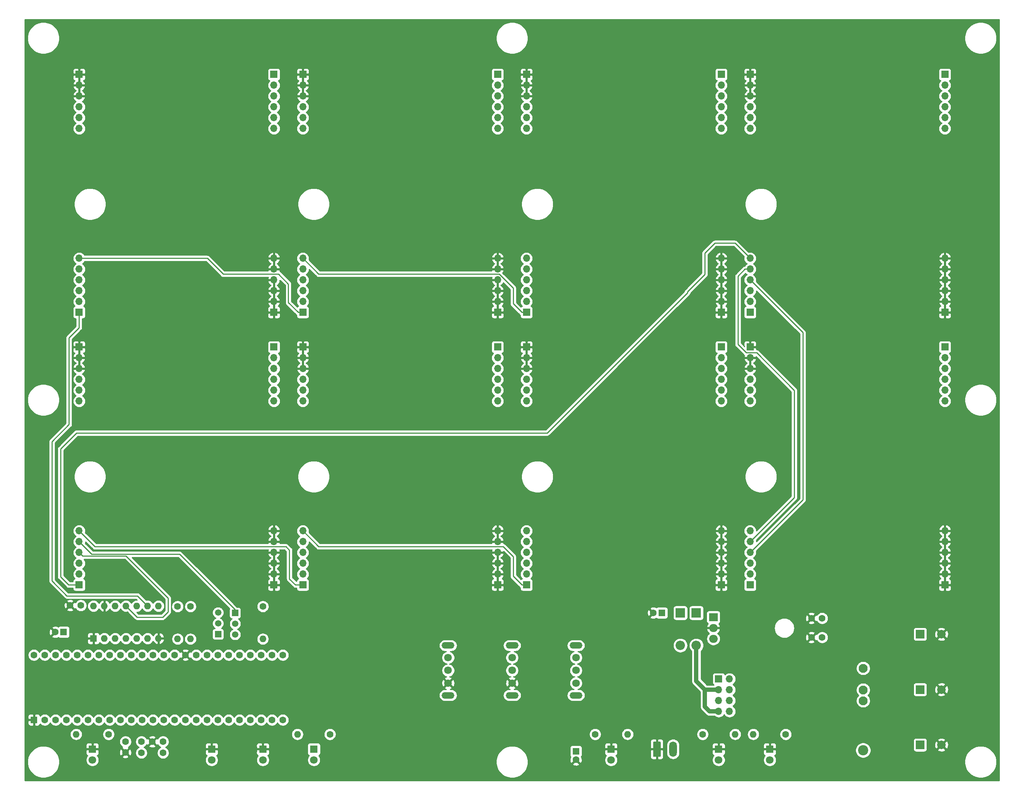
<source format=gbr>
G04 #@! TF.GenerationSoftware,KiCad,Pcbnew,(5.1.2-1)-1*
G04 #@! TF.CreationDate,2020-06-20T02:43:35-05:00*
G04 #@! TF.ProjectId,ShiftDriverMotherboard64,53686966-7444-4726-9976-65724d6f7468,rev?*
G04 #@! TF.SameCoordinates,Original*
G04 #@! TF.FileFunction,Copper,L2,Bot*
G04 #@! TF.FilePolarity,Positive*
%FSLAX46Y46*%
G04 Gerber Fmt 4.6, Leading zero omitted, Abs format (unit mm)*
G04 Created by KiCad (PCBNEW (5.1.2-1)-1) date 2020-06-20 02:43:35*
%MOMM*%
%LPD*%
G04 APERTURE LIST*
%ADD10C,2.400000*%
%ADD11C,2.100000*%
%ADD12R,1.700000X1.700000*%
%ADD13O,1.700000X1.700000*%
%ADD14C,1.600000*%
%ADD15R,1.600000X1.600000*%
%ADD16O,1.600000X1.600000*%
%ADD17O,2.200000X2.200000*%
%ADD18R,2.200000X2.200000*%
%ADD19R,1.800000X1.800000*%
%ADD20C,1.800000*%
%ADD21C,0.100000*%
%ADD22O,1.800000X3.600000*%
%ADD23C,1.500000*%
%ADD24R,1.500000X1.500000*%
%ADD25O,3.000000X1.500000*%
%ADD26R,2.000000X1.905000*%
%ADD27O,2.000000X1.905000*%
%ADD28C,2.000000*%
%ADD29R,2.000000X2.000000*%
%ADD30C,1.000000*%
%ADD31C,0.250000*%
%ADD32C,0.254000*%
G04 APERTURE END LIST*
D10*
X207420000Y-182250000D03*
X199800000Y-182250000D03*
D11*
X207420000Y-170620000D03*
X207420000Y-168080000D03*
X207420000Y-163000000D03*
X199800000Y-170620000D03*
X199800000Y-168080000D03*
X199800000Y-163000000D03*
D12*
X174110000Y-87540000D03*
D13*
X174110000Y-138340000D03*
X174110000Y-95160000D03*
X174110000Y-100240000D03*
X174110000Y-97700000D03*
X174110000Y-140880000D03*
D12*
X174110000Y-143420000D03*
D13*
X174110000Y-135800000D03*
X174110000Y-130720000D03*
X174110000Y-133260000D03*
X174110000Y-90080000D03*
X174110000Y-92620000D03*
D12*
X128390000Y-143420000D03*
D13*
X128390000Y-135800000D03*
X128390000Y-130720000D03*
X128390000Y-133260000D03*
X128390000Y-140880000D03*
X128390000Y-138340000D03*
X128390000Y-90080000D03*
D12*
X128390000Y-87540000D03*
D13*
X128390000Y-100240000D03*
X128390000Y-92620000D03*
X128390000Y-95160000D03*
X128390000Y-97700000D03*
D12*
X121610000Y-87540000D03*
D13*
X121610000Y-138340000D03*
X121610000Y-95160000D03*
X121610000Y-100240000D03*
X121610000Y-97700000D03*
X121610000Y-140880000D03*
D12*
X121610000Y-143420000D03*
D13*
X121610000Y-135800000D03*
X121610000Y-130720000D03*
X121610000Y-133260000D03*
X121610000Y-90080000D03*
X121610000Y-92620000D03*
D12*
X75890000Y-143420000D03*
D13*
X75890000Y-135800000D03*
X75890000Y-130720000D03*
X75890000Y-133260000D03*
X75890000Y-140880000D03*
X75890000Y-138340000D03*
X75890000Y-90080000D03*
D12*
X75890000Y-87540000D03*
D13*
X75890000Y-100240000D03*
X75890000Y-92620000D03*
X75890000Y-95160000D03*
X75890000Y-97700000D03*
D12*
X69110000Y-87540000D03*
D13*
X69110000Y-138340000D03*
X69110000Y-95160000D03*
X69110000Y-100240000D03*
X69110000Y-97700000D03*
X69110000Y-140880000D03*
D12*
X69110000Y-143420000D03*
D13*
X69110000Y-135800000D03*
X69110000Y-130720000D03*
X69110000Y-133260000D03*
X69110000Y-90080000D03*
X69110000Y-92620000D03*
D12*
X23390000Y-143420000D03*
D13*
X23390000Y-135800000D03*
X23390000Y-130720000D03*
X23390000Y-133260000D03*
X23390000Y-140880000D03*
X23390000Y-138340000D03*
X23390000Y-90080000D03*
D12*
X23390000Y-87540000D03*
D13*
X23390000Y-100240000D03*
X23390000Y-92620000D03*
X23390000Y-95160000D03*
X23390000Y-97700000D03*
D12*
X226610000Y-23540000D03*
D13*
X226610000Y-74340000D03*
X226610000Y-31160000D03*
X226610000Y-36240000D03*
X226610000Y-33700000D03*
X226610000Y-76880000D03*
D12*
X226610000Y-79420000D03*
D13*
X226610000Y-71800000D03*
X226610000Y-66720000D03*
X226610000Y-69260000D03*
X226610000Y-26080000D03*
X226610000Y-28620000D03*
D12*
X180890000Y-79420000D03*
D13*
X180890000Y-71800000D03*
X180890000Y-66720000D03*
X180890000Y-69260000D03*
X180890000Y-76880000D03*
X180890000Y-74340000D03*
X180890000Y-26080000D03*
D12*
X180890000Y-23540000D03*
D13*
X180890000Y-36240000D03*
X180890000Y-28620000D03*
X180890000Y-31160000D03*
X180890000Y-33700000D03*
D12*
X174110000Y-23540000D03*
D13*
X174110000Y-74340000D03*
X174110000Y-31160000D03*
X174110000Y-36240000D03*
X174110000Y-33700000D03*
X174110000Y-76880000D03*
D12*
X174110000Y-79420000D03*
D13*
X174110000Y-71800000D03*
X174110000Y-66720000D03*
X174110000Y-69260000D03*
X174110000Y-26080000D03*
X174110000Y-28620000D03*
D12*
X128390000Y-79420000D03*
D13*
X128390000Y-71800000D03*
X128390000Y-66720000D03*
X128390000Y-69260000D03*
X128390000Y-76880000D03*
X128390000Y-74340000D03*
X128390000Y-26080000D03*
D12*
X128390000Y-23540000D03*
D13*
X128390000Y-36240000D03*
X128390000Y-28620000D03*
X128390000Y-31160000D03*
X128390000Y-33700000D03*
D12*
X121610000Y-23540000D03*
D13*
X121610000Y-74340000D03*
X121610000Y-31160000D03*
X121610000Y-36240000D03*
X121610000Y-33700000D03*
X121610000Y-76880000D03*
D12*
X121610000Y-79420000D03*
D13*
X121610000Y-71800000D03*
X121610000Y-66720000D03*
X121610000Y-69260000D03*
X121610000Y-26080000D03*
X121610000Y-28620000D03*
D12*
X75890000Y-79420000D03*
D13*
X75890000Y-71800000D03*
X75890000Y-66720000D03*
X75890000Y-69260000D03*
X75890000Y-76880000D03*
X75890000Y-74340000D03*
X75890000Y-26080000D03*
D12*
X75890000Y-23540000D03*
D13*
X75890000Y-36240000D03*
X75890000Y-28620000D03*
X75890000Y-31160000D03*
X75890000Y-33700000D03*
D12*
X69110000Y-23540000D03*
D13*
X69110000Y-74340000D03*
X69110000Y-31160000D03*
X69110000Y-36240000D03*
X69110000Y-33700000D03*
X69110000Y-76880000D03*
D12*
X69110000Y-79420000D03*
D13*
X69110000Y-71800000D03*
X69110000Y-66720000D03*
X69110000Y-69260000D03*
X69110000Y-26080000D03*
X69110000Y-28620000D03*
D12*
X23390000Y-79420000D03*
D13*
X23390000Y-71800000D03*
X23390000Y-66720000D03*
X23390000Y-69260000D03*
X23390000Y-76880000D03*
X23390000Y-74340000D03*
X23390000Y-26080000D03*
D12*
X23390000Y-23540000D03*
D13*
X23390000Y-36240000D03*
X23390000Y-28620000D03*
X23390000Y-31160000D03*
X23390000Y-33700000D03*
D12*
X226610000Y-87540000D03*
D13*
X226610000Y-138340000D03*
X226610000Y-95160000D03*
X226610000Y-100240000D03*
X226610000Y-97700000D03*
X226610000Y-140880000D03*
D12*
X226610000Y-143420000D03*
D13*
X226610000Y-135800000D03*
X226610000Y-130720000D03*
X226610000Y-133260000D03*
X226610000Y-90080000D03*
X226610000Y-92620000D03*
D12*
X180890000Y-143420000D03*
D13*
X180890000Y-135800000D03*
X180890000Y-130720000D03*
X180890000Y-133260000D03*
X180890000Y-140880000D03*
X180890000Y-138340000D03*
X180890000Y-90080000D03*
D12*
X180890000Y-87540000D03*
D13*
X180890000Y-100240000D03*
X180890000Y-92620000D03*
X180890000Y-95160000D03*
X180890000Y-97700000D03*
D14*
X53430000Y-175120000D03*
X55970000Y-175120000D03*
X58510000Y-175120000D03*
X61050000Y-175120000D03*
X50890000Y-175120000D03*
X48350000Y-175120000D03*
X45810000Y-175120000D03*
X63590000Y-175120000D03*
X66130000Y-175120000D03*
X68670000Y-175120000D03*
X71210000Y-175120000D03*
X71210000Y-159880000D03*
X68670000Y-159880000D03*
X66130000Y-159880000D03*
X63590000Y-159880000D03*
X61050000Y-159880000D03*
X58510000Y-159880000D03*
X55970000Y-159880000D03*
X53430000Y-159880000D03*
X43270000Y-175120000D03*
X40730000Y-175120000D03*
X38190000Y-175120000D03*
X35650000Y-175120000D03*
X33110000Y-175120000D03*
X30570000Y-175120000D03*
X28030000Y-175120000D03*
X25490000Y-175120000D03*
X22950000Y-175120000D03*
X20410000Y-175120000D03*
X17870000Y-175120000D03*
X15330000Y-175120000D03*
D15*
X12790000Y-175120000D03*
D14*
X50890000Y-159880000D03*
X48350000Y-159880000D03*
X45810000Y-159880000D03*
X43270000Y-159880000D03*
X40730000Y-159880000D03*
X38190000Y-159880000D03*
X35650000Y-159880000D03*
X33110000Y-159880000D03*
X30570000Y-159880000D03*
X28030000Y-159880000D03*
X25490000Y-159880000D03*
X22950000Y-159880000D03*
X20410000Y-159880000D03*
X17870000Y-159880000D03*
X15330000Y-159880000D03*
X12790000Y-159880000D03*
D15*
X26750000Y-156000000D03*
D16*
X41990000Y-148380000D03*
X29290000Y-156000000D03*
X39450000Y-148380000D03*
X31830000Y-156000000D03*
X36910000Y-148380000D03*
X34370000Y-156000000D03*
X34370000Y-148380000D03*
X36910000Y-156000000D03*
X31830000Y-148380000D03*
X39450000Y-156000000D03*
X29290000Y-148380000D03*
X41990000Y-156000000D03*
X26750000Y-148380000D03*
D14*
X38000000Y-180250000D03*
X40540000Y-180250000D03*
X43080000Y-180250000D03*
X38000000Y-182875000D03*
X43080000Y-182875000D03*
D15*
X140000000Y-182500000D03*
D14*
X140000000Y-184500000D03*
X21250000Y-148250000D03*
X23750000Y-148250000D03*
X197800000Y-151250000D03*
X195300000Y-151250000D03*
X158150000Y-150000000D03*
D15*
X160150000Y-150000000D03*
D17*
X168250000Y-157620000D03*
D18*
X168250000Y-150000000D03*
D19*
X148250000Y-182000000D03*
D20*
X148250000Y-184540000D03*
D19*
X185500000Y-182000000D03*
D20*
X185500000Y-184540000D03*
X54500000Y-184540000D03*
D19*
X54500000Y-182000000D03*
D20*
X66500000Y-184540000D03*
D19*
X66500000Y-182000000D03*
D18*
X164500000Y-150000000D03*
D17*
X164500000Y-157620000D03*
D20*
X26500000Y-184540000D03*
D19*
X26500000Y-182000000D03*
X78500000Y-182000000D03*
D20*
X78500000Y-184540000D03*
D12*
X173500000Y-165500000D03*
D13*
X176040000Y-165500000D03*
X173500000Y-168040000D03*
X176040000Y-168040000D03*
X173500000Y-170580000D03*
X176040000Y-170580000D03*
X173500000Y-173120000D03*
X176040000Y-173120000D03*
D21*
G36*
X159674504Y-180201204D02*
G01*
X159698773Y-180204804D01*
X159722571Y-180210765D01*
X159745671Y-180219030D01*
X159767849Y-180229520D01*
X159788893Y-180242133D01*
X159808598Y-180256747D01*
X159826777Y-180273223D01*
X159843253Y-180291402D01*
X159857867Y-180311107D01*
X159870480Y-180332151D01*
X159880970Y-180354329D01*
X159889235Y-180377429D01*
X159895196Y-180401227D01*
X159898796Y-180425496D01*
X159900000Y-180450000D01*
X159900000Y-183550000D01*
X159898796Y-183574504D01*
X159895196Y-183598773D01*
X159889235Y-183622571D01*
X159880970Y-183645671D01*
X159870480Y-183667849D01*
X159857867Y-183688893D01*
X159843253Y-183708598D01*
X159826777Y-183726777D01*
X159808598Y-183743253D01*
X159788893Y-183757867D01*
X159767849Y-183770480D01*
X159745671Y-183780970D01*
X159722571Y-183789235D01*
X159698773Y-183795196D01*
X159674504Y-183798796D01*
X159650000Y-183800000D01*
X158350000Y-183800000D01*
X158325496Y-183798796D01*
X158301227Y-183795196D01*
X158277429Y-183789235D01*
X158254329Y-183780970D01*
X158232151Y-183770480D01*
X158211107Y-183757867D01*
X158191402Y-183743253D01*
X158173223Y-183726777D01*
X158156747Y-183708598D01*
X158142133Y-183688893D01*
X158129520Y-183667849D01*
X158119030Y-183645671D01*
X158110765Y-183622571D01*
X158104804Y-183598773D01*
X158101204Y-183574504D01*
X158100000Y-183550000D01*
X158100000Y-180450000D01*
X158101204Y-180425496D01*
X158104804Y-180401227D01*
X158110765Y-180377429D01*
X158119030Y-180354329D01*
X158129520Y-180332151D01*
X158142133Y-180311107D01*
X158156747Y-180291402D01*
X158173223Y-180273223D01*
X158191402Y-180256747D01*
X158211107Y-180242133D01*
X158232151Y-180229520D01*
X158254329Y-180219030D01*
X158277429Y-180210765D01*
X158301227Y-180204804D01*
X158325496Y-180201204D01*
X158350000Y-180200000D01*
X159650000Y-180200000D01*
X159674504Y-180201204D01*
X159674504Y-180201204D01*
G37*
D20*
X159000000Y-182000000D03*
D22*
X162810000Y-182000000D03*
X162810000Y-182000000D03*
D21*
G36*
X159674504Y-180201204D02*
G01*
X159698773Y-180204804D01*
X159722571Y-180210765D01*
X159745671Y-180219030D01*
X159767849Y-180229520D01*
X159788893Y-180242133D01*
X159808598Y-180256747D01*
X159826777Y-180273223D01*
X159843253Y-180291402D01*
X159857867Y-180311107D01*
X159870480Y-180332151D01*
X159880970Y-180354329D01*
X159889235Y-180377429D01*
X159895196Y-180401227D01*
X159898796Y-180425496D01*
X159900000Y-180450000D01*
X159900000Y-183550000D01*
X159898796Y-183574504D01*
X159895196Y-183598773D01*
X159889235Y-183622571D01*
X159880970Y-183645671D01*
X159870480Y-183667849D01*
X159857867Y-183688893D01*
X159843253Y-183708598D01*
X159826777Y-183726777D01*
X159808598Y-183743253D01*
X159788893Y-183757867D01*
X159767849Y-183770480D01*
X159745671Y-183780970D01*
X159722571Y-183789235D01*
X159698773Y-183795196D01*
X159674504Y-183798796D01*
X159650000Y-183800000D01*
X158350000Y-183800000D01*
X158325496Y-183798796D01*
X158301227Y-183795196D01*
X158277429Y-183789235D01*
X158254329Y-183780970D01*
X158232151Y-183770480D01*
X158211107Y-183757867D01*
X158191402Y-183743253D01*
X158173223Y-183726777D01*
X158156747Y-183708598D01*
X158142133Y-183688893D01*
X158129520Y-183667849D01*
X158119030Y-183645671D01*
X158110765Y-183622571D01*
X158104804Y-183598773D01*
X158101204Y-183574504D01*
X158100000Y-183550000D01*
X158100000Y-180450000D01*
X158101204Y-180425496D01*
X158104804Y-180401227D01*
X158110765Y-180377429D01*
X158119030Y-180354329D01*
X158129520Y-180332151D01*
X158142133Y-180311107D01*
X158156747Y-180291402D01*
X158173223Y-180273223D01*
X158191402Y-180256747D01*
X158211107Y-180242133D01*
X158232151Y-180229520D01*
X158254329Y-180219030D01*
X158277429Y-180210765D01*
X158301227Y-180204804D01*
X158325496Y-180201204D01*
X158350000Y-180200000D01*
X159650000Y-180200000D01*
X159674504Y-180201204D01*
X159674504Y-180201204D01*
G37*
D20*
X159000000Y-182000000D03*
D23*
X56000000Y-152460000D03*
X56000000Y-149920000D03*
D24*
X56000000Y-155000000D03*
X60000000Y-150000000D03*
D23*
X60000000Y-155080000D03*
X60000000Y-152540000D03*
D14*
X66500000Y-148500000D03*
D16*
X66500000Y-156120000D03*
D14*
X144500000Y-178500000D03*
D16*
X152120000Y-178500000D03*
D14*
X189250000Y-178500000D03*
D16*
X181630000Y-178500000D03*
X49500000Y-156120000D03*
D14*
X49500000Y-148500000D03*
X46500000Y-148500000D03*
D16*
X46500000Y-156120000D03*
X22680000Y-178500000D03*
D14*
X30300000Y-178500000D03*
D16*
X74630000Y-178500000D03*
D14*
X82250000Y-178500000D03*
D25*
X140000000Y-157650000D03*
X140000000Y-169350000D03*
D20*
X140000000Y-166500000D03*
X140000000Y-163500000D03*
X140000000Y-160500000D03*
X110000000Y-160500000D03*
X110000000Y-163500000D03*
X110000000Y-166500000D03*
D25*
X110000000Y-169350000D03*
X110000000Y-157650000D03*
D20*
X125000000Y-160500000D03*
X125000000Y-163500000D03*
X125000000Y-166500000D03*
D25*
X125000000Y-169350000D03*
X125000000Y-157650000D03*
D26*
X172250000Y-151000000D03*
D27*
X172250000Y-153540000D03*
X172250000Y-156080000D03*
D14*
X195300000Y-155750000D03*
X197800000Y-155750000D03*
D28*
X225800000Y-155000000D03*
D29*
X220800000Y-155000000D03*
D28*
X225800000Y-181000000D03*
D29*
X220800000Y-181000000D03*
X220800000Y-168000000D03*
D28*
X225800000Y-168000000D03*
D19*
X173500000Y-182000000D03*
D20*
X173500000Y-184540000D03*
D14*
X169750000Y-178500000D03*
D16*
X177370000Y-178500000D03*
D15*
X19750000Y-154500000D03*
D14*
X17750000Y-154500000D03*
X34250000Y-182750000D03*
X34250000Y-180250000D03*
D30*
X168250000Y-157620000D02*
X168250000Y-166000000D01*
X170290000Y-168040000D02*
X173500000Y-168040000D01*
X168250000Y-166000000D02*
X170290000Y-168040000D01*
X170290000Y-168040000D02*
X170290000Y-172040000D01*
X171370000Y-173120000D02*
X173500000Y-173120000D01*
X170290000Y-172040000D02*
X171370000Y-173120000D01*
D31*
X60000000Y-149250000D02*
X60000000Y-150000000D01*
X26329989Y-136199989D02*
X46949989Y-136199989D01*
X46949989Y-136199989D02*
X60000000Y-149250000D01*
X23390000Y-133260000D02*
X26329989Y-136199989D01*
X191250000Y-122900000D02*
X189750000Y-124400000D01*
X191250000Y-97750000D02*
X191250000Y-122900000D01*
X182404999Y-88904999D02*
X191250000Y-97750000D01*
X178000000Y-70947919D02*
X178000000Y-86935002D01*
X178000000Y-86935002D02*
X179969997Y-88904999D01*
X179687919Y-69260000D02*
X178000000Y-70947919D01*
X189750000Y-124400000D02*
X180890000Y-133260000D01*
X179969997Y-88904999D02*
X182404999Y-88904999D01*
X180890000Y-69260000D02*
X179687919Y-69260000D01*
X24239999Y-136649999D02*
X34399999Y-136649999D01*
X23390000Y-135800000D02*
X24239999Y-136649999D01*
X34399999Y-136649999D02*
X44250000Y-146500000D01*
X44250000Y-146500000D02*
X44250000Y-149750000D01*
X44250000Y-149750000D02*
X43000000Y-151000000D01*
X36990000Y-151000000D02*
X34370000Y-148380000D01*
X43000000Y-151000000D02*
X36990000Y-151000000D01*
X180890000Y-71800000D02*
X193250000Y-84160000D01*
X193250000Y-123440000D02*
X180890000Y-135800000D01*
X193250000Y-84160000D02*
X193250000Y-123440000D01*
X37070000Y-146000000D02*
X20500000Y-146000000D01*
X39450000Y-148380000D02*
X37070000Y-146000000D01*
X21000000Y-105750000D02*
X17000000Y-109750000D01*
X21000000Y-85400000D02*
X21000000Y-105750000D01*
X23390000Y-83010000D02*
X21000000Y-85400000D01*
X17000000Y-142500000D02*
X17250000Y-142750000D01*
X23390000Y-79420000D02*
X23390000Y-83010000D01*
X17000000Y-109750000D02*
X17000000Y-142500000D01*
X20500000Y-146000000D02*
X17250000Y-142750000D01*
X23390000Y-66720000D02*
X53470000Y-66720000D01*
X57185001Y-70435001D02*
X70185001Y-70435001D01*
X53470000Y-66720000D02*
X57185001Y-70435001D01*
X70185001Y-70435001D02*
X72500000Y-72750000D01*
X72500000Y-77130000D02*
X74790000Y-79420000D01*
X74790000Y-79420000D02*
X75890000Y-79420000D01*
X72500000Y-72750000D02*
X72500000Y-77130000D01*
X121984003Y-70435001D02*
X125250000Y-73700998D01*
X79605001Y-70435001D02*
X121984003Y-70435001D01*
X75890000Y-66720000D02*
X79605001Y-70435001D01*
X127290000Y-79420000D02*
X128390000Y-79420000D01*
X125250000Y-77380000D02*
X127290000Y-79420000D01*
X125250000Y-73700998D02*
X125250000Y-77380000D01*
X166170000Y-74830000D02*
X133250000Y-107750000D01*
X133250000Y-107750000D02*
X22750000Y-107750000D01*
X22750000Y-107750000D02*
X19000000Y-111500000D01*
X19000000Y-111500000D02*
X19000000Y-141500000D01*
X20920000Y-143420000D02*
X23390000Y-143420000D01*
X19000000Y-141500000D02*
X20920000Y-143420000D01*
X166170000Y-74830000D02*
X166170000Y-74580000D01*
X166170000Y-74580000D02*
X170250000Y-70500000D01*
X170250000Y-70500000D02*
X170250000Y-65500000D01*
X172585000Y-63165000D02*
X177335000Y-63165000D01*
X170250000Y-65500000D02*
X172585000Y-63165000D01*
X180890000Y-66720000D02*
X177335000Y-63165000D01*
X74790000Y-143420000D02*
X75890000Y-143420000D01*
X27105001Y-134435001D02*
X71935001Y-134435001D01*
X23390000Y-130720000D02*
X27105001Y-134435001D01*
X71935001Y-134435001D02*
X72750000Y-135250000D01*
X72750000Y-135250000D02*
X72750000Y-142000000D01*
X74170000Y-143420000D02*
X74790000Y-143420000D01*
X72750000Y-142000000D02*
X74170000Y-143420000D01*
X79605001Y-134435001D02*
X122935001Y-134435001D01*
X75890000Y-130720000D02*
X79605001Y-134435001D01*
X122935001Y-134435001D02*
X125250000Y-136750000D01*
X127290000Y-143420000D02*
X128390000Y-143420000D01*
X125250000Y-141380000D02*
X127290000Y-143420000D01*
X125250000Y-136750000D02*
X125250000Y-141380000D01*
D32*
G36*
X239340001Y-189340000D02*
G01*
X10660000Y-189340000D01*
X10660000Y-184627899D01*
X11222000Y-184627899D01*
X11222000Y-185372101D01*
X11367187Y-186102002D01*
X11651980Y-186789554D01*
X12065436Y-187408335D01*
X12591665Y-187934564D01*
X13210446Y-188348020D01*
X13897998Y-188632813D01*
X14627899Y-188778000D01*
X15372101Y-188778000D01*
X16102002Y-188632813D01*
X16789554Y-188348020D01*
X17408335Y-187934564D01*
X17934564Y-187408335D01*
X18348020Y-186789554D01*
X18632813Y-186102002D01*
X18778000Y-185372101D01*
X18778000Y-184627899D01*
X18632813Y-183897998D01*
X18348020Y-183210446D01*
X18140587Y-182900000D01*
X24961928Y-182900000D01*
X24974188Y-183024482D01*
X25010498Y-183144180D01*
X25069463Y-183254494D01*
X25148815Y-183351185D01*
X25245506Y-183430537D01*
X25355820Y-183489502D01*
X25374127Y-183495056D01*
X25307688Y-183561495D01*
X25139701Y-183812905D01*
X25023989Y-184092257D01*
X24965000Y-184388816D01*
X24965000Y-184691184D01*
X25023989Y-184987743D01*
X25139701Y-185267095D01*
X25307688Y-185518505D01*
X25521495Y-185732312D01*
X25772905Y-185900299D01*
X26052257Y-186016011D01*
X26348816Y-186075000D01*
X26651184Y-186075000D01*
X26947743Y-186016011D01*
X27227095Y-185900299D01*
X27478505Y-185732312D01*
X27692312Y-185518505D01*
X27860299Y-185267095D01*
X27976011Y-184987743D01*
X28035000Y-184691184D01*
X28035000Y-184388816D01*
X27976011Y-184092257D01*
X27860299Y-183812905D01*
X27813391Y-183742702D01*
X33436903Y-183742702D01*
X33508486Y-183986671D01*
X33763996Y-184107571D01*
X34038184Y-184176300D01*
X34320512Y-184190217D01*
X34600130Y-184148787D01*
X34866292Y-184053603D01*
X34991514Y-183986671D01*
X35063097Y-183742702D01*
X34250000Y-182929605D01*
X33436903Y-183742702D01*
X27813391Y-183742702D01*
X27692312Y-183561495D01*
X27625873Y-183495056D01*
X27644180Y-183489502D01*
X27754494Y-183430537D01*
X27851185Y-183351185D01*
X27930537Y-183254494D01*
X27989502Y-183144180D01*
X28025812Y-183024482D01*
X28038072Y-182900000D01*
X28037675Y-182820512D01*
X32809783Y-182820512D01*
X32851213Y-183100130D01*
X32946397Y-183366292D01*
X33013329Y-183491514D01*
X33257298Y-183563097D01*
X34070395Y-182750000D01*
X34429605Y-182750000D01*
X35242702Y-183563097D01*
X35486671Y-183491514D01*
X35607571Y-183236004D01*
X35676300Y-182961816D01*
X35690217Y-182679488D01*
X35648787Y-182399870D01*
X35553603Y-182133708D01*
X35486671Y-182008486D01*
X35242702Y-181936903D01*
X34429605Y-182750000D01*
X34070395Y-182750000D01*
X33257298Y-181936903D01*
X33013329Y-182008486D01*
X32892429Y-182263996D01*
X32823700Y-182538184D01*
X32809783Y-182820512D01*
X28037675Y-182820512D01*
X28035000Y-182285750D01*
X27876250Y-182127000D01*
X26627000Y-182127000D01*
X26627000Y-182147000D01*
X26373000Y-182147000D01*
X26373000Y-182127000D01*
X25123750Y-182127000D01*
X24965000Y-182285750D01*
X24961928Y-182900000D01*
X18140587Y-182900000D01*
X17934564Y-182591665D01*
X17408335Y-182065436D01*
X16789554Y-181651980D01*
X16102002Y-181367187D01*
X15372101Y-181222000D01*
X14627899Y-181222000D01*
X13897998Y-181367187D01*
X13210446Y-181651980D01*
X12591665Y-182065436D01*
X12065436Y-182591665D01*
X11651980Y-183210446D01*
X11367187Y-183897998D01*
X11222000Y-184627899D01*
X10660000Y-184627899D01*
X10660000Y-181100000D01*
X24961928Y-181100000D01*
X24965000Y-181714250D01*
X25123750Y-181873000D01*
X26373000Y-181873000D01*
X26373000Y-180623750D01*
X26627000Y-180623750D01*
X26627000Y-181873000D01*
X27876250Y-181873000D01*
X28035000Y-181714250D01*
X28038072Y-181100000D01*
X28025812Y-180975518D01*
X27989502Y-180855820D01*
X27930537Y-180745506D01*
X27851185Y-180648815D01*
X27754494Y-180569463D01*
X27644180Y-180510498D01*
X27524482Y-180474188D01*
X27400000Y-180461928D01*
X26785750Y-180465000D01*
X26627000Y-180623750D01*
X26373000Y-180623750D01*
X26214250Y-180465000D01*
X25600000Y-180461928D01*
X25475518Y-180474188D01*
X25355820Y-180510498D01*
X25245506Y-180569463D01*
X25148815Y-180648815D01*
X25069463Y-180745506D01*
X25010498Y-180855820D01*
X24974188Y-180975518D01*
X24961928Y-181100000D01*
X10660000Y-181100000D01*
X10660000Y-180108665D01*
X32815000Y-180108665D01*
X32815000Y-180391335D01*
X32870147Y-180668574D01*
X32978320Y-180929727D01*
X33135363Y-181164759D01*
X33335241Y-181364637D01*
X33535869Y-181498692D01*
X33508486Y-181513329D01*
X33436903Y-181757298D01*
X34250000Y-182570395D01*
X35063097Y-181757298D01*
X34991514Y-181513329D01*
X34962659Y-181499676D01*
X35164759Y-181364637D01*
X35364637Y-181164759D01*
X35521680Y-180929727D01*
X35629853Y-180668574D01*
X35685000Y-180391335D01*
X35685000Y-180108665D01*
X36565000Y-180108665D01*
X36565000Y-180391335D01*
X36620147Y-180668574D01*
X36728320Y-180929727D01*
X36885363Y-181164759D01*
X37085241Y-181364637D01*
X37320273Y-181521680D01*
X37418821Y-181562500D01*
X37320273Y-181603320D01*
X37085241Y-181760363D01*
X36885363Y-181960241D01*
X36728320Y-182195273D01*
X36620147Y-182456426D01*
X36565000Y-182733665D01*
X36565000Y-183016335D01*
X36620147Y-183293574D01*
X36728320Y-183554727D01*
X36885363Y-183789759D01*
X37085241Y-183989637D01*
X37320273Y-184146680D01*
X37581426Y-184254853D01*
X37858665Y-184310000D01*
X38141335Y-184310000D01*
X38418574Y-184254853D01*
X38679727Y-184146680D01*
X38914759Y-183989637D01*
X39114637Y-183789759D01*
X39271680Y-183554727D01*
X39379853Y-183293574D01*
X39435000Y-183016335D01*
X39435000Y-182733665D01*
X39379853Y-182456426D01*
X39271680Y-182195273D01*
X39114637Y-181960241D01*
X38914759Y-181760363D01*
X38679727Y-181603320D01*
X38581179Y-181562500D01*
X38679727Y-181521680D01*
X38914759Y-181364637D01*
X39036694Y-181242702D01*
X39726903Y-181242702D01*
X39798486Y-181486671D01*
X40053996Y-181607571D01*
X40328184Y-181676300D01*
X40610512Y-181690217D01*
X40890130Y-181648787D01*
X41156292Y-181553603D01*
X41281514Y-181486671D01*
X41353097Y-181242702D01*
X40540000Y-180429605D01*
X39726903Y-181242702D01*
X39036694Y-181242702D01*
X39114637Y-181164759D01*
X39270915Y-180930872D01*
X39303329Y-180991514D01*
X39547298Y-181063097D01*
X40360395Y-180250000D01*
X40719605Y-180250000D01*
X41532702Y-181063097D01*
X41776671Y-180991514D01*
X41807194Y-180927008D01*
X41808320Y-180929727D01*
X41965363Y-181164759D01*
X42165241Y-181364637D01*
X42400273Y-181521680D01*
X42498821Y-181562500D01*
X42400273Y-181603320D01*
X42165241Y-181760363D01*
X41965363Y-181960241D01*
X41808320Y-182195273D01*
X41700147Y-182456426D01*
X41645000Y-182733665D01*
X41645000Y-183016335D01*
X41700147Y-183293574D01*
X41808320Y-183554727D01*
X41965363Y-183789759D01*
X42165241Y-183989637D01*
X42400273Y-184146680D01*
X42661426Y-184254853D01*
X42938665Y-184310000D01*
X43221335Y-184310000D01*
X43498574Y-184254853D01*
X43759727Y-184146680D01*
X43994759Y-183989637D01*
X44194637Y-183789759D01*
X44351680Y-183554727D01*
X44459853Y-183293574D01*
X44515000Y-183016335D01*
X44515000Y-182900000D01*
X52961928Y-182900000D01*
X52974188Y-183024482D01*
X53010498Y-183144180D01*
X53069463Y-183254494D01*
X53148815Y-183351185D01*
X53245506Y-183430537D01*
X53355820Y-183489502D01*
X53374127Y-183495056D01*
X53307688Y-183561495D01*
X53139701Y-183812905D01*
X53023989Y-184092257D01*
X52965000Y-184388816D01*
X52965000Y-184691184D01*
X53023989Y-184987743D01*
X53139701Y-185267095D01*
X53307688Y-185518505D01*
X53521495Y-185732312D01*
X53772905Y-185900299D01*
X54052257Y-186016011D01*
X54348816Y-186075000D01*
X54651184Y-186075000D01*
X54947743Y-186016011D01*
X55227095Y-185900299D01*
X55478505Y-185732312D01*
X55692312Y-185518505D01*
X55860299Y-185267095D01*
X55976011Y-184987743D01*
X56035000Y-184691184D01*
X56035000Y-184388816D01*
X55976011Y-184092257D01*
X55860299Y-183812905D01*
X55692312Y-183561495D01*
X55625873Y-183495056D01*
X55644180Y-183489502D01*
X55754494Y-183430537D01*
X55851185Y-183351185D01*
X55930537Y-183254494D01*
X55989502Y-183144180D01*
X56025812Y-183024482D01*
X56038072Y-182900000D01*
X64961928Y-182900000D01*
X64974188Y-183024482D01*
X65010498Y-183144180D01*
X65069463Y-183254494D01*
X65148815Y-183351185D01*
X65245506Y-183430537D01*
X65355820Y-183489502D01*
X65374127Y-183495056D01*
X65307688Y-183561495D01*
X65139701Y-183812905D01*
X65023989Y-184092257D01*
X64965000Y-184388816D01*
X64965000Y-184691184D01*
X65023989Y-184987743D01*
X65139701Y-185267095D01*
X65307688Y-185518505D01*
X65521495Y-185732312D01*
X65772905Y-185900299D01*
X66052257Y-186016011D01*
X66348816Y-186075000D01*
X66651184Y-186075000D01*
X66947743Y-186016011D01*
X67227095Y-185900299D01*
X67478505Y-185732312D01*
X67692312Y-185518505D01*
X67860299Y-185267095D01*
X67976011Y-184987743D01*
X68035000Y-184691184D01*
X68035000Y-184388816D01*
X67976011Y-184092257D01*
X67860299Y-183812905D01*
X67692312Y-183561495D01*
X67625873Y-183495056D01*
X67644180Y-183489502D01*
X67754494Y-183430537D01*
X67851185Y-183351185D01*
X67930537Y-183254494D01*
X67989502Y-183144180D01*
X68025812Y-183024482D01*
X68038072Y-182900000D01*
X68035000Y-182285750D01*
X67876250Y-182127000D01*
X66627000Y-182127000D01*
X66627000Y-182147000D01*
X66373000Y-182147000D01*
X66373000Y-182127000D01*
X65123750Y-182127000D01*
X64965000Y-182285750D01*
X64961928Y-182900000D01*
X56038072Y-182900000D01*
X56035000Y-182285750D01*
X55876250Y-182127000D01*
X54627000Y-182127000D01*
X54627000Y-182147000D01*
X54373000Y-182147000D01*
X54373000Y-182127000D01*
X53123750Y-182127000D01*
X52965000Y-182285750D01*
X52961928Y-182900000D01*
X44515000Y-182900000D01*
X44515000Y-182733665D01*
X44459853Y-182456426D01*
X44351680Y-182195273D01*
X44194637Y-181960241D01*
X43994759Y-181760363D01*
X43759727Y-181603320D01*
X43661179Y-181562500D01*
X43759727Y-181521680D01*
X43994759Y-181364637D01*
X44194637Y-181164759D01*
X44237907Y-181100000D01*
X52961928Y-181100000D01*
X52965000Y-181714250D01*
X53123750Y-181873000D01*
X54373000Y-181873000D01*
X54373000Y-180623750D01*
X54627000Y-180623750D01*
X54627000Y-181873000D01*
X55876250Y-181873000D01*
X56035000Y-181714250D01*
X56038072Y-181100000D01*
X64961928Y-181100000D01*
X64965000Y-181714250D01*
X65123750Y-181873000D01*
X66373000Y-181873000D01*
X66373000Y-180623750D01*
X66627000Y-180623750D01*
X66627000Y-181873000D01*
X67876250Y-181873000D01*
X68035000Y-181714250D01*
X68038072Y-181100000D01*
X76961928Y-181100000D01*
X76961928Y-182900000D01*
X76974188Y-183024482D01*
X77010498Y-183144180D01*
X77069463Y-183254494D01*
X77148815Y-183351185D01*
X77245506Y-183430537D01*
X77355820Y-183489502D01*
X77374127Y-183495056D01*
X77307688Y-183561495D01*
X77139701Y-183812905D01*
X77023989Y-184092257D01*
X76965000Y-184388816D01*
X76965000Y-184691184D01*
X77023989Y-184987743D01*
X77139701Y-185267095D01*
X77307688Y-185518505D01*
X77521495Y-185732312D01*
X77772905Y-185900299D01*
X78052257Y-186016011D01*
X78348816Y-186075000D01*
X78651184Y-186075000D01*
X78947743Y-186016011D01*
X79227095Y-185900299D01*
X79478505Y-185732312D01*
X79692312Y-185518505D01*
X79860299Y-185267095D01*
X79976011Y-184987743D01*
X80035000Y-184691184D01*
X80035000Y-184627899D01*
X121222000Y-184627899D01*
X121222000Y-185372101D01*
X121367187Y-186102002D01*
X121651980Y-186789554D01*
X122065436Y-187408335D01*
X122591665Y-187934564D01*
X123210446Y-188348020D01*
X123897998Y-188632813D01*
X124627899Y-188778000D01*
X125372101Y-188778000D01*
X126102002Y-188632813D01*
X126789554Y-188348020D01*
X127408335Y-187934564D01*
X127934564Y-187408335D01*
X128348020Y-186789554D01*
X128632813Y-186102002D01*
X128754010Y-185492702D01*
X139186903Y-185492702D01*
X139258486Y-185736671D01*
X139513996Y-185857571D01*
X139788184Y-185926300D01*
X140070512Y-185940217D01*
X140350130Y-185898787D01*
X140616292Y-185803603D01*
X140741514Y-185736671D01*
X140813097Y-185492702D01*
X140000000Y-184679605D01*
X139186903Y-185492702D01*
X128754010Y-185492702D01*
X128778000Y-185372101D01*
X128778000Y-184627899D01*
X128766585Y-184570512D01*
X138559783Y-184570512D01*
X138601213Y-184850130D01*
X138696397Y-185116292D01*
X138763329Y-185241514D01*
X139007298Y-185313097D01*
X139820395Y-184500000D01*
X139806253Y-184485858D01*
X139985858Y-184306253D01*
X140000000Y-184320395D01*
X140014143Y-184306253D01*
X140193748Y-184485858D01*
X140179605Y-184500000D01*
X140992702Y-185313097D01*
X141236671Y-185241514D01*
X141357571Y-184986004D01*
X141426300Y-184711816D01*
X141440217Y-184429488D01*
X141398787Y-184149870D01*
X141303603Y-183883708D01*
X141238384Y-183761691D01*
X141251185Y-183751185D01*
X141330537Y-183654494D01*
X141389502Y-183544180D01*
X141425812Y-183424482D01*
X141438072Y-183300000D01*
X141438072Y-182900000D01*
X146711928Y-182900000D01*
X146724188Y-183024482D01*
X146760498Y-183144180D01*
X146819463Y-183254494D01*
X146898815Y-183351185D01*
X146995506Y-183430537D01*
X147105820Y-183489502D01*
X147124127Y-183495056D01*
X147057688Y-183561495D01*
X146889701Y-183812905D01*
X146773989Y-184092257D01*
X146715000Y-184388816D01*
X146715000Y-184691184D01*
X146773989Y-184987743D01*
X146889701Y-185267095D01*
X147057688Y-185518505D01*
X147271495Y-185732312D01*
X147522905Y-185900299D01*
X147802257Y-186016011D01*
X148098816Y-186075000D01*
X148401184Y-186075000D01*
X148697743Y-186016011D01*
X148977095Y-185900299D01*
X149228505Y-185732312D01*
X149442312Y-185518505D01*
X149610299Y-185267095D01*
X149726011Y-184987743D01*
X149785000Y-184691184D01*
X149785000Y-184388816D01*
X149726011Y-184092257D01*
X149610299Y-183812905D01*
X149601677Y-183800000D01*
X157461928Y-183800000D01*
X157474188Y-183924482D01*
X157510498Y-184044180D01*
X157569463Y-184154494D01*
X157648815Y-184251185D01*
X157745506Y-184330537D01*
X157855820Y-184389502D01*
X157975518Y-184425812D01*
X158100000Y-184438072D01*
X158714250Y-184435000D01*
X158873000Y-184276250D01*
X158873000Y-182127000D01*
X159127000Y-182127000D01*
X159127000Y-184276250D01*
X159285750Y-184435000D01*
X159900000Y-184438072D01*
X160024482Y-184425812D01*
X160144180Y-184389502D01*
X160254494Y-184330537D01*
X160351185Y-184251185D01*
X160430537Y-184154494D01*
X160489502Y-184044180D01*
X160525812Y-183924482D01*
X160538072Y-183800000D01*
X160535000Y-182285750D01*
X160376250Y-182127000D01*
X159127000Y-182127000D01*
X158873000Y-182127000D01*
X157623750Y-182127000D01*
X157465000Y-182285750D01*
X157461928Y-183800000D01*
X149601677Y-183800000D01*
X149442312Y-183561495D01*
X149375873Y-183495056D01*
X149394180Y-183489502D01*
X149504494Y-183430537D01*
X149601185Y-183351185D01*
X149680537Y-183254494D01*
X149739502Y-183144180D01*
X149775812Y-183024482D01*
X149788072Y-182900000D01*
X149785000Y-182285750D01*
X149626250Y-182127000D01*
X148377000Y-182127000D01*
X148377000Y-182147000D01*
X148123000Y-182147000D01*
X148123000Y-182127000D01*
X146873750Y-182127000D01*
X146715000Y-182285750D01*
X146711928Y-182900000D01*
X141438072Y-182900000D01*
X141438072Y-181700000D01*
X141425812Y-181575518D01*
X141389502Y-181455820D01*
X141330537Y-181345506D01*
X141251185Y-181248815D01*
X141154494Y-181169463D01*
X141044180Y-181110498D01*
X141009573Y-181100000D01*
X146711928Y-181100000D01*
X146715000Y-181714250D01*
X146873750Y-181873000D01*
X148123000Y-181873000D01*
X148123000Y-180623750D01*
X148377000Y-180623750D01*
X148377000Y-181873000D01*
X149626250Y-181873000D01*
X149785000Y-181714250D01*
X149788072Y-181100000D01*
X149775812Y-180975518D01*
X149739502Y-180855820D01*
X149680537Y-180745506D01*
X149601185Y-180648815D01*
X149504494Y-180569463D01*
X149394180Y-180510498D01*
X149274482Y-180474188D01*
X149150000Y-180461928D01*
X148535750Y-180465000D01*
X148377000Y-180623750D01*
X148123000Y-180623750D01*
X147964250Y-180465000D01*
X147350000Y-180461928D01*
X147225518Y-180474188D01*
X147105820Y-180510498D01*
X146995506Y-180569463D01*
X146898815Y-180648815D01*
X146819463Y-180745506D01*
X146760498Y-180855820D01*
X146724188Y-180975518D01*
X146711928Y-181100000D01*
X141009573Y-181100000D01*
X140924482Y-181074188D01*
X140800000Y-181061928D01*
X139200000Y-181061928D01*
X139075518Y-181074188D01*
X138955820Y-181110498D01*
X138845506Y-181169463D01*
X138748815Y-181248815D01*
X138669463Y-181345506D01*
X138610498Y-181455820D01*
X138574188Y-181575518D01*
X138561928Y-181700000D01*
X138561928Y-183300000D01*
X138574188Y-183424482D01*
X138610498Y-183544180D01*
X138669463Y-183654494D01*
X138748815Y-183751185D01*
X138761758Y-183761807D01*
X138642429Y-184013996D01*
X138573700Y-184288184D01*
X138559783Y-184570512D01*
X128766585Y-184570512D01*
X128632813Y-183897998D01*
X128348020Y-183210446D01*
X127934564Y-182591665D01*
X127408335Y-182065436D01*
X126789554Y-181651980D01*
X126102002Y-181367187D01*
X125372101Y-181222000D01*
X124627899Y-181222000D01*
X123897998Y-181367187D01*
X123210446Y-181651980D01*
X122591665Y-182065436D01*
X122065436Y-182591665D01*
X121651980Y-183210446D01*
X121367187Y-183897998D01*
X121222000Y-184627899D01*
X80035000Y-184627899D01*
X80035000Y-184388816D01*
X79976011Y-184092257D01*
X79860299Y-183812905D01*
X79692312Y-183561495D01*
X79625873Y-183495056D01*
X79644180Y-183489502D01*
X79754494Y-183430537D01*
X79851185Y-183351185D01*
X79930537Y-183254494D01*
X79989502Y-183144180D01*
X80025812Y-183024482D01*
X80038072Y-182900000D01*
X80038072Y-181100000D01*
X80025812Y-180975518D01*
X79989502Y-180855820D01*
X79930537Y-180745506D01*
X79851185Y-180648815D01*
X79754494Y-180569463D01*
X79644180Y-180510498D01*
X79524482Y-180474188D01*
X79400000Y-180461928D01*
X77600000Y-180461928D01*
X77475518Y-180474188D01*
X77355820Y-180510498D01*
X77245506Y-180569463D01*
X77148815Y-180648815D01*
X77069463Y-180745506D01*
X77010498Y-180855820D01*
X76974188Y-180975518D01*
X76961928Y-181100000D01*
X68038072Y-181100000D01*
X68025812Y-180975518D01*
X67989502Y-180855820D01*
X67930537Y-180745506D01*
X67851185Y-180648815D01*
X67754494Y-180569463D01*
X67644180Y-180510498D01*
X67524482Y-180474188D01*
X67400000Y-180461928D01*
X66785750Y-180465000D01*
X66627000Y-180623750D01*
X66373000Y-180623750D01*
X66214250Y-180465000D01*
X65600000Y-180461928D01*
X65475518Y-180474188D01*
X65355820Y-180510498D01*
X65245506Y-180569463D01*
X65148815Y-180648815D01*
X65069463Y-180745506D01*
X65010498Y-180855820D01*
X64974188Y-180975518D01*
X64961928Y-181100000D01*
X56038072Y-181100000D01*
X56025812Y-180975518D01*
X55989502Y-180855820D01*
X55930537Y-180745506D01*
X55851185Y-180648815D01*
X55754494Y-180569463D01*
X55644180Y-180510498D01*
X55524482Y-180474188D01*
X55400000Y-180461928D01*
X54785750Y-180465000D01*
X54627000Y-180623750D01*
X54373000Y-180623750D01*
X54214250Y-180465000D01*
X53600000Y-180461928D01*
X53475518Y-180474188D01*
X53355820Y-180510498D01*
X53245506Y-180569463D01*
X53148815Y-180648815D01*
X53069463Y-180745506D01*
X53010498Y-180855820D01*
X52974188Y-180975518D01*
X52961928Y-181100000D01*
X44237907Y-181100000D01*
X44351680Y-180929727D01*
X44459853Y-180668574D01*
X44515000Y-180391335D01*
X44515000Y-180200000D01*
X157461928Y-180200000D01*
X157465000Y-181714250D01*
X157623750Y-181873000D01*
X158873000Y-181873000D01*
X158873000Y-179723750D01*
X159127000Y-179723750D01*
X159127000Y-181873000D01*
X160376250Y-181873000D01*
X160535000Y-181714250D01*
X160536399Y-181024593D01*
X161275000Y-181024593D01*
X161275000Y-182975408D01*
X161297211Y-183200913D01*
X161384984Y-183490261D01*
X161527520Y-183756927D01*
X161719340Y-183990661D01*
X161953074Y-184182481D01*
X162219740Y-184325017D01*
X162509088Y-184412790D01*
X162810000Y-184442427D01*
X163110913Y-184412790D01*
X163400261Y-184325017D01*
X163666927Y-184182481D01*
X163900661Y-183990661D01*
X164092481Y-183756927D01*
X164235017Y-183490261D01*
X164322790Y-183200913D01*
X164345000Y-182975408D01*
X164345000Y-182900000D01*
X171961928Y-182900000D01*
X171974188Y-183024482D01*
X172010498Y-183144180D01*
X172069463Y-183254494D01*
X172148815Y-183351185D01*
X172245506Y-183430537D01*
X172355820Y-183489502D01*
X172374127Y-183495056D01*
X172307688Y-183561495D01*
X172139701Y-183812905D01*
X172023989Y-184092257D01*
X171965000Y-184388816D01*
X171965000Y-184691184D01*
X172023989Y-184987743D01*
X172139701Y-185267095D01*
X172307688Y-185518505D01*
X172521495Y-185732312D01*
X172772905Y-185900299D01*
X173052257Y-186016011D01*
X173348816Y-186075000D01*
X173651184Y-186075000D01*
X173947743Y-186016011D01*
X174227095Y-185900299D01*
X174478505Y-185732312D01*
X174692312Y-185518505D01*
X174860299Y-185267095D01*
X174976011Y-184987743D01*
X175035000Y-184691184D01*
X175035000Y-184388816D01*
X174976011Y-184092257D01*
X174860299Y-183812905D01*
X174692312Y-183561495D01*
X174625873Y-183495056D01*
X174644180Y-183489502D01*
X174754494Y-183430537D01*
X174851185Y-183351185D01*
X174930537Y-183254494D01*
X174989502Y-183144180D01*
X175025812Y-183024482D01*
X175038072Y-182900000D01*
X183961928Y-182900000D01*
X183974188Y-183024482D01*
X184010498Y-183144180D01*
X184069463Y-183254494D01*
X184148815Y-183351185D01*
X184245506Y-183430537D01*
X184355820Y-183489502D01*
X184374127Y-183495056D01*
X184307688Y-183561495D01*
X184139701Y-183812905D01*
X184023989Y-184092257D01*
X183965000Y-184388816D01*
X183965000Y-184691184D01*
X184023989Y-184987743D01*
X184139701Y-185267095D01*
X184307688Y-185518505D01*
X184521495Y-185732312D01*
X184772905Y-185900299D01*
X185052257Y-186016011D01*
X185348816Y-186075000D01*
X185651184Y-186075000D01*
X185947743Y-186016011D01*
X186227095Y-185900299D01*
X186478505Y-185732312D01*
X186692312Y-185518505D01*
X186860299Y-185267095D01*
X186976011Y-184987743D01*
X187035000Y-184691184D01*
X187035000Y-184627899D01*
X231222000Y-184627899D01*
X231222000Y-185372101D01*
X231367187Y-186102002D01*
X231651980Y-186789554D01*
X232065436Y-187408335D01*
X232591665Y-187934564D01*
X233210446Y-188348020D01*
X233897998Y-188632813D01*
X234627899Y-188778000D01*
X235372101Y-188778000D01*
X236102002Y-188632813D01*
X236789554Y-188348020D01*
X237408335Y-187934564D01*
X237934564Y-187408335D01*
X238348020Y-186789554D01*
X238632813Y-186102002D01*
X238778000Y-185372101D01*
X238778000Y-184627899D01*
X238632813Y-183897998D01*
X238348020Y-183210446D01*
X237934564Y-182591665D01*
X237408335Y-182065436D01*
X236789554Y-181651980D01*
X236102002Y-181367187D01*
X235372101Y-181222000D01*
X234627899Y-181222000D01*
X233897998Y-181367187D01*
X233210446Y-181651980D01*
X232591665Y-182065436D01*
X232065436Y-182591665D01*
X231651980Y-183210446D01*
X231367187Y-183897998D01*
X231222000Y-184627899D01*
X187035000Y-184627899D01*
X187035000Y-184388816D01*
X186976011Y-184092257D01*
X186860299Y-183812905D01*
X186692312Y-183561495D01*
X186658797Y-183527980D01*
X198701626Y-183527980D01*
X198821514Y-183812836D01*
X199145210Y-183973699D01*
X199494069Y-184068322D01*
X199854684Y-184093067D01*
X200213198Y-184046985D01*
X200555833Y-183931846D01*
X200778486Y-183812836D01*
X200898374Y-183527980D01*
X199800000Y-182429605D01*
X198701626Y-183527980D01*
X186658797Y-183527980D01*
X186625873Y-183495056D01*
X186644180Y-183489502D01*
X186754494Y-183430537D01*
X186851185Y-183351185D01*
X186930537Y-183254494D01*
X186989502Y-183144180D01*
X187025812Y-183024482D01*
X187038072Y-182900000D01*
X187035095Y-182304684D01*
X197956933Y-182304684D01*
X198003015Y-182663198D01*
X198118154Y-183005833D01*
X198237164Y-183228486D01*
X198522020Y-183348374D01*
X199620395Y-182250000D01*
X199979605Y-182250000D01*
X201077980Y-183348374D01*
X201362836Y-183228486D01*
X201523699Y-182904790D01*
X201618322Y-182555931D01*
X201643067Y-182195316D01*
X201626866Y-182069268D01*
X205585000Y-182069268D01*
X205585000Y-182430732D01*
X205655518Y-182785250D01*
X205793844Y-183119199D01*
X205994662Y-183419744D01*
X206250256Y-183675338D01*
X206550801Y-183876156D01*
X206884750Y-184014482D01*
X207239268Y-184085000D01*
X207600732Y-184085000D01*
X207955250Y-184014482D01*
X208289199Y-183876156D01*
X208589744Y-183675338D01*
X208845338Y-183419744D01*
X209046156Y-183119199D01*
X209184482Y-182785250D01*
X209255000Y-182430732D01*
X209255000Y-182069268D01*
X209184482Y-181714750D01*
X209046156Y-181380801D01*
X208845338Y-181080256D01*
X208589744Y-180824662D01*
X208289199Y-180623844D01*
X207955250Y-180485518D01*
X207600732Y-180415000D01*
X207239268Y-180415000D01*
X206884750Y-180485518D01*
X206550801Y-180623844D01*
X206250256Y-180824662D01*
X205994662Y-181080256D01*
X205793844Y-181380801D01*
X205655518Y-181714750D01*
X205585000Y-182069268D01*
X201626866Y-182069268D01*
X201596985Y-181836802D01*
X201481846Y-181494167D01*
X201362836Y-181271514D01*
X201077980Y-181151626D01*
X199979605Y-182250000D01*
X199620395Y-182250000D01*
X198522020Y-181151626D01*
X198237164Y-181271514D01*
X198076301Y-181595210D01*
X197981678Y-181944069D01*
X197956933Y-182304684D01*
X187035095Y-182304684D01*
X187035000Y-182285750D01*
X186876250Y-182127000D01*
X185627000Y-182127000D01*
X185627000Y-182147000D01*
X185373000Y-182147000D01*
X185373000Y-182127000D01*
X184123750Y-182127000D01*
X183965000Y-182285750D01*
X183961928Y-182900000D01*
X175038072Y-182900000D01*
X175035000Y-182285750D01*
X174876250Y-182127000D01*
X173627000Y-182127000D01*
X173627000Y-182147000D01*
X173373000Y-182147000D01*
X173373000Y-182127000D01*
X172123750Y-182127000D01*
X171965000Y-182285750D01*
X171961928Y-182900000D01*
X164345000Y-182900000D01*
X164345000Y-181100000D01*
X171961928Y-181100000D01*
X171965000Y-181714250D01*
X172123750Y-181873000D01*
X173373000Y-181873000D01*
X173373000Y-180623750D01*
X173627000Y-180623750D01*
X173627000Y-181873000D01*
X174876250Y-181873000D01*
X175035000Y-181714250D01*
X175038072Y-181100000D01*
X183961928Y-181100000D01*
X183965000Y-181714250D01*
X184123750Y-181873000D01*
X185373000Y-181873000D01*
X185373000Y-180623750D01*
X185627000Y-180623750D01*
X185627000Y-181873000D01*
X186876250Y-181873000D01*
X187035000Y-181714250D01*
X187038072Y-181100000D01*
X187025812Y-180975518D01*
X187024751Y-180972020D01*
X198701626Y-180972020D01*
X199800000Y-182070395D01*
X200898374Y-180972020D01*
X200778486Y-180687164D01*
X200454790Y-180526301D01*
X200105931Y-180431678D01*
X199745316Y-180406933D01*
X199386802Y-180453015D01*
X199044167Y-180568154D01*
X198821514Y-180687164D01*
X198701626Y-180972020D01*
X187024751Y-180972020D01*
X186989502Y-180855820D01*
X186930537Y-180745506D01*
X186851185Y-180648815D01*
X186754494Y-180569463D01*
X186644180Y-180510498D01*
X186524482Y-180474188D01*
X186400000Y-180461928D01*
X185785750Y-180465000D01*
X185627000Y-180623750D01*
X185373000Y-180623750D01*
X185214250Y-180465000D01*
X184600000Y-180461928D01*
X184475518Y-180474188D01*
X184355820Y-180510498D01*
X184245506Y-180569463D01*
X184148815Y-180648815D01*
X184069463Y-180745506D01*
X184010498Y-180855820D01*
X183974188Y-180975518D01*
X183961928Y-181100000D01*
X175038072Y-181100000D01*
X175025812Y-180975518D01*
X174989502Y-180855820D01*
X174930537Y-180745506D01*
X174851185Y-180648815D01*
X174754494Y-180569463D01*
X174644180Y-180510498D01*
X174524482Y-180474188D01*
X174400000Y-180461928D01*
X173785750Y-180465000D01*
X173627000Y-180623750D01*
X173373000Y-180623750D01*
X173214250Y-180465000D01*
X172600000Y-180461928D01*
X172475518Y-180474188D01*
X172355820Y-180510498D01*
X172245506Y-180569463D01*
X172148815Y-180648815D01*
X172069463Y-180745506D01*
X172010498Y-180855820D01*
X171974188Y-180975518D01*
X171961928Y-181100000D01*
X164345000Y-181100000D01*
X164345000Y-181024592D01*
X164322790Y-180799087D01*
X164235017Y-180509739D01*
X164092481Y-180243073D01*
X163900661Y-180009339D01*
X163889282Y-180000000D01*
X219161928Y-180000000D01*
X219161928Y-182000000D01*
X219174188Y-182124482D01*
X219210498Y-182244180D01*
X219269463Y-182354494D01*
X219348815Y-182451185D01*
X219445506Y-182530537D01*
X219555820Y-182589502D01*
X219675518Y-182625812D01*
X219800000Y-182638072D01*
X221800000Y-182638072D01*
X221924482Y-182625812D01*
X222044180Y-182589502D01*
X222154494Y-182530537D01*
X222251185Y-182451185D01*
X222330537Y-182354494D01*
X222389502Y-182244180D01*
X222422496Y-182135413D01*
X224844192Y-182135413D01*
X224939956Y-182399814D01*
X225229571Y-182540704D01*
X225541108Y-182622384D01*
X225862595Y-182641718D01*
X226181675Y-182597961D01*
X226486088Y-182492795D01*
X226660044Y-182399814D01*
X226755808Y-182135413D01*
X225800000Y-181179605D01*
X224844192Y-182135413D01*
X222422496Y-182135413D01*
X222425812Y-182124482D01*
X222438072Y-182000000D01*
X222438072Y-181062595D01*
X224158282Y-181062595D01*
X224202039Y-181381675D01*
X224307205Y-181686088D01*
X224400186Y-181860044D01*
X224664587Y-181955808D01*
X225620395Y-181000000D01*
X225979605Y-181000000D01*
X226935413Y-181955808D01*
X227199814Y-181860044D01*
X227340704Y-181570429D01*
X227422384Y-181258892D01*
X227441718Y-180937405D01*
X227397961Y-180618325D01*
X227292795Y-180313912D01*
X227199814Y-180139956D01*
X226935413Y-180044192D01*
X225979605Y-181000000D01*
X225620395Y-181000000D01*
X224664587Y-180044192D01*
X224400186Y-180139956D01*
X224259296Y-180429571D01*
X224177616Y-180741108D01*
X224158282Y-181062595D01*
X222438072Y-181062595D01*
X222438072Y-180000000D01*
X222425812Y-179875518D01*
X222422497Y-179864587D01*
X224844192Y-179864587D01*
X225800000Y-180820395D01*
X226755808Y-179864587D01*
X226660044Y-179600186D01*
X226370429Y-179459296D01*
X226058892Y-179377616D01*
X225737405Y-179358282D01*
X225418325Y-179402039D01*
X225113912Y-179507205D01*
X224939956Y-179600186D01*
X224844192Y-179864587D01*
X222422497Y-179864587D01*
X222389502Y-179755820D01*
X222330537Y-179645506D01*
X222251185Y-179548815D01*
X222154494Y-179469463D01*
X222044180Y-179410498D01*
X221924482Y-179374188D01*
X221800000Y-179361928D01*
X219800000Y-179361928D01*
X219675518Y-179374188D01*
X219555820Y-179410498D01*
X219445506Y-179469463D01*
X219348815Y-179548815D01*
X219269463Y-179645506D01*
X219210498Y-179755820D01*
X219174188Y-179875518D01*
X219161928Y-180000000D01*
X163889282Y-180000000D01*
X163666926Y-179817519D01*
X163400260Y-179674983D01*
X163110912Y-179587210D01*
X162810000Y-179557573D01*
X162509087Y-179587210D01*
X162219739Y-179674983D01*
X161953073Y-179817519D01*
X161719339Y-180009339D01*
X161527519Y-180243074D01*
X161384983Y-180509740D01*
X161297210Y-180799088D01*
X161275000Y-181024593D01*
X160536399Y-181024593D01*
X160538072Y-180200000D01*
X160525812Y-180075518D01*
X160489502Y-179955820D01*
X160430537Y-179845506D01*
X160351185Y-179748815D01*
X160254494Y-179669463D01*
X160144180Y-179610498D01*
X160024482Y-179574188D01*
X159900000Y-179561928D01*
X159285750Y-179565000D01*
X159127000Y-179723750D01*
X158873000Y-179723750D01*
X158714250Y-179565000D01*
X158100000Y-179561928D01*
X157975518Y-179574188D01*
X157855820Y-179610498D01*
X157745506Y-179669463D01*
X157648815Y-179748815D01*
X157569463Y-179845506D01*
X157510498Y-179955820D01*
X157474188Y-180075518D01*
X157461928Y-180200000D01*
X44515000Y-180200000D01*
X44515000Y-180108665D01*
X44459853Y-179831426D01*
X44351680Y-179570273D01*
X44194637Y-179335241D01*
X43994759Y-179135363D01*
X43759727Y-178978320D01*
X43498574Y-178870147D01*
X43221335Y-178815000D01*
X42938665Y-178815000D01*
X42661426Y-178870147D01*
X42400273Y-178978320D01*
X42165241Y-179135363D01*
X41965363Y-179335241D01*
X41809085Y-179569128D01*
X41776671Y-179508486D01*
X41532702Y-179436903D01*
X40719605Y-180250000D01*
X40360395Y-180250000D01*
X39547298Y-179436903D01*
X39303329Y-179508486D01*
X39272806Y-179572992D01*
X39271680Y-179570273D01*
X39114637Y-179335241D01*
X39036694Y-179257298D01*
X39726903Y-179257298D01*
X40540000Y-180070395D01*
X41353097Y-179257298D01*
X41281514Y-179013329D01*
X41026004Y-178892429D01*
X40751816Y-178823700D01*
X40469488Y-178809783D01*
X40189870Y-178851213D01*
X39923708Y-178946397D01*
X39798486Y-179013329D01*
X39726903Y-179257298D01*
X39036694Y-179257298D01*
X38914759Y-179135363D01*
X38679727Y-178978320D01*
X38418574Y-178870147D01*
X38141335Y-178815000D01*
X37858665Y-178815000D01*
X37581426Y-178870147D01*
X37320273Y-178978320D01*
X37085241Y-179135363D01*
X36885363Y-179335241D01*
X36728320Y-179570273D01*
X36620147Y-179831426D01*
X36565000Y-180108665D01*
X35685000Y-180108665D01*
X35629853Y-179831426D01*
X35521680Y-179570273D01*
X35364637Y-179335241D01*
X35164759Y-179135363D01*
X34929727Y-178978320D01*
X34668574Y-178870147D01*
X34391335Y-178815000D01*
X34108665Y-178815000D01*
X33831426Y-178870147D01*
X33570273Y-178978320D01*
X33335241Y-179135363D01*
X33135363Y-179335241D01*
X32978320Y-179570273D01*
X32870147Y-179831426D01*
X32815000Y-180108665D01*
X10660000Y-180108665D01*
X10660000Y-178500000D01*
X21238057Y-178500000D01*
X21265764Y-178781309D01*
X21347818Y-179051808D01*
X21481068Y-179301101D01*
X21660392Y-179519608D01*
X21878899Y-179698932D01*
X22128192Y-179832182D01*
X22398691Y-179914236D01*
X22609508Y-179935000D01*
X22750492Y-179935000D01*
X22961309Y-179914236D01*
X23231808Y-179832182D01*
X23481101Y-179698932D01*
X23699608Y-179519608D01*
X23878932Y-179301101D01*
X24012182Y-179051808D01*
X24094236Y-178781309D01*
X24121943Y-178500000D01*
X24108023Y-178358665D01*
X28865000Y-178358665D01*
X28865000Y-178641335D01*
X28920147Y-178918574D01*
X29028320Y-179179727D01*
X29185363Y-179414759D01*
X29385241Y-179614637D01*
X29620273Y-179771680D01*
X29881426Y-179879853D01*
X30158665Y-179935000D01*
X30441335Y-179935000D01*
X30718574Y-179879853D01*
X30979727Y-179771680D01*
X31214759Y-179614637D01*
X31414637Y-179414759D01*
X31571680Y-179179727D01*
X31679853Y-178918574D01*
X31735000Y-178641335D01*
X31735000Y-178500000D01*
X73188057Y-178500000D01*
X73215764Y-178781309D01*
X73297818Y-179051808D01*
X73431068Y-179301101D01*
X73610392Y-179519608D01*
X73828899Y-179698932D01*
X74078192Y-179832182D01*
X74348691Y-179914236D01*
X74559508Y-179935000D01*
X74700492Y-179935000D01*
X74911309Y-179914236D01*
X75181808Y-179832182D01*
X75431101Y-179698932D01*
X75649608Y-179519608D01*
X75828932Y-179301101D01*
X75962182Y-179051808D01*
X76044236Y-178781309D01*
X76071943Y-178500000D01*
X76058023Y-178358665D01*
X80815000Y-178358665D01*
X80815000Y-178641335D01*
X80870147Y-178918574D01*
X80978320Y-179179727D01*
X81135363Y-179414759D01*
X81335241Y-179614637D01*
X81570273Y-179771680D01*
X81831426Y-179879853D01*
X82108665Y-179935000D01*
X82391335Y-179935000D01*
X82668574Y-179879853D01*
X82929727Y-179771680D01*
X83164759Y-179614637D01*
X83364637Y-179414759D01*
X83521680Y-179179727D01*
X83629853Y-178918574D01*
X83685000Y-178641335D01*
X83685000Y-178358665D01*
X143065000Y-178358665D01*
X143065000Y-178641335D01*
X143120147Y-178918574D01*
X143228320Y-179179727D01*
X143385363Y-179414759D01*
X143585241Y-179614637D01*
X143820273Y-179771680D01*
X144081426Y-179879853D01*
X144358665Y-179935000D01*
X144641335Y-179935000D01*
X144918574Y-179879853D01*
X145179727Y-179771680D01*
X145414759Y-179614637D01*
X145614637Y-179414759D01*
X145771680Y-179179727D01*
X145879853Y-178918574D01*
X145935000Y-178641335D01*
X145935000Y-178500000D01*
X150678057Y-178500000D01*
X150705764Y-178781309D01*
X150787818Y-179051808D01*
X150921068Y-179301101D01*
X151100392Y-179519608D01*
X151318899Y-179698932D01*
X151568192Y-179832182D01*
X151838691Y-179914236D01*
X152049508Y-179935000D01*
X152190492Y-179935000D01*
X152401309Y-179914236D01*
X152671808Y-179832182D01*
X152921101Y-179698932D01*
X153139608Y-179519608D01*
X153318932Y-179301101D01*
X153452182Y-179051808D01*
X153534236Y-178781309D01*
X153561943Y-178500000D01*
X153548023Y-178358665D01*
X168315000Y-178358665D01*
X168315000Y-178641335D01*
X168370147Y-178918574D01*
X168478320Y-179179727D01*
X168635363Y-179414759D01*
X168835241Y-179614637D01*
X169070273Y-179771680D01*
X169331426Y-179879853D01*
X169608665Y-179935000D01*
X169891335Y-179935000D01*
X170168574Y-179879853D01*
X170429727Y-179771680D01*
X170664759Y-179614637D01*
X170864637Y-179414759D01*
X171021680Y-179179727D01*
X171129853Y-178918574D01*
X171185000Y-178641335D01*
X171185000Y-178500000D01*
X175928057Y-178500000D01*
X175955764Y-178781309D01*
X176037818Y-179051808D01*
X176171068Y-179301101D01*
X176350392Y-179519608D01*
X176568899Y-179698932D01*
X176818192Y-179832182D01*
X177088691Y-179914236D01*
X177299508Y-179935000D01*
X177440492Y-179935000D01*
X177651309Y-179914236D01*
X177921808Y-179832182D01*
X178171101Y-179698932D01*
X178389608Y-179519608D01*
X178568932Y-179301101D01*
X178702182Y-179051808D01*
X178784236Y-178781309D01*
X178811943Y-178500000D01*
X180188057Y-178500000D01*
X180215764Y-178781309D01*
X180297818Y-179051808D01*
X180431068Y-179301101D01*
X180610392Y-179519608D01*
X180828899Y-179698932D01*
X181078192Y-179832182D01*
X181348691Y-179914236D01*
X181559508Y-179935000D01*
X181700492Y-179935000D01*
X181911309Y-179914236D01*
X182181808Y-179832182D01*
X182431101Y-179698932D01*
X182649608Y-179519608D01*
X182828932Y-179301101D01*
X182962182Y-179051808D01*
X183044236Y-178781309D01*
X183071943Y-178500000D01*
X183058023Y-178358665D01*
X187815000Y-178358665D01*
X187815000Y-178641335D01*
X187870147Y-178918574D01*
X187978320Y-179179727D01*
X188135363Y-179414759D01*
X188335241Y-179614637D01*
X188570273Y-179771680D01*
X188831426Y-179879853D01*
X189108665Y-179935000D01*
X189391335Y-179935000D01*
X189668574Y-179879853D01*
X189929727Y-179771680D01*
X190164759Y-179614637D01*
X190364637Y-179414759D01*
X190521680Y-179179727D01*
X190629853Y-178918574D01*
X190685000Y-178641335D01*
X190685000Y-178358665D01*
X190629853Y-178081426D01*
X190521680Y-177820273D01*
X190364637Y-177585241D01*
X190164759Y-177385363D01*
X189929727Y-177228320D01*
X189668574Y-177120147D01*
X189391335Y-177065000D01*
X189108665Y-177065000D01*
X188831426Y-177120147D01*
X188570273Y-177228320D01*
X188335241Y-177385363D01*
X188135363Y-177585241D01*
X187978320Y-177820273D01*
X187870147Y-178081426D01*
X187815000Y-178358665D01*
X183058023Y-178358665D01*
X183044236Y-178218691D01*
X182962182Y-177948192D01*
X182828932Y-177698899D01*
X182649608Y-177480392D01*
X182431101Y-177301068D01*
X182181808Y-177167818D01*
X181911309Y-177085764D01*
X181700492Y-177065000D01*
X181559508Y-177065000D01*
X181348691Y-177085764D01*
X181078192Y-177167818D01*
X180828899Y-177301068D01*
X180610392Y-177480392D01*
X180431068Y-177698899D01*
X180297818Y-177948192D01*
X180215764Y-178218691D01*
X180188057Y-178500000D01*
X178811943Y-178500000D01*
X178784236Y-178218691D01*
X178702182Y-177948192D01*
X178568932Y-177698899D01*
X178389608Y-177480392D01*
X178171101Y-177301068D01*
X177921808Y-177167818D01*
X177651309Y-177085764D01*
X177440492Y-177065000D01*
X177299508Y-177065000D01*
X177088691Y-177085764D01*
X176818192Y-177167818D01*
X176568899Y-177301068D01*
X176350392Y-177480392D01*
X176171068Y-177698899D01*
X176037818Y-177948192D01*
X175955764Y-178218691D01*
X175928057Y-178500000D01*
X171185000Y-178500000D01*
X171185000Y-178358665D01*
X171129853Y-178081426D01*
X171021680Y-177820273D01*
X170864637Y-177585241D01*
X170664759Y-177385363D01*
X170429727Y-177228320D01*
X170168574Y-177120147D01*
X169891335Y-177065000D01*
X169608665Y-177065000D01*
X169331426Y-177120147D01*
X169070273Y-177228320D01*
X168835241Y-177385363D01*
X168635363Y-177585241D01*
X168478320Y-177820273D01*
X168370147Y-178081426D01*
X168315000Y-178358665D01*
X153548023Y-178358665D01*
X153534236Y-178218691D01*
X153452182Y-177948192D01*
X153318932Y-177698899D01*
X153139608Y-177480392D01*
X152921101Y-177301068D01*
X152671808Y-177167818D01*
X152401309Y-177085764D01*
X152190492Y-177065000D01*
X152049508Y-177065000D01*
X151838691Y-177085764D01*
X151568192Y-177167818D01*
X151318899Y-177301068D01*
X151100392Y-177480392D01*
X150921068Y-177698899D01*
X150787818Y-177948192D01*
X150705764Y-178218691D01*
X150678057Y-178500000D01*
X145935000Y-178500000D01*
X145935000Y-178358665D01*
X145879853Y-178081426D01*
X145771680Y-177820273D01*
X145614637Y-177585241D01*
X145414759Y-177385363D01*
X145179727Y-177228320D01*
X144918574Y-177120147D01*
X144641335Y-177065000D01*
X144358665Y-177065000D01*
X144081426Y-177120147D01*
X143820273Y-177228320D01*
X143585241Y-177385363D01*
X143385363Y-177585241D01*
X143228320Y-177820273D01*
X143120147Y-178081426D01*
X143065000Y-178358665D01*
X83685000Y-178358665D01*
X83629853Y-178081426D01*
X83521680Y-177820273D01*
X83364637Y-177585241D01*
X83164759Y-177385363D01*
X82929727Y-177228320D01*
X82668574Y-177120147D01*
X82391335Y-177065000D01*
X82108665Y-177065000D01*
X81831426Y-177120147D01*
X81570273Y-177228320D01*
X81335241Y-177385363D01*
X81135363Y-177585241D01*
X80978320Y-177820273D01*
X80870147Y-178081426D01*
X80815000Y-178358665D01*
X76058023Y-178358665D01*
X76044236Y-178218691D01*
X75962182Y-177948192D01*
X75828932Y-177698899D01*
X75649608Y-177480392D01*
X75431101Y-177301068D01*
X75181808Y-177167818D01*
X74911309Y-177085764D01*
X74700492Y-177065000D01*
X74559508Y-177065000D01*
X74348691Y-177085764D01*
X74078192Y-177167818D01*
X73828899Y-177301068D01*
X73610392Y-177480392D01*
X73431068Y-177698899D01*
X73297818Y-177948192D01*
X73215764Y-178218691D01*
X73188057Y-178500000D01*
X31735000Y-178500000D01*
X31735000Y-178358665D01*
X31679853Y-178081426D01*
X31571680Y-177820273D01*
X31414637Y-177585241D01*
X31214759Y-177385363D01*
X30979727Y-177228320D01*
X30718574Y-177120147D01*
X30441335Y-177065000D01*
X30158665Y-177065000D01*
X29881426Y-177120147D01*
X29620273Y-177228320D01*
X29385241Y-177385363D01*
X29185363Y-177585241D01*
X29028320Y-177820273D01*
X28920147Y-178081426D01*
X28865000Y-178358665D01*
X24108023Y-178358665D01*
X24094236Y-178218691D01*
X24012182Y-177948192D01*
X23878932Y-177698899D01*
X23699608Y-177480392D01*
X23481101Y-177301068D01*
X23231808Y-177167818D01*
X22961309Y-177085764D01*
X22750492Y-177065000D01*
X22609508Y-177065000D01*
X22398691Y-177085764D01*
X22128192Y-177167818D01*
X21878899Y-177301068D01*
X21660392Y-177480392D01*
X21481068Y-177698899D01*
X21347818Y-177948192D01*
X21265764Y-178218691D01*
X21238057Y-178500000D01*
X10660000Y-178500000D01*
X10660000Y-175920000D01*
X11351928Y-175920000D01*
X11364188Y-176044482D01*
X11400498Y-176164180D01*
X11459463Y-176274494D01*
X11538815Y-176371185D01*
X11635506Y-176450537D01*
X11745820Y-176509502D01*
X11865518Y-176545812D01*
X11990000Y-176558072D01*
X12504250Y-176555000D01*
X12663000Y-176396250D01*
X12663000Y-175247000D01*
X11513750Y-175247000D01*
X11355000Y-175405750D01*
X11351928Y-175920000D01*
X10660000Y-175920000D01*
X10660000Y-174320000D01*
X11351928Y-174320000D01*
X11355000Y-174834250D01*
X11513750Y-174993000D01*
X12663000Y-174993000D01*
X12663000Y-173843750D01*
X12917000Y-173843750D01*
X12917000Y-174993000D01*
X12937000Y-174993000D01*
X12937000Y-175247000D01*
X12917000Y-175247000D01*
X12917000Y-176396250D01*
X13075750Y-176555000D01*
X13590000Y-176558072D01*
X13714482Y-176545812D01*
X13834180Y-176509502D01*
X13944494Y-176450537D01*
X14041185Y-176371185D01*
X14120537Y-176274494D01*
X14179502Y-176164180D01*
X14215812Y-176044482D01*
X14216643Y-176036039D01*
X14415241Y-176234637D01*
X14650273Y-176391680D01*
X14911426Y-176499853D01*
X15188665Y-176555000D01*
X15471335Y-176555000D01*
X15748574Y-176499853D01*
X16009727Y-176391680D01*
X16244759Y-176234637D01*
X16444637Y-176034759D01*
X16600000Y-175802241D01*
X16755363Y-176034759D01*
X16955241Y-176234637D01*
X17190273Y-176391680D01*
X17451426Y-176499853D01*
X17728665Y-176555000D01*
X18011335Y-176555000D01*
X18288574Y-176499853D01*
X18549727Y-176391680D01*
X18784759Y-176234637D01*
X18984637Y-176034759D01*
X19140000Y-175802241D01*
X19295363Y-176034759D01*
X19495241Y-176234637D01*
X19730273Y-176391680D01*
X19991426Y-176499853D01*
X20268665Y-176555000D01*
X20551335Y-176555000D01*
X20828574Y-176499853D01*
X21089727Y-176391680D01*
X21324759Y-176234637D01*
X21524637Y-176034759D01*
X21680000Y-175802241D01*
X21835363Y-176034759D01*
X22035241Y-176234637D01*
X22270273Y-176391680D01*
X22531426Y-176499853D01*
X22808665Y-176555000D01*
X23091335Y-176555000D01*
X23368574Y-176499853D01*
X23629727Y-176391680D01*
X23864759Y-176234637D01*
X24064637Y-176034759D01*
X24220000Y-175802241D01*
X24375363Y-176034759D01*
X24575241Y-176234637D01*
X24810273Y-176391680D01*
X25071426Y-176499853D01*
X25348665Y-176555000D01*
X25631335Y-176555000D01*
X25908574Y-176499853D01*
X26169727Y-176391680D01*
X26404759Y-176234637D01*
X26604637Y-176034759D01*
X26760000Y-175802241D01*
X26915363Y-176034759D01*
X27115241Y-176234637D01*
X27350273Y-176391680D01*
X27611426Y-176499853D01*
X27888665Y-176555000D01*
X28171335Y-176555000D01*
X28448574Y-176499853D01*
X28709727Y-176391680D01*
X28944759Y-176234637D01*
X29144637Y-176034759D01*
X29300000Y-175802241D01*
X29455363Y-176034759D01*
X29655241Y-176234637D01*
X29890273Y-176391680D01*
X30151426Y-176499853D01*
X30428665Y-176555000D01*
X30711335Y-176555000D01*
X30988574Y-176499853D01*
X31249727Y-176391680D01*
X31484759Y-176234637D01*
X31684637Y-176034759D01*
X31840000Y-175802241D01*
X31995363Y-176034759D01*
X32195241Y-176234637D01*
X32430273Y-176391680D01*
X32691426Y-176499853D01*
X32968665Y-176555000D01*
X33251335Y-176555000D01*
X33528574Y-176499853D01*
X33789727Y-176391680D01*
X34024759Y-176234637D01*
X34224637Y-176034759D01*
X34380000Y-175802241D01*
X34535363Y-176034759D01*
X34735241Y-176234637D01*
X34970273Y-176391680D01*
X35231426Y-176499853D01*
X35508665Y-176555000D01*
X35791335Y-176555000D01*
X36068574Y-176499853D01*
X36329727Y-176391680D01*
X36564759Y-176234637D01*
X36764637Y-176034759D01*
X36920000Y-175802241D01*
X37075363Y-176034759D01*
X37275241Y-176234637D01*
X37510273Y-176391680D01*
X37771426Y-176499853D01*
X38048665Y-176555000D01*
X38331335Y-176555000D01*
X38608574Y-176499853D01*
X38869727Y-176391680D01*
X39104759Y-176234637D01*
X39304637Y-176034759D01*
X39460000Y-175802241D01*
X39615363Y-176034759D01*
X39815241Y-176234637D01*
X40050273Y-176391680D01*
X40311426Y-176499853D01*
X40588665Y-176555000D01*
X40871335Y-176555000D01*
X41148574Y-176499853D01*
X41409727Y-176391680D01*
X41644759Y-176234637D01*
X41844637Y-176034759D01*
X42000000Y-175802241D01*
X42155363Y-176034759D01*
X42355241Y-176234637D01*
X42590273Y-176391680D01*
X42851426Y-176499853D01*
X43128665Y-176555000D01*
X43411335Y-176555000D01*
X43688574Y-176499853D01*
X43949727Y-176391680D01*
X44184759Y-176234637D01*
X44384637Y-176034759D01*
X44540000Y-175802241D01*
X44695363Y-176034759D01*
X44895241Y-176234637D01*
X45130273Y-176391680D01*
X45391426Y-176499853D01*
X45668665Y-176555000D01*
X45951335Y-176555000D01*
X46228574Y-176499853D01*
X46489727Y-176391680D01*
X46724759Y-176234637D01*
X46924637Y-176034759D01*
X47080000Y-175802241D01*
X47235363Y-176034759D01*
X47435241Y-176234637D01*
X47670273Y-176391680D01*
X47931426Y-176499853D01*
X48208665Y-176555000D01*
X48491335Y-176555000D01*
X48768574Y-176499853D01*
X49029727Y-176391680D01*
X49264759Y-176234637D01*
X49464637Y-176034759D01*
X49620000Y-175802241D01*
X49775363Y-176034759D01*
X49975241Y-176234637D01*
X50210273Y-176391680D01*
X50471426Y-176499853D01*
X50748665Y-176555000D01*
X51031335Y-176555000D01*
X51308574Y-176499853D01*
X51569727Y-176391680D01*
X51804759Y-176234637D01*
X52004637Y-176034759D01*
X52160000Y-175802241D01*
X52315363Y-176034759D01*
X52515241Y-176234637D01*
X52750273Y-176391680D01*
X53011426Y-176499853D01*
X53288665Y-176555000D01*
X53571335Y-176555000D01*
X53848574Y-176499853D01*
X54109727Y-176391680D01*
X54344759Y-176234637D01*
X54544637Y-176034759D01*
X54700000Y-175802241D01*
X54855363Y-176034759D01*
X55055241Y-176234637D01*
X55290273Y-176391680D01*
X55551426Y-176499853D01*
X55828665Y-176555000D01*
X56111335Y-176555000D01*
X56388574Y-176499853D01*
X56649727Y-176391680D01*
X56884759Y-176234637D01*
X57084637Y-176034759D01*
X57240000Y-175802241D01*
X57395363Y-176034759D01*
X57595241Y-176234637D01*
X57830273Y-176391680D01*
X58091426Y-176499853D01*
X58368665Y-176555000D01*
X58651335Y-176555000D01*
X58928574Y-176499853D01*
X59189727Y-176391680D01*
X59424759Y-176234637D01*
X59624637Y-176034759D01*
X59780000Y-175802241D01*
X59935363Y-176034759D01*
X60135241Y-176234637D01*
X60370273Y-176391680D01*
X60631426Y-176499853D01*
X60908665Y-176555000D01*
X61191335Y-176555000D01*
X61468574Y-176499853D01*
X61729727Y-176391680D01*
X61964759Y-176234637D01*
X62164637Y-176034759D01*
X62320000Y-175802241D01*
X62475363Y-176034759D01*
X62675241Y-176234637D01*
X62910273Y-176391680D01*
X63171426Y-176499853D01*
X63448665Y-176555000D01*
X63731335Y-176555000D01*
X64008574Y-176499853D01*
X64269727Y-176391680D01*
X64504759Y-176234637D01*
X64704637Y-176034759D01*
X64860000Y-175802241D01*
X65015363Y-176034759D01*
X65215241Y-176234637D01*
X65450273Y-176391680D01*
X65711426Y-176499853D01*
X65988665Y-176555000D01*
X66271335Y-176555000D01*
X66548574Y-176499853D01*
X66809727Y-176391680D01*
X67044759Y-176234637D01*
X67244637Y-176034759D01*
X67400000Y-175802241D01*
X67555363Y-176034759D01*
X67755241Y-176234637D01*
X67990273Y-176391680D01*
X68251426Y-176499853D01*
X68528665Y-176555000D01*
X68811335Y-176555000D01*
X69088574Y-176499853D01*
X69349727Y-176391680D01*
X69584759Y-176234637D01*
X69784637Y-176034759D01*
X69940000Y-175802241D01*
X70095363Y-176034759D01*
X70295241Y-176234637D01*
X70530273Y-176391680D01*
X70791426Y-176499853D01*
X71068665Y-176555000D01*
X71351335Y-176555000D01*
X71628574Y-176499853D01*
X71889727Y-176391680D01*
X72124759Y-176234637D01*
X72324637Y-176034759D01*
X72481680Y-175799727D01*
X72589853Y-175538574D01*
X72645000Y-175261335D01*
X72645000Y-174978665D01*
X72589853Y-174701426D01*
X72481680Y-174440273D01*
X72324637Y-174205241D01*
X72124759Y-174005363D01*
X71889727Y-173848320D01*
X71628574Y-173740147D01*
X71351335Y-173685000D01*
X71068665Y-173685000D01*
X70791426Y-173740147D01*
X70530273Y-173848320D01*
X70295241Y-174005363D01*
X70095363Y-174205241D01*
X69940000Y-174437759D01*
X69784637Y-174205241D01*
X69584759Y-174005363D01*
X69349727Y-173848320D01*
X69088574Y-173740147D01*
X68811335Y-173685000D01*
X68528665Y-173685000D01*
X68251426Y-173740147D01*
X67990273Y-173848320D01*
X67755241Y-174005363D01*
X67555363Y-174205241D01*
X67400000Y-174437759D01*
X67244637Y-174205241D01*
X67044759Y-174005363D01*
X66809727Y-173848320D01*
X66548574Y-173740147D01*
X66271335Y-173685000D01*
X65988665Y-173685000D01*
X65711426Y-173740147D01*
X65450273Y-173848320D01*
X65215241Y-174005363D01*
X65015363Y-174205241D01*
X64860000Y-174437759D01*
X64704637Y-174205241D01*
X64504759Y-174005363D01*
X64269727Y-173848320D01*
X64008574Y-173740147D01*
X63731335Y-173685000D01*
X63448665Y-173685000D01*
X63171426Y-173740147D01*
X62910273Y-173848320D01*
X62675241Y-174005363D01*
X62475363Y-174205241D01*
X62320000Y-174437759D01*
X62164637Y-174205241D01*
X61964759Y-174005363D01*
X61729727Y-173848320D01*
X61468574Y-173740147D01*
X61191335Y-173685000D01*
X60908665Y-173685000D01*
X60631426Y-173740147D01*
X60370273Y-173848320D01*
X60135241Y-174005363D01*
X59935363Y-174205241D01*
X59780000Y-174437759D01*
X59624637Y-174205241D01*
X59424759Y-174005363D01*
X59189727Y-173848320D01*
X58928574Y-173740147D01*
X58651335Y-173685000D01*
X58368665Y-173685000D01*
X58091426Y-173740147D01*
X57830273Y-173848320D01*
X57595241Y-174005363D01*
X57395363Y-174205241D01*
X57240000Y-174437759D01*
X57084637Y-174205241D01*
X56884759Y-174005363D01*
X56649727Y-173848320D01*
X56388574Y-173740147D01*
X56111335Y-173685000D01*
X55828665Y-173685000D01*
X55551426Y-173740147D01*
X55290273Y-173848320D01*
X55055241Y-174005363D01*
X54855363Y-174205241D01*
X54700000Y-174437759D01*
X54544637Y-174205241D01*
X54344759Y-174005363D01*
X54109727Y-173848320D01*
X53848574Y-173740147D01*
X53571335Y-173685000D01*
X53288665Y-173685000D01*
X53011426Y-173740147D01*
X52750273Y-173848320D01*
X52515241Y-174005363D01*
X52315363Y-174205241D01*
X52160000Y-174437759D01*
X52004637Y-174205241D01*
X51804759Y-174005363D01*
X51569727Y-173848320D01*
X51308574Y-173740147D01*
X51031335Y-173685000D01*
X50748665Y-173685000D01*
X50471426Y-173740147D01*
X50210273Y-173848320D01*
X49975241Y-174005363D01*
X49775363Y-174205241D01*
X49620000Y-174437759D01*
X49464637Y-174205241D01*
X49264759Y-174005363D01*
X49029727Y-173848320D01*
X48768574Y-173740147D01*
X48491335Y-173685000D01*
X48208665Y-173685000D01*
X47931426Y-173740147D01*
X47670273Y-173848320D01*
X47435241Y-174005363D01*
X47235363Y-174205241D01*
X47080000Y-174437759D01*
X46924637Y-174205241D01*
X46724759Y-174005363D01*
X46489727Y-173848320D01*
X46228574Y-173740147D01*
X45951335Y-173685000D01*
X45668665Y-173685000D01*
X45391426Y-173740147D01*
X45130273Y-173848320D01*
X44895241Y-174005363D01*
X44695363Y-174205241D01*
X44540000Y-174437759D01*
X44384637Y-174205241D01*
X44184759Y-174005363D01*
X43949727Y-173848320D01*
X43688574Y-173740147D01*
X43411335Y-173685000D01*
X43128665Y-173685000D01*
X42851426Y-173740147D01*
X42590273Y-173848320D01*
X42355241Y-174005363D01*
X42155363Y-174205241D01*
X42000000Y-174437759D01*
X41844637Y-174205241D01*
X41644759Y-174005363D01*
X41409727Y-173848320D01*
X41148574Y-173740147D01*
X40871335Y-173685000D01*
X40588665Y-173685000D01*
X40311426Y-173740147D01*
X40050273Y-173848320D01*
X39815241Y-174005363D01*
X39615363Y-174205241D01*
X39460000Y-174437759D01*
X39304637Y-174205241D01*
X39104759Y-174005363D01*
X38869727Y-173848320D01*
X38608574Y-173740147D01*
X38331335Y-173685000D01*
X38048665Y-173685000D01*
X37771426Y-173740147D01*
X37510273Y-173848320D01*
X37275241Y-174005363D01*
X37075363Y-174205241D01*
X36920000Y-174437759D01*
X36764637Y-174205241D01*
X36564759Y-174005363D01*
X36329727Y-173848320D01*
X36068574Y-173740147D01*
X35791335Y-173685000D01*
X35508665Y-173685000D01*
X35231426Y-173740147D01*
X34970273Y-173848320D01*
X34735241Y-174005363D01*
X34535363Y-174205241D01*
X34380000Y-174437759D01*
X34224637Y-174205241D01*
X34024759Y-174005363D01*
X33789727Y-173848320D01*
X33528574Y-173740147D01*
X33251335Y-173685000D01*
X32968665Y-173685000D01*
X32691426Y-173740147D01*
X32430273Y-173848320D01*
X32195241Y-174005363D01*
X31995363Y-174205241D01*
X31840000Y-174437759D01*
X31684637Y-174205241D01*
X31484759Y-174005363D01*
X31249727Y-173848320D01*
X30988574Y-173740147D01*
X30711335Y-173685000D01*
X30428665Y-173685000D01*
X30151426Y-173740147D01*
X29890273Y-173848320D01*
X29655241Y-174005363D01*
X29455363Y-174205241D01*
X29300000Y-174437759D01*
X29144637Y-174205241D01*
X28944759Y-174005363D01*
X28709727Y-173848320D01*
X28448574Y-173740147D01*
X28171335Y-173685000D01*
X27888665Y-173685000D01*
X27611426Y-173740147D01*
X27350273Y-173848320D01*
X27115241Y-174005363D01*
X26915363Y-174205241D01*
X26760000Y-174437759D01*
X26604637Y-174205241D01*
X26404759Y-174005363D01*
X26169727Y-173848320D01*
X25908574Y-173740147D01*
X25631335Y-173685000D01*
X25348665Y-173685000D01*
X25071426Y-173740147D01*
X24810273Y-173848320D01*
X24575241Y-174005363D01*
X24375363Y-174205241D01*
X24220000Y-174437759D01*
X24064637Y-174205241D01*
X23864759Y-174005363D01*
X23629727Y-173848320D01*
X23368574Y-173740147D01*
X23091335Y-173685000D01*
X22808665Y-173685000D01*
X22531426Y-173740147D01*
X22270273Y-173848320D01*
X22035241Y-174005363D01*
X21835363Y-174205241D01*
X21680000Y-174437759D01*
X21524637Y-174205241D01*
X21324759Y-174005363D01*
X21089727Y-173848320D01*
X20828574Y-173740147D01*
X20551335Y-173685000D01*
X20268665Y-173685000D01*
X19991426Y-173740147D01*
X19730273Y-173848320D01*
X19495241Y-174005363D01*
X19295363Y-174205241D01*
X19140000Y-174437759D01*
X18984637Y-174205241D01*
X18784759Y-174005363D01*
X18549727Y-173848320D01*
X18288574Y-173740147D01*
X18011335Y-173685000D01*
X17728665Y-173685000D01*
X17451426Y-173740147D01*
X17190273Y-173848320D01*
X16955241Y-174005363D01*
X16755363Y-174205241D01*
X16600000Y-174437759D01*
X16444637Y-174205241D01*
X16244759Y-174005363D01*
X16009727Y-173848320D01*
X15748574Y-173740147D01*
X15471335Y-173685000D01*
X15188665Y-173685000D01*
X14911426Y-173740147D01*
X14650273Y-173848320D01*
X14415241Y-174005363D01*
X14216643Y-174203961D01*
X14215812Y-174195518D01*
X14179502Y-174075820D01*
X14120537Y-173965506D01*
X14041185Y-173868815D01*
X13944494Y-173789463D01*
X13834180Y-173730498D01*
X13714482Y-173694188D01*
X13590000Y-173681928D01*
X13075750Y-173685000D01*
X12917000Y-173843750D01*
X12663000Y-173843750D01*
X12504250Y-173685000D01*
X11990000Y-173681928D01*
X11865518Y-173694188D01*
X11745820Y-173730498D01*
X11635506Y-173789463D01*
X11538815Y-173868815D01*
X11459463Y-173965506D01*
X11400498Y-174075820D01*
X11364188Y-174195518D01*
X11351928Y-174320000D01*
X10660000Y-174320000D01*
X10660000Y-169350000D01*
X107858299Y-169350000D01*
X107885040Y-169621507D01*
X107964236Y-169882581D01*
X108092843Y-170123188D01*
X108265919Y-170334081D01*
X108476812Y-170507157D01*
X108717419Y-170635764D01*
X108978493Y-170714960D01*
X109181963Y-170735000D01*
X110818037Y-170735000D01*
X111021507Y-170714960D01*
X111282581Y-170635764D01*
X111523188Y-170507157D01*
X111734081Y-170334081D01*
X111907157Y-170123188D01*
X112035764Y-169882581D01*
X112114960Y-169621507D01*
X112141701Y-169350000D01*
X122858299Y-169350000D01*
X122885040Y-169621507D01*
X122964236Y-169882581D01*
X123092843Y-170123188D01*
X123265919Y-170334081D01*
X123476812Y-170507157D01*
X123717419Y-170635764D01*
X123978493Y-170714960D01*
X124181963Y-170735000D01*
X125818037Y-170735000D01*
X126021507Y-170714960D01*
X126282581Y-170635764D01*
X126523188Y-170507157D01*
X126734081Y-170334081D01*
X126907157Y-170123188D01*
X127035764Y-169882581D01*
X127114960Y-169621507D01*
X127141701Y-169350000D01*
X127114960Y-169078493D01*
X127035764Y-168817419D01*
X126907157Y-168576812D01*
X126734081Y-168365919D01*
X126523188Y-168192843D01*
X126282581Y-168064236D01*
X126021507Y-167985040D01*
X125818037Y-167965000D01*
X125461020Y-167965000D01*
X125651199Y-167898222D01*
X125800792Y-167818261D01*
X125884475Y-167564080D01*
X125000000Y-166679605D01*
X124115525Y-167564080D01*
X124199208Y-167818261D01*
X124471775Y-167949158D01*
X124533466Y-167965000D01*
X124181963Y-167965000D01*
X123978493Y-167985040D01*
X123717419Y-168064236D01*
X123476812Y-168192843D01*
X123265919Y-168365919D01*
X123092843Y-168576812D01*
X122964236Y-168817419D01*
X122885040Y-169078493D01*
X122858299Y-169350000D01*
X112141701Y-169350000D01*
X112114960Y-169078493D01*
X112035764Y-168817419D01*
X111907157Y-168576812D01*
X111734081Y-168365919D01*
X111523188Y-168192843D01*
X111282581Y-168064236D01*
X111021507Y-167985040D01*
X110818037Y-167965000D01*
X110461020Y-167965000D01*
X110651199Y-167898222D01*
X110800792Y-167818261D01*
X110884475Y-167564080D01*
X110000000Y-166679605D01*
X109115525Y-167564080D01*
X109199208Y-167818261D01*
X109471775Y-167949158D01*
X109533466Y-167965000D01*
X109181963Y-167965000D01*
X108978493Y-167985040D01*
X108717419Y-168064236D01*
X108476812Y-168192843D01*
X108265919Y-168365919D01*
X108092843Y-168576812D01*
X107964236Y-168817419D01*
X107885040Y-169078493D01*
X107858299Y-169350000D01*
X10660000Y-169350000D01*
X10660000Y-166566553D01*
X108459009Y-166566553D01*
X108501603Y-166865907D01*
X108601778Y-167151199D01*
X108681739Y-167300792D01*
X108935920Y-167384475D01*
X109820395Y-166500000D01*
X110179605Y-166500000D01*
X111064080Y-167384475D01*
X111318261Y-167300792D01*
X111449158Y-167028225D01*
X111524365Y-166735358D01*
X111533660Y-166566553D01*
X123459009Y-166566553D01*
X123501603Y-166865907D01*
X123601778Y-167151199D01*
X123681739Y-167300792D01*
X123935920Y-167384475D01*
X124820395Y-166500000D01*
X125179605Y-166500000D01*
X126064080Y-167384475D01*
X126318261Y-167300792D01*
X126449158Y-167028225D01*
X126524365Y-166735358D01*
X126540991Y-166433447D01*
X126498397Y-166134093D01*
X126398222Y-165848801D01*
X126318261Y-165699208D01*
X126064080Y-165615525D01*
X125179605Y-166500000D01*
X124820395Y-166500000D01*
X123935920Y-165615525D01*
X123681739Y-165699208D01*
X123550842Y-165971775D01*
X123475635Y-166264642D01*
X123459009Y-166566553D01*
X111533660Y-166566553D01*
X111540991Y-166433447D01*
X111498397Y-166134093D01*
X111398222Y-165848801D01*
X111318261Y-165699208D01*
X111064080Y-165615525D01*
X110179605Y-166500000D01*
X109820395Y-166500000D01*
X108935920Y-165615525D01*
X108681739Y-165699208D01*
X108550842Y-165971775D01*
X108475635Y-166264642D01*
X108459009Y-166566553D01*
X10660000Y-166566553D01*
X10660000Y-159738665D01*
X11355000Y-159738665D01*
X11355000Y-160021335D01*
X11410147Y-160298574D01*
X11518320Y-160559727D01*
X11675363Y-160794759D01*
X11875241Y-160994637D01*
X12110273Y-161151680D01*
X12371426Y-161259853D01*
X12648665Y-161315000D01*
X12931335Y-161315000D01*
X13208574Y-161259853D01*
X13469727Y-161151680D01*
X13704759Y-160994637D01*
X13904637Y-160794759D01*
X14060000Y-160562241D01*
X14215363Y-160794759D01*
X14415241Y-160994637D01*
X14650273Y-161151680D01*
X14911426Y-161259853D01*
X15188665Y-161315000D01*
X15471335Y-161315000D01*
X15748574Y-161259853D01*
X16009727Y-161151680D01*
X16244759Y-160994637D01*
X16444637Y-160794759D01*
X16600000Y-160562241D01*
X16755363Y-160794759D01*
X16955241Y-160994637D01*
X17190273Y-161151680D01*
X17451426Y-161259853D01*
X17728665Y-161315000D01*
X18011335Y-161315000D01*
X18288574Y-161259853D01*
X18549727Y-161151680D01*
X18784759Y-160994637D01*
X18984637Y-160794759D01*
X19140000Y-160562241D01*
X19295363Y-160794759D01*
X19495241Y-160994637D01*
X19730273Y-161151680D01*
X19991426Y-161259853D01*
X20268665Y-161315000D01*
X20551335Y-161315000D01*
X20828574Y-161259853D01*
X21089727Y-161151680D01*
X21324759Y-160994637D01*
X21524637Y-160794759D01*
X21680000Y-160562241D01*
X21835363Y-160794759D01*
X22035241Y-160994637D01*
X22270273Y-161151680D01*
X22531426Y-161259853D01*
X22808665Y-161315000D01*
X23091335Y-161315000D01*
X23368574Y-161259853D01*
X23629727Y-161151680D01*
X23864759Y-160994637D01*
X24064637Y-160794759D01*
X24220000Y-160562241D01*
X24375363Y-160794759D01*
X24575241Y-160994637D01*
X24810273Y-161151680D01*
X25071426Y-161259853D01*
X25348665Y-161315000D01*
X25631335Y-161315000D01*
X25908574Y-161259853D01*
X26169727Y-161151680D01*
X26404759Y-160994637D01*
X26604637Y-160794759D01*
X26760000Y-160562241D01*
X26915363Y-160794759D01*
X27115241Y-160994637D01*
X27350273Y-161151680D01*
X27611426Y-161259853D01*
X27888665Y-161315000D01*
X28171335Y-161315000D01*
X28448574Y-161259853D01*
X28709727Y-161151680D01*
X28944759Y-160994637D01*
X29144637Y-160794759D01*
X29300000Y-160562241D01*
X29455363Y-160794759D01*
X29655241Y-160994637D01*
X29890273Y-161151680D01*
X30151426Y-161259853D01*
X30428665Y-161315000D01*
X30711335Y-161315000D01*
X30988574Y-161259853D01*
X31249727Y-161151680D01*
X31484759Y-160994637D01*
X31684637Y-160794759D01*
X31840000Y-160562241D01*
X31995363Y-160794759D01*
X32195241Y-160994637D01*
X32430273Y-161151680D01*
X32691426Y-161259853D01*
X32968665Y-161315000D01*
X33251335Y-161315000D01*
X33528574Y-161259853D01*
X33789727Y-161151680D01*
X34024759Y-160994637D01*
X34224637Y-160794759D01*
X34380000Y-160562241D01*
X34535363Y-160794759D01*
X34735241Y-160994637D01*
X34970273Y-161151680D01*
X35231426Y-161259853D01*
X35508665Y-161315000D01*
X35791335Y-161315000D01*
X36068574Y-161259853D01*
X36329727Y-161151680D01*
X36564759Y-160994637D01*
X36764637Y-160794759D01*
X36920000Y-160562241D01*
X37075363Y-160794759D01*
X37275241Y-160994637D01*
X37510273Y-161151680D01*
X37771426Y-161259853D01*
X38048665Y-161315000D01*
X38331335Y-161315000D01*
X38608574Y-161259853D01*
X38869727Y-161151680D01*
X39104759Y-160994637D01*
X39304637Y-160794759D01*
X39460000Y-160562241D01*
X39615363Y-160794759D01*
X39815241Y-160994637D01*
X40050273Y-161151680D01*
X40311426Y-161259853D01*
X40588665Y-161315000D01*
X40871335Y-161315000D01*
X41148574Y-161259853D01*
X41409727Y-161151680D01*
X41644759Y-160994637D01*
X41844637Y-160794759D01*
X42000000Y-160562241D01*
X42155363Y-160794759D01*
X42355241Y-160994637D01*
X42590273Y-161151680D01*
X42851426Y-161259853D01*
X43128665Y-161315000D01*
X43411335Y-161315000D01*
X43688574Y-161259853D01*
X43949727Y-161151680D01*
X44184759Y-160994637D01*
X44384637Y-160794759D01*
X44540000Y-160562241D01*
X44695363Y-160794759D01*
X44895241Y-160994637D01*
X45130273Y-161151680D01*
X45391426Y-161259853D01*
X45668665Y-161315000D01*
X45951335Y-161315000D01*
X46228574Y-161259853D01*
X46489727Y-161151680D01*
X46724759Y-160994637D01*
X46846694Y-160872702D01*
X47536903Y-160872702D01*
X47608486Y-161116671D01*
X47863996Y-161237571D01*
X48138184Y-161306300D01*
X48420512Y-161320217D01*
X48700130Y-161278787D01*
X48966292Y-161183603D01*
X49091514Y-161116671D01*
X49163097Y-160872702D01*
X48350000Y-160059605D01*
X47536903Y-160872702D01*
X46846694Y-160872702D01*
X46924637Y-160794759D01*
X47080915Y-160560872D01*
X47113329Y-160621514D01*
X47357298Y-160693097D01*
X48170395Y-159880000D01*
X48529605Y-159880000D01*
X49342702Y-160693097D01*
X49586671Y-160621514D01*
X49617194Y-160557008D01*
X49618320Y-160559727D01*
X49775363Y-160794759D01*
X49975241Y-160994637D01*
X50210273Y-161151680D01*
X50471426Y-161259853D01*
X50748665Y-161315000D01*
X51031335Y-161315000D01*
X51308574Y-161259853D01*
X51569727Y-161151680D01*
X51804759Y-160994637D01*
X52004637Y-160794759D01*
X52160000Y-160562241D01*
X52315363Y-160794759D01*
X52515241Y-160994637D01*
X52750273Y-161151680D01*
X53011426Y-161259853D01*
X53288665Y-161315000D01*
X53571335Y-161315000D01*
X53848574Y-161259853D01*
X54109727Y-161151680D01*
X54344759Y-160994637D01*
X54544637Y-160794759D01*
X54700000Y-160562241D01*
X54855363Y-160794759D01*
X55055241Y-160994637D01*
X55290273Y-161151680D01*
X55551426Y-161259853D01*
X55828665Y-161315000D01*
X56111335Y-161315000D01*
X56388574Y-161259853D01*
X56649727Y-161151680D01*
X56884759Y-160994637D01*
X57084637Y-160794759D01*
X57240000Y-160562241D01*
X57395363Y-160794759D01*
X57595241Y-160994637D01*
X57830273Y-161151680D01*
X58091426Y-161259853D01*
X58368665Y-161315000D01*
X58651335Y-161315000D01*
X58928574Y-161259853D01*
X59189727Y-161151680D01*
X59424759Y-160994637D01*
X59624637Y-160794759D01*
X59780000Y-160562241D01*
X59935363Y-160794759D01*
X60135241Y-160994637D01*
X60370273Y-161151680D01*
X60631426Y-161259853D01*
X60908665Y-161315000D01*
X61191335Y-161315000D01*
X61468574Y-161259853D01*
X61729727Y-161151680D01*
X61964759Y-160994637D01*
X62164637Y-160794759D01*
X62320000Y-160562241D01*
X62475363Y-160794759D01*
X62675241Y-160994637D01*
X62910273Y-161151680D01*
X63171426Y-161259853D01*
X63448665Y-161315000D01*
X63731335Y-161315000D01*
X64008574Y-161259853D01*
X64269727Y-161151680D01*
X64504759Y-160994637D01*
X64704637Y-160794759D01*
X64860000Y-160562241D01*
X65015363Y-160794759D01*
X65215241Y-160994637D01*
X65450273Y-161151680D01*
X65711426Y-161259853D01*
X65988665Y-161315000D01*
X66271335Y-161315000D01*
X66548574Y-161259853D01*
X66809727Y-161151680D01*
X67044759Y-160994637D01*
X67244637Y-160794759D01*
X67400000Y-160562241D01*
X67555363Y-160794759D01*
X67755241Y-160994637D01*
X67990273Y-161151680D01*
X68251426Y-161259853D01*
X68528665Y-161315000D01*
X68811335Y-161315000D01*
X69088574Y-161259853D01*
X69349727Y-161151680D01*
X69584759Y-160994637D01*
X69784637Y-160794759D01*
X69940000Y-160562241D01*
X70095363Y-160794759D01*
X70295241Y-160994637D01*
X70530273Y-161151680D01*
X70791426Y-161259853D01*
X71068665Y-161315000D01*
X71351335Y-161315000D01*
X71628574Y-161259853D01*
X71889727Y-161151680D01*
X72124759Y-160994637D01*
X72324637Y-160794759D01*
X72481680Y-160559727D01*
X72589853Y-160298574D01*
X72645000Y-160021335D01*
X72645000Y-159738665D01*
X72589853Y-159461426D01*
X72481680Y-159200273D01*
X72324637Y-158965241D01*
X72124759Y-158765363D01*
X71889727Y-158608320D01*
X71628574Y-158500147D01*
X71351335Y-158445000D01*
X71068665Y-158445000D01*
X70791426Y-158500147D01*
X70530273Y-158608320D01*
X70295241Y-158765363D01*
X70095363Y-158965241D01*
X69940000Y-159197759D01*
X69784637Y-158965241D01*
X69584759Y-158765363D01*
X69349727Y-158608320D01*
X69088574Y-158500147D01*
X68811335Y-158445000D01*
X68528665Y-158445000D01*
X68251426Y-158500147D01*
X67990273Y-158608320D01*
X67755241Y-158765363D01*
X67555363Y-158965241D01*
X67400000Y-159197759D01*
X67244637Y-158965241D01*
X67044759Y-158765363D01*
X66809727Y-158608320D01*
X66548574Y-158500147D01*
X66271335Y-158445000D01*
X65988665Y-158445000D01*
X65711426Y-158500147D01*
X65450273Y-158608320D01*
X65215241Y-158765363D01*
X65015363Y-158965241D01*
X64860000Y-159197759D01*
X64704637Y-158965241D01*
X64504759Y-158765363D01*
X64269727Y-158608320D01*
X64008574Y-158500147D01*
X63731335Y-158445000D01*
X63448665Y-158445000D01*
X63171426Y-158500147D01*
X62910273Y-158608320D01*
X62675241Y-158765363D01*
X62475363Y-158965241D01*
X62320000Y-159197759D01*
X62164637Y-158965241D01*
X61964759Y-158765363D01*
X61729727Y-158608320D01*
X61468574Y-158500147D01*
X61191335Y-158445000D01*
X60908665Y-158445000D01*
X60631426Y-158500147D01*
X60370273Y-158608320D01*
X60135241Y-158765363D01*
X59935363Y-158965241D01*
X59780000Y-159197759D01*
X59624637Y-158965241D01*
X59424759Y-158765363D01*
X59189727Y-158608320D01*
X58928574Y-158500147D01*
X58651335Y-158445000D01*
X58368665Y-158445000D01*
X58091426Y-158500147D01*
X57830273Y-158608320D01*
X57595241Y-158765363D01*
X57395363Y-158965241D01*
X57240000Y-159197759D01*
X57084637Y-158965241D01*
X56884759Y-158765363D01*
X56649727Y-158608320D01*
X56388574Y-158500147D01*
X56111335Y-158445000D01*
X55828665Y-158445000D01*
X55551426Y-158500147D01*
X55290273Y-158608320D01*
X55055241Y-158765363D01*
X54855363Y-158965241D01*
X54700000Y-159197759D01*
X54544637Y-158965241D01*
X54344759Y-158765363D01*
X54109727Y-158608320D01*
X53848574Y-158500147D01*
X53571335Y-158445000D01*
X53288665Y-158445000D01*
X53011426Y-158500147D01*
X52750273Y-158608320D01*
X52515241Y-158765363D01*
X52315363Y-158965241D01*
X52160000Y-159197759D01*
X52004637Y-158965241D01*
X51804759Y-158765363D01*
X51569727Y-158608320D01*
X51308574Y-158500147D01*
X51031335Y-158445000D01*
X50748665Y-158445000D01*
X50471426Y-158500147D01*
X50210273Y-158608320D01*
X49975241Y-158765363D01*
X49775363Y-158965241D01*
X49619085Y-159199128D01*
X49586671Y-159138486D01*
X49342702Y-159066903D01*
X48529605Y-159880000D01*
X48170395Y-159880000D01*
X47357298Y-159066903D01*
X47113329Y-159138486D01*
X47082806Y-159202992D01*
X47081680Y-159200273D01*
X46924637Y-158965241D01*
X46846694Y-158887298D01*
X47536903Y-158887298D01*
X48350000Y-159700395D01*
X49163097Y-158887298D01*
X49091514Y-158643329D01*
X48836004Y-158522429D01*
X48561816Y-158453700D01*
X48279488Y-158439783D01*
X47999870Y-158481213D01*
X47733708Y-158576397D01*
X47608486Y-158643329D01*
X47536903Y-158887298D01*
X46846694Y-158887298D01*
X46724759Y-158765363D01*
X46489727Y-158608320D01*
X46228574Y-158500147D01*
X45951335Y-158445000D01*
X45668665Y-158445000D01*
X45391426Y-158500147D01*
X45130273Y-158608320D01*
X44895241Y-158765363D01*
X44695363Y-158965241D01*
X44540000Y-159197759D01*
X44384637Y-158965241D01*
X44184759Y-158765363D01*
X43949727Y-158608320D01*
X43688574Y-158500147D01*
X43411335Y-158445000D01*
X43128665Y-158445000D01*
X42851426Y-158500147D01*
X42590273Y-158608320D01*
X42355241Y-158765363D01*
X42155363Y-158965241D01*
X42000000Y-159197759D01*
X41844637Y-158965241D01*
X41644759Y-158765363D01*
X41409727Y-158608320D01*
X41148574Y-158500147D01*
X40871335Y-158445000D01*
X40588665Y-158445000D01*
X40311426Y-158500147D01*
X40050273Y-158608320D01*
X39815241Y-158765363D01*
X39615363Y-158965241D01*
X39460000Y-159197759D01*
X39304637Y-158965241D01*
X39104759Y-158765363D01*
X38869727Y-158608320D01*
X38608574Y-158500147D01*
X38331335Y-158445000D01*
X38048665Y-158445000D01*
X37771426Y-158500147D01*
X37510273Y-158608320D01*
X37275241Y-158765363D01*
X37075363Y-158965241D01*
X36920000Y-159197759D01*
X36764637Y-158965241D01*
X36564759Y-158765363D01*
X36329727Y-158608320D01*
X36068574Y-158500147D01*
X35791335Y-158445000D01*
X35508665Y-158445000D01*
X35231426Y-158500147D01*
X34970273Y-158608320D01*
X34735241Y-158765363D01*
X34535363Y-158965241D01*
X34380000Y-159197759D01*
X34224637Y-158965241D01*
X34024759Y-158765363D01*
X33789727Y-158608320D01*
X33528574Y-158500147D01*
X33251335Y-158445000D01*
X32968665Y-158445000D01*
X32691426Y-158500147D01*
X32430273Y-158608320D01*
X32195241Y-158765363D01*
X31995363Y-158965241D01*
X31840000Y-159197759D01*
X31684637Y-158965241D01*
X31484759Y-158765363D01*
X31249727Y-158608320D01*
X30988574Y-158500147D01*
X30711335Y-158445000D01*
X30428665Y-158445000D01*
X30151426Y-158500147D01*
X29890273Y-158608320D01*
X29655241Y-158765363D01*
X29455363Y-158965241D01*
X29300000Y-159197759D01*
X29144637Y-158965241D01*
X28944759Y-158765363D01*
X28709727Y-158608320D01*
X28448574Y-158500147D01*
X28171335Y-158445000D01*
X27888665Y-158445000D01*
X27611426Y-158500147D01*
X27350273Y-158608320D01*
X27115241Y-158765363D01*
X26915363Y-158965241D01*
X26760000Y-159197759D01*
X26604637Y-158965241D01*
X26404759Y-158765363D01*
X26169727Y-158608320D01*
X25908574Y-158500147D01*
X25631335Y-158445000D01*
X25348665Y-158445000D01*
X25071426Y-158500147D01*
X24810273Y-158608320D01*
X24575241Y-158765363D01*
X24375363Y-158965241D01*
X24220000Y-159197759D01*
X24064637Y-158965241D01*
X23864759Y-158765363D01*
X23629727Y-158608320D01*
X23368574Y-158500147D01*
X23091335Y-158445000D01*
X22808665Y-158445000D01*
X22531426Y-158500147D01*
X22270273Y-158608320D01*
X22035241Y-158765363D01*
X21835363Y-158965241D01*
X21680000Y-159197759D01*
X21524637Y-158965241D01*
X21324759Y-158765363D01*
X21089727Y-158608320D01*
X20828574Y-158500147D01*
X20551335Y-158445000D01*
X20268665Y-158445000D01*
X19991426Y-158500147D01*
X19730273Y-158608320D01*
X19495241Y-158765363D01*
X19295363Y-158965241D01*
X19140000Y-159197759D01*
X18984637Y-158965241D01*
X18784759Y-158765363D01*
X18549727Y-158608320D01*
X18288574Y-158500147D01*
X18011335Y-158445000D01*
X17728665Y-158445000D01*
X17451426Y-158500147D01*
X17190273Y-158608320D01*
X16955241Y-158765363D01*
X16755363Y-158965241D01*
X16600000Y-159197759D01*
X16444637Y-158965241D01*
X16244759Y-158765363D01*
X16009727Y-158608320D01*
X15748574Y-158500147D01*
X15471335Y-158445000D01*
X15188665Y-158445000D01*
X14911426Y-158500147D01*
X14650273Y-158608320D01*
X14415241Y-158765363D01*
X14215363Y-158965241D01*
X14060000Y-159197759D01*
X13904637Y-158965241D01*
X13704759Y-158765363D01*
X13469727Y-158608320D01*
X13208574Y-158500147D01*
X12931335Y-158445000D01*
X12648665Y-158445000D01*
X12371426Y-158500147D01*
X12110273Y-158608320D01*
X11875241Y-158765363D01*
X11675363Y-158965241D01*
X11518320Y-159200273D01*
X11410147Y-159461426D01*
X11355000Y-159738665D01*
X10660000Y-159738665D01*
X10660000Y-157650000D01*
X107858299Y-157650000D01*
X107885040Y-157921507D01*
X107964236Y-158182581D01*
X108092843Y-158423188D01*
X108265919Y-158634081D01*
X108476812Y-158807157D01*
X108717419Y-158935764D01*
X108978493Y-159014960D01*
X109181963Y-159035000D01*
X109525674Y-159035000D01*
X109272905Y-159139701D01*
X109021495Y-159307688D01*
X108807688Y-159521495D01*
X108639701Y-159772905D01*
X108523989Y-160052257D01*
X108465000Y-160348816D01*
X108465000Y-160651184D01*
X108523989Y-160947743D01*
X108639701Y-161227095D01*
X108807688Y-161478505D01*
X109021495Y-161692312D01*
X109272905Y-161860299D01*
X109552257Y-161976011D01*
X109672858Y-162000000D01*
X109552257Y-162023989D01*
X109272905Y-162139701D01*
X109021495Y-162307688D01*
X108807688Y-162521495D01*
X108639701Y-162772905D01*
X108523989Y-163052257D01*
X108465000Y-163348816D01*
X108465000Y-163651184D01*
X108523989Y-163947743D01*
X108639701Y-164227095D01*
X108807688Y-164478505D01*
X109021495Y-164692312D01*
X109272905Y-164860299D01*
X109552257Y-164976011D01*
X109661391Y-164997719D01*
X109634093Y-165001603D01*
X109348801Y-165101778D01*
X109199208Y-165181739D01*
X109115525Y-165435920D01*
X110000000Y-166320395D01*
X110884475Y-165435920D01*
X110800792Y-165181739D01*
X110528225Y-165050842D01*
X110328887Y-164999653D01*
X110447743Y-164976011D01*
X110727095Y-164860299D01*
X110978505Y-164692312D01*
X111192312Y-164478505D01*
X111360299Y-164227095D01*
X111476011Y-163947743D01*
X111535000Y-163651184D01*
X111535000Y-163348816D01*
X111476011Y-163052257D01*
X111360299Y-162772905D01*
X111192312Y-162521495D01*
X110978505Y-162307688D01*
X110727095Y-162139701D01*
X110447743Y-162023989D01*
X110327142Y-162000000D01*
X110447743Y-161976011D01*
X110727095Y-161860299D01*
X110978505Y-161692312D01*
X111192312Y-161478505D01*
X111360299Y-161227095D01*
X111476011Y-160947743D01*
X111535000Y-160651184D01*
X111535000Y-160348816D01*
X111476011Y-160052257D01*
X111360299Y-159772905D01*
X111192312Y-159521495D01*
X110978505Y-159307688D01*
X110727095Y-159139701D01*
X110474326Y-159035000D01*
X110818037Y-159035000D01*
X111021507Y-159014960D01*
X111282581Y-158935764D01*
X111523188Y-158807157D01*
X111734081Y-158634081D01*
X111907157Y-158423188D01*
X112035764Y-158182581D01*
X112114960Y-157921507D01*
X112141701Y-157650000D01*
X122858299Y-157650000D01*
X122885040Y-157921507D01*
X122964236Y-158182581D01*
X123092843Y-158423188D01*
X123265919Y-158634081D01*
X123476812Y-158807157D01*
X123717419Y-158935764D01*
X123978493Y-159014960D01*
X124181963Y-159035000D01*
X124525674Y-159035000D01*
X124272905Y-159139701D01*
X124021495Y-159307688D01*
X123807688Y-159521495D01*
X123639701Y-159772905D01*
X123523989Y-160052257D01*
X123465000Y-160348816D01*
X123465000Y-160651184D01*
X123523989Y-160947743D01*
X123639701Y-161227095D01*
X123807688Y-161478505D01*
X124021495Y-161692312D01*
X124272905Y-161860299D01*
X124552257Y-161976011D01*
X124672858Y-162000000D01*
X124552257Y-162023989D01*
X124272905Y-162139701D01*
X124021495Y-162307688D01*
X123807688Y-162521495D01*
X123639701Y-162772905D01*
X123523989Y-163052257D01*
X123465000Y-163348816D01*
X123465000Y-163651184D01*
X123523989Y-163947743D01*
X123639701Y-164227095D01*
X123807688Y-164478505D01*
X124021495Y-164692312D01*
X124272905Y-164860299D01*
X124552257Y-164976011D01*
X124661391Y-164997719D01*
X124634093Y-165001603D01*
X124348801Y-165101778D01*
X124199208Y-165181739D01*
X124115525Y-165435920D01*
X125000000Y-166320395D01*
X125884475Y-165435920D01*
X125800792Y-165181739D01*
X125528225Y-165050842D01*
X125328887Y-164999653D01*
X125447743Y-164976011D01*
X125727095Y-164860299D01*
X125978505Y-164692312D01*
X126192312Y-164478505D01*
X126360299Y-164227095D01*
X126476011Y-163947743D01*
X126535000Y-163651184D01*
X126535000Y-163348816D01*
X126476011Y-163052257D01*
X126360299Y-162772905D01*
X126192312Y-162521495D01*
X125978505Y-162307688D01*
X125727095Y-162139701D01*
X125447743Y-162023989D01*
X125327142Y-162000000D01*
X125447743Y-161976011D01*
X125727095Y-161860299D01*
X125978505Y-161692312D01*
X126192312Y-161478505D01*
X126360299Y-161227095D01*
X126476011Y-160947743D01*
X126535000Y-160651184D01*
X126535000Y-160348816D01*
X126476011Y-160052257D01*
X126360299Y-159772905D01*
X126192312Y-159521495D01*
X125978505Y-159307688D01*
X125727095Y-159139701D01*
X125474326Y-159035000D01*
X125818037Y-159035000D01*
X126021507Y-159014960D01*
X126282581Y-158935764D01*
X126523188Y-158807157D01*
X126734081Y-158634081D01*
X126907157Y-158423188D01*
X127035764Y-158182581D01*
X127114960Y-157921507D01*
X127141701Y-157650000D01*
X137858299Y-157650000D01*
X137885040Y-157921507D01*
X137964236Y-158182581D01*
X138092843Y-158423188D01*
X138265919Y-158634081D01*
X138476812Y-158807157D01*
X138717419Y-158935764D01*
X138978493Y-159014960D01*
X139181963Y-159035000D01*
X139525674Y-159035000D01*
X139272905Y-159139701D01*
X139021495Y-159307688D01*
X138807688Y-159521495D01*
X138639701Y-159772905D01*
X138523989Y-160052257D01*
X138465000Y-160348816D01*
X138465000Y-160651184D01*
X138523989Y-160947743D01*
X138639701Y-161227095D01*
X138807688Y-161478505D01*
X139021495Y-161692312D01*
X139272905Y-161860299D01*
X139552257Y-161976011D01*
X139672858Y-162000000D01*
X139552257Y-162023989D01*
X139272905Y-162139701D01*
X139021495Y-162307688D01*
X138807688Y-162521495D01*
X138639701Y-162772905D01*
X138523989Y-163052257D01*
X138465000Y-163348816D01*
X138465000Y-163651184D01*
X138523989Y-163947743D01*
X138639701Y-164227095D01*
X138807688Y-164478505D01*
X139021495Y-164692312D01*
X139272905Y-164860299D01*
X139552257Y-164976011D01*
X139672858Y-165000000D01*
X139552257Y-165023989D01*
X139272905Y-165139701D01*
X139021495Y-165307688D01*
X138807688Y-165521495D01*
X138639701Y-165772905D01*
X138523989Y-166052257D01*
X138465000Y-166348816D01*
X138465000Y-166651184D01*
X138523989Y-166947743D01*
X138639701Y-167227095D01*
X138807688Y-167478505D01*
X139021495Y-167692312D01*
X139272905Y-167860299D01*
X139525674Y-167965000D01*
X139181963Y-167965000D01*
X138978493Y-167985040D01*
X138717419Y-168064236D01*
X138476812Y-168192843D01*
X138265919Y-168365919D01*
X138092843Y-168576812D01*
X137964236Y-168817419D01*
X137885040Y-169078493D01*
X137858299Y-169350000D01*
X137885040Y-169621507D01*
X137964236Y-169882581D01*
X138092843Y-170123188D01*
X138265919Y-170334081D01*
X138476812Y-170507157D01*
X138717419Y-170635764D01*
X138978493Y-170714960D01*
X139181963Y-170735000D01*
X140818037Y-170735000D01*
X141021507Y-170714960D01*
X141282581Y-170635764D01*
X141523188Y-170507157D01*
X141734081Y-170334081D01*
X141907157Y-170123188D01*
X142035764Y-169882581D01*
X142114960Y-169621507D01*
X142141701Y-169350000D01*
X142114960Y-169078493D01*
X142035764Y-168817419D01*
X141907157Y-168576812D01*
X141734081Y-168365919D01*
X141523188Y-168192843D01*
X141282581Y-168064236D01*
X141021507Y-167985040D01*
X140818037Y-167965000D01*
X140474326Y-167965000D01*
X140727095Y-167860299D01*
X140978505Y-167692312D01*
X141192312Y-167478505D01*
X141360299Y-167227095D01*
X141476011Y-166947743D01*
X141535000Y-166651184D01*
X141535000Y-166348816D01*
X141476011Y-166052257D01*
X141360299Y-165772905D01*
X141192312Y-165521495D01*
X140978505Y-165307688D01*
X140727095Y-165139701D01*
X140447743Y-165023989D01*
X140327142Y-165000000D01*
X140447743Y-164976011D01*
X140727095Y-164860299D01*
X140978505Y-164692312D01*
X141192312Y-164478505D01*
X141360299Y-164227095D01*
X141476011Y-163947743D01*
X141535000Y-163651184D01*
X141535000Y-163348816D01*
X141476011Y-163052257D01*
X141360299Y-162772905D01*
X141192312Y-162521495D01*
X140978505Y-162307688D01*
X140727095Y-162139701D01*
X140447743Y-162023989D01*
X140327142Y-162000000D01*
X140447743Y-161976011D01*
X140727095Y-161860299D01*
X140978505Y-161692312D01*
X141192312Y-161478505D01*
X141360299Y-161227095D01*
X141476011Y-160947743D01*
X141535000Y-160651184D01*
X141535000Y-160348816D01*
X141476011Y-160052257D01*
X141360299Y-159772905D01*
X141192312Y-159521495D01*
X140978505Y-159307688D01*
X140727095Y-159139701D01*
X140474326Y-159035000D01*
X140818037Y-159035000D01*
X141021507Y-159014960D01*
X141282581Y-158935764D01*
X141523188Y-158807157D01*
X141734081Y-158634081D01*
X141907157Y-158423188D01*
X142035764Y-158182581D01*
X142114960Y-157921507D01*
X142141701Y-157650000D01*
X142138747Y-157620000D01*
X162756606Y-157620000D01*
X162790105Y-157960119D01*
X162889314Y-158287168D01*
X163050421Y-158588578D01*
X163267234Y-158852766D01*
X163531422Y-159069579D01*
X163832832Y-159230686D01*
X164159881Y-159329895D01*
X164414775Y-159355000D01*
X164585225Y-159355000D01*
X164840119Y-159329895D01*
X165167168Y-159230686D01*
X165468578Y-159069579D01*
X165732766Y-158852766D01*
X165949579Y-158588578D01*
X166110686Y-158287168D01*
X166209895Y-157960119D01*
X166243394Y-157620000D01*
X166506606Y-157620000D01*
X166540105Y-157960119D01*
X166639314Y-158287168D01*
X166800421Y-158588578D01*
X167017234Y-158852766D01*
X167115000Y-158933000D01*
X167115001Y-165944239D01*
X167109509Y-166000000D01*
X167131423Y-166222498D01*
X167196324Y-166436446D01*
X167234146Y-166507205D01*
X167301717Y-166633623D01*
X167443552Y-166806449D01*
X167486860Y-166841991D01*
X169155000Y-168510133D01*
X169155001Y-171984239D01*
X169149509Y-172040000D01*
X169171423Y-172262498D01*
X169236324Y-172476446D01*
X169275087Y-172548966D01*
X169341717Y-172673623D01*
X169483552Y-172846449D01*
X169526860Y-172881991D01*
X170528013Y-173883146D01*
X170563551Y-173926449D01*
X170606854Y-173961987D01*
X170606856Y-173961989D01*
X170736377Y-174068284D01*
X170933553Y-174173676D01*
X171147501Y-174238577D01*
X171370000Y-174260491D01*
X171425752Y-174255000D01*
X172542183Y-174255000D01*
X172670986Y-174360706D01*
X172928966Y-174498599D01*
X173208889Y-174583513D01*
X173427050Y-174605000D01*
X173572950Y-174605000D01*
X173791111Y-174583513D01*
X174071034Y-174498599D01*
X174329014Y-174360706D01*
X174555134Y-174175134D01*
X174740706Y-173949014D01*
X174770000Y-173894209D01*
X174799294Y-173949014D01*
X174984866Y-174175134D01*
X175210986Y-174360706D01*
X175468966Y-174498599D01*
X175748889Y-174583513D01*
X175967050Y-174605000D01*
X176112950Y-174605000D01*
X176331111Y-174583513D01*
X176611034Y-174498599D01*
X176869014Y-174360706D01*
X177095134Y-174175134D01*
X177280706Y-173949014D01*
X177418599Y-173691034D01*
X177503513Y-173411111D01*
X177532185Y-173120000D01*
X177503513Y-172828889D01*
X177418599Y-172548966D01*
X177280706Y-172290986D01*
X177095134Y-172064866D01*
X176869014Y-171879294D01*
X176814209Y-171850000D01*
X176869014Y-171820706D01*
X176905130Y-171791066D01*
X198808539Y-171791066D01*
X198910339Y-172060579D01*
X199208477Y-172206463D01*
X199529346Y-172291380D01*
X199860617Y-172312066D01*
X200189557Y-172267728D01*
X200503527Y-172160069D01*
X200689661Y-172060579D01*
X200791461Y-171791066D01*
X199800000Y-170799605D01*
X198808539Y-171791066D01*
X176905130Y-171791066D01*
X177095134Y-171635134D01*
X177280706Y-171409014D01*
X177418599Y-171151034D01*
X177503513Y-170871111D01*
X177522275Y-170680617D01*
X198107934Y-170680617D01*
X198152272Y-171009557D01*
X198259931Y-171323527D01*
X198359421Y-171509661D01*
X198628934Y-171611461D01*
X199620395Y-170620000D01*
X199979605Y-170620000D01*
X200971066Y-171611461D01*
X201240579Y-171509661D01*
X201386463Y-171211523D01*
X201471380Y-170890654D01*
X201492066Y-170559383D01*
X201447728Y-170230443D01*
X201340069Y-169916473D01*
X201240579Y-169730339D01*
X200971066Y-169628539D01*
X199979605Y-170620000D01*
X199620395Y-170620000D01*
X198628934Y-169628539D01*
X198359421Y-169730339D01*
X198213537Y-170028477D01*
X198128620Y-170349346D01*
X198107934Y-170680617D01*
X177522275Y-170680617D01*
X177532185Y-170580000D01*
X177503513Y-170288889D01*
X177418599Y-170008966D01*
X177280706Y-169750986D01*
X177095134Y-169524866D01*
X176869014Y-169339294D01*
X176814209Y-169310000D01*
X176869014Y-169280706D01*
X176905130Y-169251066D01*
X198808539Y-169251066D01*
X198845908Y-169350000D01*
X198808539Y-169448934D01*
X199800000Y-170440395D01*
X200791461Y-169448934D01*
X200754092Y-169350000D01*
X200791461Y-169251066D01*
X199800000Y-168259605D01*
X198808539Y-169251066D01*
X176905130Y-169251066D01*
X177095134Y-169095134D01*
X177280706Y-168869014D01*
X177418599Y-168611034D01*
X177503513Y-168331111D01*
X177522275Y-168140617D01*
X198107934Y-168140617D01*
X198152272Y-168469557D01*
X198259931Y-168783527D01*
X198359421Y-168969661D01*
X198628934Y-169071461D01*
X199620395Y-168080000D01*
X199979605Y-168080000D01*
X200971066Y-169071461D01*
X201240579Y-168969661D01*
X201386463Y-168671523D01*
X201471380Y-168350654D01*
X201492066Y-168019383D01*
X201477868Y-167914042D01*
X205735000Y-167914042D01*
X205735000Y-168245958D01*
X205799754Y-168571496D01*
X205926772Y-168878147D01*
X206111175Y-169154125D01*
X206307050Y-169350000D01*
X206111175Y-169545875D01*
X205926772Y-169821853D01*
X205799754Y-170128504D01*
X205735000Y-170454042D01*
X205735000Y-170785958D01*
X205799754Y-171111496D01*
X205926772Y-171418147D01*
X206111175Y-171694125D01*
X206345875Y-171928825D01*
X206621853Y-172113228D01*
X206928504Y-172240246D01*
X207254042Y-172305000D01*
X207585958Y-172305000D01*
X207911496Y-172240246D01*
X208218147Y-172113228D01*
X208494125Y-171928825D01*
X208728825Y-171694125D01*
X208913228Y-171418147D01*
X209040246Y-171111496D01*
X209105000Y-170785958D01*
X209105000Y-170454042D01*
X209040246Y-170128504D01*
X208913228Y-169821853D01*
X208728825Y-169545875D01*
X208532950Y-169350000D01*
X208728825Y-169154125D01*
X208913228Y-168878147D01*
X209040246Y-168571496D01*
X209105000Y-168245958D01*
X209105000Y-167914042D01*
X209040246Y-167588504D01*
X208913228Y-167281853D01*
X208728825Y-167005875D01*
X208722950Y-167000000D01*
X219161928Y-167000000D01*
X219161928Y-169000000D01*
X219174188Y-169124482D01*
X219210498Y-169244180D01*
X219269463Y-169354494D01*
X219348815Y-169451185D01*
X219445506Y-169530537D01*
X219555820Y-169589502D01*
X219675518Y-169625812D01*
X219800000Y-169638072D01*
X221800000Y-169638072D01*
X221924482Y-169625812D01*
X222044180Y-169589502D01*
X222154494Y-169530537D01*
X222251185Y-169451185D01*
X222330537Y-169354494D01*
X222389502Y-169244180D01*
X222422496Y-169135413D01*
X224844192Y-169135413D01*
X224939956Y-169399814D01*
X225229571Y-169540704D01*
X225541108Y-169622384D01*
X225862595Y-169641718D01*
X226181675Y-169597961D01*
X226486088Y-169492795D01*
X226660044Y-169399814D01*
X226755808Y-169135413D01*
X225800000Y-168179605D01*
X224844192Y-169135413D01*
X222422496Y-169135413D01*
X222425812Y-169124482D01*
X222438072Y-169000000D01*
X222438072Y-168062595D01*
X224158282Y-168062595D01*
X224202039Y-168381675D01*
X224307205Y-168686088D01*
X224400186Y-168860044D01*
X224664587Y-168955808D01*
X225620395Y-168000000D01*
X225979605Y-168000000D01*
X226935413Y-168955808D01*
X227199814Y-168860044D01*
X227340704Y-168570429D01*
X227422384Y-168258892D01*
X227441718Y-167937405D01*
X227397961Y-167618325D01*
X227292795Y-167313912D01*
X227199814Y-167139956D01*
X226935413Y-167044192D01*
X225979605Y-168000000D01*
X225620395Y-168000000D01*
X224664587Y-167044192D01*
X224400186Y-167139956D01*
X224259296Y-167429571D01*
X224177616Y-167741108D01*
X224158282Y-168062595D01*
X222438072Y-168062595D01*
X222438072Y-167000000D01*
X222425812Y-166875518D01*
X222422497Y-166864587D01*
X224844192Y-166864587D01*
X225800000Y-167820395D01*
X226755808Y-166864587D01*
X226660044Y-166600186D01*
X226370429Y-166459296D01*
X226058892Y-166377616D01*
X225737405Y-166358282D01*
X225418325Y-166402039D01*
X225113912Y-166507205D01*
X224939956Y-166600186D01*
X224844192Y-166864587D01*
X222422497Y-166864587D01*
X222389502Y-166755820D01*
X222330537Y-166645506D01*
X222251185Y-166548815D01*
X222154494Y-166469463D01*
X222044180Y-166410498D01*
X221924482Y-166374188D01*
X221800000Y-166361928D01*
X219800000Y-166361928D01*
X219675518Y-166374188D01*
X219555820Y-166410498D01*
X219445506Y-166469463D01*
X219348815Y-166548815D01*
X219269463Y-166645506D01*
X219210498Y-166755820D01*
X219174188Y-166875518D01*
X219161928Y-167000000D01*
X208722950Y-167000000D01*
X208494125Y-166771175D01*
X208218147Y-166586772D01*
X207911496Y-166459754D01*
X207585958Y-166395000D01*
X207254042Y-166395000D01*
X206928504Y-166459754D01*
X206621853Y-166586772D01*
X206345875Y-166771175D01*
X206111175Y-167005875D01*
X205926772Y-167281853D01*
X205799754Y-167588504D01*
X205735000Y-167914042D01*
X201477868Y-167914042D01*
X201447728Y-167690443D01*
X201340069Y-167376473D01*
X201240579Y-167190339D01*
X200971066Y-167088539D01*
X199979605Y-168080000D01*
X199620395Y-168080000D01*
X198628934Y-167088539D01*
X198359421Y-167190339D01*
X198213537Y-167488477D01*
X198128620Y-167809346D01*
X198107934Y-168140617D01*
X177522275Y-168140617D01*
X177532185Y-168040000D01*
X177503513Y-167748889D01*
X177418599Y-167468966D01*
X177280706Y-167210986D01*
X177095134Y-166984866D01*
X177002611Y-166908934D01*
X198808539Y-166908934D01*
X199800000Y-167900395D01*
X200791461Y-166908934D01*
X200689661Y-166639421D01*
X200391523Y-166493537D01*
X200070654Y-166408620D01*
X199739383Y-166387934D01*
X199410443Y-166432272D01*
X199096473Y-166539931D01*
X198910339Y-166639421D01*
X198808539Y-166908934D01*
X177002611Y-166908934D01*
X176869014Y-166799294D01*
X176814209Y-166770000D01*
X176869014Y-166740706D01*
X177095134Y-166555134D01*
X177280706Y-166329014D01*
X177418599Y-166071034D01*
X177503513Y-165791111D01*
X177532185Y-165500000D01*
X177503513Y-165208889D01*
X177418599Y-164928966D01*
X177280706Y-164670986D01*
X177095134Y-164444866D01*
X176869014Y-164259294D01*
X176703951Y-164171066D01*
X198808539Y-164171066D01*
X198910339Y-164440579D01*
X199208477Y-164586463D01*
X199529346Y-164671380D01*
X199860617Y-164692066D01*
X200189557Y-164647728D01*
X200503527Y-164540069D01*
X200689661Y-164440579D01*
X200791461Y-164171066D01*
X199800000Y-163179605D01*
X198808539Y-164171066D01*
X176703951Y-164171066D01*
X176611034Y-164121401D01*
X176331111Y-164036487D01*
X176112950Y-164015000D01*
X175967050Y-164015000D01*
X175748889Y-164036487D01*
X175468966Y-164121401D01*
X175210986Y-164259294D01*
X174984866Y-164444866D01*
X174960393Y-164474687D01*
X174939502Y-164405820D01*
X174880537Y-164295506D01*
X174801185Y-164198815D01*
X174704494Y-164119463D01*
X174594180Y-164060498D01*
X174474482Y-164024188D01*
X174350000Y-164011928D01*
X172650000Y-164011928D01*
X172525518Y-164024188D01*
X172405820Y-164060498D01*
X172295506Y-164119463D01*
X172198815Y-164198815D01*
X172119463Y-164295506D01*
X172060498Y-164405820D01*
X172024188Y-164525518D01*
X172011928Y-164650000D01*
X172011928Y-166350000D01*
X172024188Y-166474482D01*
X172060498Y-166594180D01*
X172119463Y-166704494D01*
X172198815Y-166801185D01*
X172295506Y-166880537D01*
X172341272Y-166905000D01*
X170760133Y-166905000D01*
X169385000Y-165529869D01*
X169385000Y-163060617D01*
X198107934Y-163060617D01*
X198152272Y-163389557D01*
X198259931Y-163703527D01*
X198359421Y-163889661D01*
X198628934Y-163991461D01*
X199620395Y-163000000D01*
X199979605Y-163000000D01*
X200971066Y-163991461D01*
X201240579Y-163889661D01*
X201386463Y-163591523D01*
X201471380Y-163270654D01*
X201492066Y-162939383D01*
X201477868Y-162834042D01*
X205735000Y-162834042D01*
X205735000Y-163165958D01*
X205799754Y-163491496D01*
X205926772Y-163798147D01*
X206111175Y-164074125D01*
X206345875Y-164308825D01*
X206621853Y-164493228D01*
X206928504Y-164620246D01*
X207254042Y-164685000D01*
X207585958Y-164685000D01*
X207911496Y-164620246D01*
X208218147Y-164493228D01*
X208494125Y-164308825D01*
X208728825Y-164074125D01*
X208913228Y-163798147D01*
X209040246Y-163491496D01*
X209105000Y-163165958D01*
X209105000Y-162834042D01*
X209040246Y-162508504D01*
X208913228Y-162201853D01*
X208728825Y-161925875D01*
X208494125Y-161691175D01*
X208218147Y-161506772D01*
X207911496Y-161379754D01*
X207585958Y-161315000D01*
X207254042Y-161315000D01*
X206928504Y-161379754D01*
X206621853Y-161506772D01*
X206345875Y-161691175D01*
X206111175Y-161925875D01*
X205926772Y-162201853D01*
X205799754Y-162508504D01*
X205735000Y-162834042D01*
X201477868Y-162834042D01*
X201447728Y-162610443D01*
X201340069Y-162296473D01*
X201240579Y-162110339D01*
X200971066Y-162008539D01*
X199979605Y-163000000D01*
X199620395Y-163000000D01*
X198628934Y-162008539D01*
X198359421Y-162110339D01*
X198213537Y-162408477D01*
X198128620Y-162729346D01*
X198107934Y-163060617D01*
X169385000Y-163060617D01*
X169385000Y-161828934D01*
X198808539Y-161828934D01*
X199800000Y-162820395D01*
X200791461Y-161828934D01*
X200689661Y-161559421D01*
X200391523Y-161413537D01*
X200070654Y-161328620D01*
X199739383Y-161307934D01*
X199410443Y-161352272D01*
X199096473Y-161459931D01*
X198910339Y-161559421D01*
X198808539Y-161828934D01*
X169385000Y-161828934D01*
X169385000Y-158933000D01*
X169482766Y-158852766D01*
X169699579Y-158588578D01*
X169860686Y-158287168D01*
X169959895Y-157960119D01*
X169993394Y-157620000D01*
X169959895Y-157279881D01*
X169860686Y-156952832D01*
X169699579Y-156651422D01*
X169482766Y-156387234D01*
X169218578Y-156170421D01*
X169049413Y-156080000D01*
X170607319Y-156080000D01*
X170637970Y-156391204D01*
X170728745Y-156690449D01*
X170876155Y-156966235D01*
X171074537Y-157207963D01*
X171316265Y-157406345D01*
X171592051Y-157553755D01*
X171891296Y-157644530D01*
X172124514Y-157667500D01*
X172375486Y-157667500D01*
X172608704Y-157644530D01*
X172907949Y-157553755D01*
X173183735Y-157406345D01*
X173425463Y-157207963D01*
X173623845Y-156966235D01*
X173743325Y-156742702D01*
X194486903Y-156742702D01*
X194558486Y-156986671D01*
X194813996Y-157107571D01*
X195088184Y-157176300D01*
X195370512Y-157190217D01*
X195650130Y-157148787D01*
X195916292Y-157053603D01*
X196041514Y-156986671D01*
X196113097Y-156742702D01*
X195300000Y-155929605D01*
X194486903Y-156742702D01*
X173743325Y-156742702D01*
X173771255Y-156690449D01*
X173862030Y-156391204D01*
X173892681Y-156080000D01*
X173862030Y-155768796D01*
X173771255Y-155469551D01*
X173623845Y-155193765D01*
X173425463Y-154952037D01*
X173246101Y-154804837D01*
X173431315Y-154649437D01*
X173625969Y-154406923D01*
X173769571Y-154131094D01*
X173840563Y-153912980D01*
X173720594Y-153667000D01*
X172377000Y-153667000D01*
X172377000Y-153687000D01*
X172123000Y-153687000D01*
X172123000Y-153667000D01*
X170779406Y-153667000D01*
X170659437Y-153912980D01*
X170730429Y-154131094D01*
X170874031Y-154406923D01*
X171068685Y-154649437D01*
X171253899Y-154804837D01*
X171074537Y-154952037D01*
X170876155Y-155193765D01*
X170728745Y-155469551D01*
X170637970Y-155768796D01*
X170607319Y-156080000D01*
X169049413Y-156080000D01*
X168917168Y-156009314D01*
X168590119Y-155910105D01*
X168335225Y-155885000D01*
X168164775Y-155885000D01*
X167909881Y-155910105D01*
X167582832Y-156009314D01*
X167281422Y-156170421D01*
X167017234Y-156387234D01*
X166800421Y-156651422D01*
X166639314Y-156952832D01*
X166540105Y-157279881D01*
X166506606Y-157620000D01*
X166243394Y-157620000D01*
X166209895Y-157279881D01*
X166110686Y-156952832D01*
X165949579Y-156651422D01*
X165732766Y-156387234D01*
X165468578Y-156170421D01*
X165167168Y-156009314D01*
X164840119Y-155910105D01*
X164585225Y-155885000D01*
X164414775Y-155885000D01*
X164159881Y-155910105D01*
X163832832Y-156009314D01*
X163531422Y-156170421D01*
X163267234Y-156387234D01*
X163050421Y-156651422D01*
X162889314Y-156952832D01*
X162790105Y-157279881D01*
X162756606Y-157620000D01*
X142138747Y-157620000D01*
X142114960Y-157378493D01*
X142035764Y-157117419D01*
X141907157Y-156876812D01*
X141734081Y-156665919D01*
X141523188Y-156492843D01*
X141282581Y-156364236D01*
X141021507Y-156285040D01*
X140818037Y-156265000D01*
X139181963Y-156265000D01*
X138978493Y-156285040D01*
X138717419Y-156364236D01*
X138476812Y-156492843D01*
X138265919Y-156665919D01*
X138092843Y-156876812D01*
X137964236Y-157117419D01*
X137885040Y-157378493D01*
X137858299Y-157650000D01*
X127141701Y-157650000D01*
X127114960Y-157378493D01*
X127035764Y-157117419D01*
X126907157Y-156876812D01*
X126734081Y-156665919D01*
X126523188Y-156492843D01*
X126282581Y-156364236D01*
X126021507Y-156285040D01*
X125818037Y-156265000D01*
X124181963Y-156265000D01*
X123978493Y-156285040D01*
X123717419Y-156364236D01*
X123476812Y-156492843D01*
X123265919Y-156665919D01*
X123092843Y-156876812D01*
X122964236Y-157117419D01*
X122885040Y-157378493D01*
X122858299Y-157650000D01*
X112141701Y-157650000D01*
X112114960Y-157378493D01*
X112035764Y-157117419D01*
X111907157Y-156876812D01*
X111734081Y-156665919D01*
X111523188Y-156492843D01*
X111282581Y-156364236D01*
X111021507Y-156285040D01*
X110818037Y-156265000D01*
X109181963Y-156265000D01*
X108978493Y-156285040D01*
X108717419Y-156364236D01*
X108476812Y-156492843D01*
X108265919Y-156665919D01*
X108092843Y-156876812D01*
X107964236Y-157117419D01*
X107885040Y-157378493D01*
X107858299Y-157650000D01*
X10660000Y-157650000D01*
X10660000Y-156800000D01*
X25311928Y-156800000D01*
X25324188Y-156924482D01*
X25360498Y-157044180D01*
X25419463Y-157154494D01*
X25498815Y-157251185D01*
X25595506Y-157330537D01*
X25705820Y-157389502D01*
X25825518Y-157425812D01*
X25950000Y-157438072D01*
X26464250Y-157435000D01*
X26623000Y-157276250D01*
X26623000Y-156127000D01*
X25473750Y-156127000D01*
X25315000Y-156285750D01*
X25311928Y-156800000D01*
X10660000Y-156800000D01*
X10660000Y-154570512D01*
X16309783Y-154570512D01*
X16351213Y-154850130D01*
X16446397Y-155116292D01*
X16513329Y-155241514D01*
X16757298Y-155313097D01*
X17570395Y-154500000D01*
X16757298Y-153686903D01*
X16513329Y-153758486D01*
X16392429Y-154013996D01*
X16323700Y-154288184D01*
X16309783Y-154570512D01*
X10660000Y-154570512D01*
X10660000Y-153507298D01*
X16936903Y-153507298D01*
X17750000Y-154320395D01*
X17764143Y-154306253D01*
X17943748Y-154485858D01*
X17929605Y-154500000D01*
X17943748Y-154514143D01*
X17764143Y-154693748D01*
X17750000Y-154679605D01*
X16936903Y-155492702D01*
X17008486Y-155736671D01*
X17263996Y-155857571D01*
X17538184Y-155926300D01*
X17820512Y-155940217D01*
X18100130Y-155898787D01*
X18366292Y-155803603D01*
X18488309Y-155738384D01*
X18498815Y-155751185D01*
X18595506Y-155830537D01*
X18705820Y-155889502D01*
X18825518Y-155925812D01*
X18950000Y-155938072D01*
X20550000Y-155938072D01*
X20674482Y-155925812D01*
X20794180Y-155889502D01*
X20904494Y-155830537D01*
X21001185Y-155751185D01*
X21080537Y-155654494D01*
X21139502Y-155544180D01*
X21175812Y-155424482D01*
X21188072Y-155300000D01*
X21188072Y-155200000D01*
X25311928Y-155200000D01*
X25315000Y-155714250D01*
X25473750Y-155873000D01*
X26623000Y-155873000D01*
X26623000Y-154723750D01*
X26877000Y-154723750D01*
X26877000Y-155873000D01*
X26897000Y-155873000D01*
X26897000Y-156127000D01*
X26877000Y-156127000D01*
X26877000Y-157276250D01*
X27035750Y-157435000D01*
X27550000Y-157438072D01*
X27674482Y-157425812D01*
X27794180Y-157389502D01*
X27904494Y-157330537D01*
X28001185Y-157251185D01*
X28080537Y-157154494D01*
X28139502Y-157044180D01*
X28175812Y-156924482D01*
X28177581Y-156906518D01*
X28270392Y-157019608D01*
X28488899Y-157198932D01*
X28738192Y-157332182D01*
X29008691Y-157414236D01*
X29219508Y-157435000D01*
X29360492Y-157435000D01*
X29571309Y-157414236D01*
X29841808Y-157332182D01*
X30091101Y-157198932D01*
X30309608Y-157019608D01*
X30488932Y-156801101D01*
X30560000Y-156668142D01*
X30631068Y-156801101D01*
X30810392Y-157019608D01*
X31028899Y-157198932D01*
X31278192Y-157332182D01*
X31548691Y-157414236D01*
X31759508Y-157435000D01*
X31900492Y-157435000D01*
X32111309Y-157414236D01*
X32381808Y-157332182D01*
X32631101Y-157198932D01*
X32849608Y-157019608D01*
X33028932Y-156801101D01*
X33100000Y-156668142D01*
X33171068Y-156801101D01*
X33350392Y-157019608D01*
X33568899Y-157198932D01*
X33818192Y-157332182D01*
X34088691Y-157414236D01*
X34299508Y-157435000D01*
X34440492Y-157435000D01*
X34651309Y-157414236D01*
X34921808Y-157332182D01*
X35171101Y-157198932D01*
X35389608Y-157019608D01*
X35568932Y-156801101D01*
X35640000Y-156668142D01*
X35711068Y-156801101D01*
X35890392Y-157019608D01*
X36108899Y-157198932D01*
X36358192Y-157332182D01*
X36628691Y-157414236D01*
X36839508Y-157435000D01*
X36980492Y-157435000D01*
X37191309Y-157414236D01*
X37461808Y-157332182D01*
X37711101Y-157198932D01*
X37929608Y-157019608D01*
X38108932Y-156801101D01*
X38180000Y-156668142D01*
X38251068Y-156801101D01*
X38430392Y-157019608D01*
X38648899Y-157198932D01*
X38898192Y-157332182D01*
X39168691Y-157414236D01*
X39379508Y-157435000D01*
X39520492Y-157435000D01*
X39731309Y-157414236D01*
X40001808Y-157332182D01*
X40251101Y-157198932D01*
X40469608Y-157019608D01*
X40648932Y-156801101D01*
X40722579Y-156663318D01*
X40837615Y-156855131D01*
X41026586Y-157063519D01*
X41252580Y-157231037D01*
X41506913Y-157351246D01*
X41640961Y-157391904D01*
X41863000Y-157269915D01*
X41863000Y-156127000D01*
X42117000Y-156127000D01*
X42117000Y-157269915D01*
X42339039Y-157391904D01*
X42473087Y-157351246D01*
X42727420Y-157231037D01*
X42953414Y-157063519D01*
X43142385Y-156855131D01*
X43287070Y-156613881D01*
X43381909Y-156349040D01*
X43260624Y-156127000D01*
X42117000Y-156127000D01*
X41863000Y-156127000D01*
X41843000Y-156127000D01*
X41843000Y-156120000D01*
X45058057Y-156120000D01*
X45085764Y-156401309D01*
X45167818Y-156671808D01*
X45301068Y-156921101D01*
X45480392Y-157139608D01*
X45698899Y-157318932D01*
X45948192Y-157452182D01*
X46218691Y-157534236D01*
X46429508Y-157555000D01*
X46570492Y-157555000D01*
X46781309Y-157534236D01*
X47051808Y-157452182D01*
X47301101Y-157318932D01*
X47519608Y-157139608D01*
X47698932Y-156921101D01*
X47832182Y-156671808D01*
X47914236Y-156401309D01*
X47941943Y-156120000D01*
X48058057Y-156120000D01*
X48085764Y-156401309D01*
X48167818Y-156671808D01*
X48301068Y-156921101D01*
X48480392Y-157139608D01*
X48698899Y-157318932D01*
X48948192Y-157452182D01*
X49218691Y-157534236D01*
X49429508Y-157555000D01*
X49570492Y-157555000D01*
X49781309Y-157534236D01*
X50051808Y-157452182D01*
X50301101Y-157318932D01*
X50519608Y-157139608D01*
X50698932Y-156921101D01*
X50832182Y-156671808D01*
X50914236Y-156401309D01*
X50941943Y-156120000D01*
X50914236Y-155838691D01*
X50832182Y-155568192D01*
X50698932Y-155318899D01*
X50519608Y-155100392D01*
X50301101Y-154921068D01*
X50051808Y-154787818D01*
X49781309Y-154705764D01*
X49570492Y-154685000D01*
X49429508Y-154685000D01*
X49218691Y-154705764D01*
X48948192Y-154787818D01*
X48698899Y-154921068D01*
X48480392Y-155100392D01*
X48301068Y-155318899D01*
X48167818Y-155568192D01*
X48085764Y-155838691D01*
X48058057Y-156120000D01*
X47941943Y-156120000D01*
X47914236Y-155838691D01*
X47832182Y-155568192D01*
X47698932Y-155318899D01*
X47519608Y-155100392D01*
X47301101Y-154921068D01*
X47051808Y-154787818D01*
X46781309Y-154705764D01*
X46570492Y-154685000D01*
X46429508Y-154685000D01*
X46218691Y-154705764D01*
X45948192Y-154787818D01*
X45698899Y-154921068D01*
X45480392Y-155100392D01*
X45301068Y-155318899D01*
X45167818Y-155568192D01*
X45085764Y-155838691D01*
X45058057Y-156120000D01*
X41843000Y-156120000D01*
X41843000Y-155873000D01*
X41863000Y-155873000D01*
X41863000Y-154730085D01*
X42117000Y-154730085D01*
X42117000Y-155873000D01*
X43260624Y-155873000D01*
X43381909Y-155650960D01*
X43287070Y-155386119D01*
X43142385Y-155144869D01*
X42953414Y-154936481D01*
X42727420Y-154768963D01*
X42473087Y-154648754D01*
X42339039Y-154608096D01*
X42117000Y-154730085D01*
X41863000Y-154730085D01*
X41640961Y-154608096D01*
X41506913Y-154648754D01*
X41252580Y-154768963D01*
X41026586Y-154936481D01*
X40837615Y-155144869D01*
X40722579Y-155336682D01*
X40648932Y-155198899D01*
X40469608Y-154980392D01*
X40251101Y-154801068D01*
X40001808Y-154667818D01*
X39731309Y-154585764D01*
X39520492Y-154565000D01*
X39379508Y-154565000D01*
X39168691Y-154585764D01*
X38898192Y-154667818D01*
X38648899Y-154801068D01*
X38430392Y-154980392D01*
X38251068Y-155198899D01*
X38180000Y-155331858D01*
X38108932Y-155198899D01*
X37929608Y-154980392D01*
X37711101Y-154801068D01*
X37461808Y-154667818D01*
X37191309Y-154585764D01*
X36980492Y-154565000D01*
X36839508Y-154565000D01*
X36628691Y-154585764D01*
X36358192Y-154667818D01*
X36108899Y-154801068D01*
X35890392Y-154980392D01*
X35711068Y-155198899D01*
X35640000Y-155331858D01*
X35568932Y-155198899D01*
X35389608Y-154980392D01*
X35171101Y-154801068D01*
X34921808Y-154667818D01*
X34651309Y-154585764D01*
X34440492Y-154565000D01*
X34299508Y-154565000D01*
X34088691Y-154585764D01*
X33818192Y-154667818D01*
X33568899Y-154801068D01*
X33350392Y-154980392D01*
X33171068Y-155198899D01*
X33100000Y-155331858D01*
X33028932Y-155198899D01*
X32849608Y-154980392D01*
X32631101Y-154801068D01*
X32381808Y-154667818D01*
X32111309Y-154585764D01*
X31900492Y-154565000D01*
X31759508Y-154565000D01*
X31548691Y-154585764D01*
X31278192Y-154667818D01*
X31028899Y-154801068D01*
X30810392Y-154980392D01*
X30631068Y-155198899D01*
X30560000Y-155331858D01*
X30488932Y-155198899D01*
X30309608Y-154980392D01*
X30091101Y-154801068D01*
X29841808Y-154667818D01*
X29571309Y-154585764D01*
X29360492Y-154565000D01*
X29219508Y-154565000D01*
X29008691Y-154585764D01*
X28738192Y-154667818D01*
X28488899Y-154801068D01*
X28270392Y-154980392D01*
X28177581Y-155093482D01*
X28175812Y-155075518D01*
X28139502Y-154955820D01*
X28080537Y-154845506D01*
X28001185Y-154748815D01*
X27904494Y-154669463D01*
X27794180Y-154610498D01*
X27674482Y-154574188D01*
X27550000Y-154561928D01*
X27035750Y-154565000D01*
X26877000Y-154723750D01*
X26623000Y-154723750D01*
X26464250Y-154565000D01*
X25950000Y-154561928D01*
X25825518Y-154574188D01*
X25705820Y-154610498D01*
X25595506Y-154669463D01*
X25498815Y-154748815D01*
X25419463Y-154845506D01*
X25360498Y-154955820D01*
X25324188Y-155075518D01*
X25311928Y-155200000D01*
X21188072Y-155200000D01*
X21188072Y-154250000D01*
X54611928Y-154250000D01*
X54611928Y-155750000D01*
X54624188Y-155874482D01*
X54660498Y-155994180D01*
X54719463Y-156104494D01*
X54798815Y-156201185D01*
X54895506Y-156280537D01*
X55005820Y-156339502D01*
X55125518Y-156375812D01*
X55250000Y-156388072D01*
X56750000Y-156388072D01*
X56874482Y-156375812D01*
X56994180Y-156339502D01*
X57104494Y-156280537D01*
X57201185Y-156201185D01*
X57280537Y-156104494D01*
X57339502Y-155994180D01*
X57375812Y-155874482D01*
X57388072Y-155750000D01*
X57388072Y-154250000D01*
X57375812Y-154125518D01*
X57339502Y-154005820D01*
X57280537Y-153895506D01*
X57201185Y-153798815D01*
X57104494Y-153719463D01*
X56994180Y-153660498D01*
X56874482Y-153624188D01*
X56766517Y-153613555D01*
X56882886Y-153535799D01*
X57075799Y-153342886D01*
X57227371Y-153116043D01*
X57331775Y-152863989D01*
X57385000Y-152596411D01*
X57385000Y-152323589D01*
X57331775Y-152056011D01*
X57227371Y-151803957D01*
X57075799Y-151577114D01*
X56882886Y-151384201D01*
X56656043Y-151232629D01*
X56553127Y-151190000D01*
X56656043Y-151147371D01*
X56882886Y-150995799D01*
X57075799Y-150802886D01*
X57227371Y-150576043D01*
X57331775Y-150323989D01*
X57385000Y-150056411D01*
X57385000Y-149783589D01*
X57331775Y-149516011D01*
X57227371Y-149263957D01*
X57075799Y-149037114D01*
X56882886Y-148844201D01*
X56656043Y-148692629D01*
X56403989Y-148588225D01*
X56136411Y-148535000D01*
X55863589Y-148535000D01*
X55596011Y-148588225D01*
X55343957Y-148692629D01*
X55117114Y-148844201D01*
X54924201Y-149037114D01*
X54772629Y-149263957D01*
X54668225Y-149516011D01*
X54615000Y-149783589D01*
X54615000Y-150056411D01*
X54668225Y-150323989D01*
X54772629Y-150576043D01*
X54924201Y-150802886D01*
X55117114Y-150995799D01*
X55343957Y-151147371D01*
X55446873Y-151190000D01*
X55343957Y-151232629D01*
X55117114Y-151384201D01*
X54924201Y-151577114D01*
X54772629Y-151803957D01*
X54668225Y-152056011D01*
X54615000Y-152323589D01*
X54615000Y-152596411D01*
X54668225Y-152863989D01*
X54772629Y-153116043D01*
X54924201Y-153342886D01*
X55117114Y-153535799D01*
X55233483Y-153613555D01*
X55125518Y-153624188D01*
X55005820Y-153660498D01*
X54895506Y-153719463D01*
X54798815Y-153798815D01*
X54719463Y-153895506D01*
X54660498Y-154005820D01*
X54624188Y-154125518D01*
X54611928Y-154250000D01*
X21188072Y-154250000D01*
X21188072Y-153700000D01*
X21175812Y-153575518D01*
X21139502Y-153455820D01*
X21080537Y-153345506D01*
X21001185Y-153248815D01*
X20904494Y-153169463D01*
X20794180Y-153110498D01*
X20674482Y-153074188D01*
X20550000Y-153061928D01*
X18950000Y-153061928D01*
X18825518Y-153074188D01*
X18705820Y-153110498D01*
X18595506Y-153169463D01*
X18498815Y-153248815D01*
X18488193Y-153261758D01*
X18236004Y-153142429D01*
X17961816Y-153073700D01*
X17679488Y-153059783D01*
X17399870Y-153101213D01*
X17133708Y-153196397D01*
X17008486Y-153263329D01*
X16936903Y-153507298D01*
X10660000Y-153507298D01*
X10660000Y-149242702D01*
X20436903Y-149242702D01*
X20508486Y-149486671D01*
X20763996Y-149607571D01*
X21038184Y-149676300D01*
X21320512Y-149690217D01*
X21600130Y-149648787D01*
X21866292Y-149553603D01*
X21991514Y-149486671D01*
X22063097Y-149242702D01*
X21250000Y-148429605D01*
X20436903Y-149242702D01*
X10660000Y-149242702D01*
X10660000Y-148320512D01*
X19809783Y-148320512D01*
X19851213Y-148600130D01*
X19946397Y-148866292D01*
X20013329Y-148991514D01*
X20257298Y-149063097D01*
X21070395Y-148250000D01*
X21429605Y-148250000D01*
X22242702Y-149063097D01*
X22486671Y-148991514D01*
X22500324Y-148962659D01*
X22635363Y-149164759D01*
X22835241Y-149364637D01*
X23070273Y-149521680D01*
X23331426Y-149629853D01*
X23608665Y-149685000D01*
X23891335Y-149685000D01*
X24168574Y-149629853D01*
X24429727Y-149521680D01*
X24664759Y-149364637D01*
X24864637Y-149164759D01*
X25021680Y-148929727D01*
X25129853Y-148668574D01*
X25185000Y-148391335D01*
X25185000Y-148380000D01*
X25308057Y-148380000D01*
X25335764Y-148661309D01*
X25417818Y-148931808D01*
X25551068Y-149181101D01*
X25730392Y-149399608D01*
X25948899Y-149578932D01*
X26198192Y-149712182D01*
X26468691Y-149794236D01*
X26679508Y-149815000D01*
X26820492Y-149815000D01*
X27031309Y-149794236D01*
X27301808Y-149712182D01*
X27551101Y-149578932D01*
X27769608Y-149399608D01*
X27948932Y-149181101D01*
X28022579Y-149043318D01*
X28137615Y-149235131D01*
X28326586Y-149443519D01*
X28552580Y-149611037D01*
X28806913Y-149731246D01*
X28940961Y-149771904D01*
X29163000Y-149649915D01*
X29163000Y-148507000D01*
X29143000Y-148507000D01*
X29143000Y-148253000D01*
X29163000Y-148253000D01*
X29163000Y-147110085D01*
X28940961Y-146988096D01*
X28806913Y-147028754D01*
X28552580Y-147148963D01*
X28326586Y-147316481D01*
X28137615Y-147524869D01*
X28022579Y-147716682D01*
X27948932Y-147578899D01*
X27769608Y-147360392D01*
X27551101Y-147181068D01*
X27301808Y-147047818D01*
X27031309Y-146965764D01*
X26820492Y-146945000D01*
X26679508Y-146945000D01*
X26468691Y-146965764D01*
X26198192Y-147047818D01*
X25948899Y-147181068D01*
X25730392Y-147360392D01*
X25551068Y-147578899D01*
X25417818Y-147828192D01*
X25335764Y-148098691D01*
X25308057Y-148380000D01*
X25185000Y-148380000D01*
X25185000Y-148108665D01*
X25129853Y-147831426D01*
X25021680Y-147570273D01*
X24864637Y-147335241D01*
X24664759Y-147135363D01*
X24429727Y-146978320D01*
X24168574Y-146870147D01*
X23891335Y-146815000D01*
X23608665Y-146815000D01*
X23331426Y-146870147D01*
X23070273Y-146978320D01*
X22835241Y-147135363D01*
X22635363Y-147335241D01*
X22501308Y-147535869D01*
X22486671Y-147508486D01*
X22242702Y-147436903D01*
X21429605Y-148250000D01*
X21070395Y-148250000D01*
X20257298Y-147436903D01*
X20013329Y-147508486D01*
X19892429Y-147763996D01*
X19823700Y-148038184D01*
X19809783Y-148320512D01*
X10660000Y-148320512D01*
X10660000Y-147257298D01*
X20436903Y-147257298D01*
X21250000Y-148070395D01*
X22063097Y-147257298D01*
X21991514Y-147013329D01*
X21736004Y-146892429D01*
X21461816Y-146823700D01*
X21179488Y-146809783D01*
X20899870Y-146851213D01*
X20633708Y-146946397D01*
X20508486Y-147013329D01*
X20436903Y-147257298D01*
X10660000Y-147257298D01*
X10660000Y-109750000D01*
X16236324Y-109750000D01*
X16240000Y-109787322D01*
X16240001Y-142462667D01*
X16236324Y-142500000D01*
X16240001Y-142537333D01*
X16243219Y-142570000D01*
X16250998Y-142648985D01*
X16294454Y-142792246D01*
X16365026Y-142924276D01*
X16423662Y-142995723D01*
X16460000Y-143040001D01*
X16488997Y-143063798D01*
X16738997Y-143313799D01*
X19936200Y-146511002D01*
X19959999Y-146540001D01*
X19988997Y-146563799D01*
X20075723Y-146634974D01*
X20101936Y-146648985D01*
X20207753Y-146705546D01*
X20351014Y-146749003D01*
X20462667Y-146760000D01*
X20462676Y-146760000D01*
X20499999Y-146763676D01*
X20537322Y-146760000D01*
X36755199Y-146760000D01*
X36940199Y-146945000D01*
X36839508Y-146945000D01*
X36628691Y-146965764D01*
X36358192Y-147047818D01*
X36108899Y-147181068D01*
X35890392Y-147360392D01*
X35711068Y-147578899D01*
X35640000Y-147711858D01*
X35568932Y-147578899D01*
X35389608Y-147360392D01*
X35171101Y-147181068D01*
X34921808Y-147047818D01*
X34651309Y-146965764D01*
X34440492Y-146945000D01*
X34299508Y-146945000D01*
X34088691Y-146965764D01*
X33818192Y-147047818D01*
X33568899Y-147181068D01*
X33350392Y-147360392D01*
X33171068Y-147578899D01*
X33100000Y-147711858D01*
X33028932Y-147578899D01*
X32849608Y-147360392D01*
X32631101Y-147181068D01*
X32381808Y-147047818D01*
X32111309Y-146965764D01*
X31900492Y-146945000D01*
X31759508Y-146945000D01*
X31548691Y-146965764D01*
X31278192Y-147047818D01*
X31028899Y-147181068D01*
X30810392Y-147360392D01*
X30631068Y-147578899D01*
X30557421Y-147716682D01*
X30442385Y-147524869D01*
X30253414Y-147316481D01*
X30027420Y-147148963D01*
X29773087Y-147028754D01*
X29639039Y-146988096D01*
X29417000Y-147110085D01*
X29417000Y-148253000D01*
X29437000Y-148253000D01*
X29437000Y-148507000D01*
X29417000Y-148507000D01*
X29417000Y-149649915D01*
X29639039Y-149771904D01*
X29773087Y-149731246D01*
X30027420Y-149611037D01*
X30253414Y-149443519D01*
X30442385Y-149235131D01*
X30557421Y-149043318D01*
X30631068Y-149181101D01*
X30810392Y-149399608D01*
X31028899Y-149578932D01*
X31278192Y-149712182D01*
X31548691Y-149794236D01*
X31759508Y-149815000D01*
X31900492Y-149815000D01*
X32111309Y-149794236D01*
X32381808Y-149712182D01*
X32631101Y-149578932D01*
X32849608Y-149399608D01*
X33028932Y-149181101D01*
X33100000Y-149048142D01*
X33171068Y-149181101D01*
X33350392Y-149399608D01*
X33568899Y-149578932D01*
X33818192Y-149712182D01*
X34088691Y-149794236D01*
X34299508Y-149815000D01*
X34440492Y-149815000D01*
X34651309Y-149794236D01*
X34695906Y-149780708D01*
X36426201Y-151511003D01*
X36449999Y-151540001D01*
X36478997Y-151563799D01*
X36565724Y-151634974D01*
X36697753Y-151705546D01*
X36841014Y-151749003D01*
X36990000Y-151763677D01*
X37027333Y-151760000D01*
X42962678Y-151760000D01*
X43000000Y-151763676D01*
X43037322Y-151760000D01*
X43037333Y-151760000D01*
X43148986Y-151749003D01*
X43292247Y-151705546D01*
X43424276Y-151634974D01*
X43540001Y-151540001D01*
X43563804Y-151510997D01*
X44761003Y-150313799D01*
X44790001Y-150290001D01*
X44880601Y-150179605D01*
X44884974Y-150174277D01*
X44955546Y-150042247D01*
X44968361Y-150000000D01*
X44999003Y-149898986D01*
X45010000Y-149787333D01*
X45010000Y-149787323D01*
X45013676Y-149750000D01*
X45010000Y-149712677D01*
X45010000Y-148358665D01*
X45065000Y-148358665D01*
X45065000Y-148641335D01*
X45120147Y-148918574D01*
X45228320Y-149179727D01*
X45385363Y-149414759D01*
X45585241Y-149614637D01*
X45820273Y-149771680D01*
X46081426Y-149879853D01*
X46358665Y-149935000D01*
X46641335Y-149935000D01*
X46918574Y-149879853D01*
X47179727Y-149771680D01*
X47414759Y-149614637D01*
X47614637Y-149414759D01*
X47771680Y-149179727D01*
X47879853Y-148918574D01*
X47935000Y-148641335D01*
X47935000Y-148358665D01*
X48065000Y-148358665D01*
X48065000Y-148641335D01*
X48120147Y-148918574D01*
X48228320Y-149179727D01*
X48385363Y-149414759D01*
X48585241Y-149614637D01*
X48820273Y-149771680D01*
X49081426Y-149879853D01*
X49358665Y-149935000D01*
X49641335Y-149935000D01*
X49918574Y-149879853D01*
X50179727Y-149771680D01*
X50414759Y-149614637D01*
X50614637Y-149414759D01*
X50771680Y-149179727D01*
X50879853Y-148918574D01*
X50935000Y-148641335D01*
X50935000Y-148358665D01*
X50879853Y-148081426D01*
X50771680Y-147820273D01*
X50614637Y-147585241D01*
X50414759Y-147385363D01*
X50179727Y-147228320D01*
X49918574Y-147120147D01*
X49641335Y-147065000D01*
X49358665Y-147065000D01*
X49081426Y-147120147D01*
X48820273Y-147228320D01*
X48585241Y-147385363D01*
X48385363Y-147585241D01*
X48228320Y-147820273D01*
X48120147Y-148081426D01*
X48065000Y-148358665D01*
X47935000Y-148358665D01*
X47879853Y-148081426D01*
X47771680Y-147820273D01*
X47614637Y-147585241D01*
X47414759Y-147385363D01*
X47179727Y-147228320D01*
X46918574Y-147120147D01*
X46641335Y-147065000D01*
X46358665Y-147065000D01*
X46081426Y-147120147D01*
X45820273Y-147228320D01*
X45585241Y-147385363D01*
X45385363Y-147585241D01*
X45228320Y-147820273D01*
X45120147Y-148081426D01*
X45065000Y-148358665D01*
X45010000Y-148358665D01*
X45010000Y-146537322D01*
X45013676Y-146499999D01*
X45010000Y-146462677D01*
X45010000Y-146462667D01*
X44999003Y-146351014D01*
X44955546Y-146207753D01*
X44924134Y-146148986D01*
X44884974Y-146075723D01*
X44813799Y-145988997D01*
X44790001Y-145959999D01*
X44761004Y-145936202D01*
X35784790Y-136959989D01*
X46635188Y-136959989D01*
X58667646Y-148992448D01*
X58660498Y-149005820D01*
X58624188Y-149125518D01*
X58611928Y-149250000D01*
X58611928Y-150750000D01*
X58624188Y-150874482D01*
X58660498Y-150994180D01*
X58719463Y-151104494D01*
X58798815Y-151201185D01*
X58895506Y-151280537D01*
X59005820Y-151339502D01*
X59125518Y-151375812D01*
X59233483Y-151386445D01*
X59117114Y-151464201D01*
X58924201Y-151657114D01*
X58772629Y-151883957D01*
X58668225Y-152136011D01*
X58615000Y-152403589D01*
X58615000Y-152676411D01*
X58668225Y-152943989D01*
X58772629Y-153196043D01*
X58924201Y-153422886D01*
X59117114Y-153615799D01*
X59343957Y-153767371D01*
X59446873Y-153810000D01*
X59343957Y-153852629D01*
X59117114Y-154004201D01*
X58924201Y-154197114D01*
X58772629Y-154423957D01*
X58668225Y-154676011D01*
X58615000Y-154943589D01*
X58615000Y-155216411D01*
X58668225Y-155483989D01*
X58772629Y-155736043D01*
X58924201Y-155962886D01*
X59117114Y-156155799D01*
X59343957Y-156307371D01*
X59596011Y-156411775D01*
X59863589Y-156465000D01*
X60136411Y-156465000D01*
X60403989Y-156411775D01*
X60656043Y-156307371D01*
X60882886Y-156155799D01*
X60918685Y-156120000D01*
X65058057Y-156120000D01*
X65085764Y-156401309D01*
X65167818Y-156671808D01*
X65301068Y-156921101D01*
X65480392Y-157139608D01*
X65698899Y-157318932D01*
X65948192Y-157452182D01*
X66218691Y-157534236D01*
X66429508Y-157555000D01*
X66570492Y-157555000D01*
X66781309Y-157534236D01*
X67051808Y-157452182D01*
X67301101Y-157318932D01*
X67519608Y-157139608D01*
X67698932Y-156921101D01*
X67832182Y-156671808D01*
X67914236Y-156401309D01*
X67941943Y-156120000D01*
X67914236Y-155838691D01*
X67832182Y-155568192D01*
X67698932Y-155318899D01*
X67519608Y-155100392D01*
X67301101Y-154921068D01*
X67051808Y-154787818D01*
X66781309Y-154705764D01*
X66570492Y-154685000D01*
X66429508Y-154685000D01*
X66218691Y-154705764D01*
X65948192Y-154787818D01*
X65698899Y-154921068D01*
X65480392Y-155100392D01*
X65301068Y-155318899D01*
X65167818Y-155568192D01*
X65085764Y-155838691D01*
X65058057Y-156120000D01*
X60918685Y-156120000D01*
X61075799Y-155962886D01*
X61227371Y-155736043D01*
X61331775Y-155483989D01*
X61385000Y-155216411D01*
X61385000Y-154943589D01*
X61331775Y-154676011D01*
X61227371Y-154423957D01*
X61075799Y-154197114D01*
X60882886Y-154004201D01*
X60656043Y-153852629D01*
X60553127Y-153810000D01*
X60656043Y-153767371D01*
X60882886Y-153615799D01*
X60958685Y-153540000D01*
X186513461Y-153540000D01*
X186559510Y-154007542D01*
X186695887Y-154457116D01*
X186917351Y-154871446D01*
X187215391Y-155234609D01*
X187578554Y-155532649D01*
X187992884Y-155754113D01*
X188442458Y-155890490D01*
X188792843Y-155925000D01*
X189027157Y-155925000D01*
X189377542Y-155890490D01*
X189608228Y-155820512D01*
X193859783Y-155820512D01*
X193901213Y-156100130D01*
X193996397Y-156366292D01*
X194063329Y-156491514D01*
X194307298Y-156563097D01*
X195120395Y-155750000D01*
X195479605Y-155750000D01*
X196292702Y-156563097D01*
X196536671Y-156491514D01*
X196550324Y-156462659D01*
X196685363Y-156664759D01*
X196885241Y-156864637D01*
X197120273Y-157021680D01*
X197381426Y-157129853D01*
X197658665Y-157185000D01*
X197941335Y-157185000D01*
X198218574Y-157129853D01*
X198479727Y-157021680D01*
X198714759Y-156864637D01*
X198914637Y-156664759D01*
X199071680Y-156429727D01*
X199179853Y-156168574D01*
X199235000Y-155891335D01*
X199235000Y-155608665D01*
X199179853Y-155331426D01*
X199071680Y-155070273D01*
X198914637Y-154835241D01*
X198714759Y-154635363D01*
X198479727Y-154478320D01*
X198218574Y-154370147D01*
X197941335Y-154315000D01*
X197658665Y-154315000D01*
X197381426Y-154370147D01*
X197120273Y-154478320D01*
X196885241Y-154635363D01*
X196685363Y-154835241D01*
X196551308Y-155035869D01*
X196536671Y-155008486D01*
X196292702Y-154936903D01*
X195479605Y-155750000D01*
X195120395Y-155750000D01*
X194307298Y-154936903D01*
X194063329Y-155008486D01*
X193942429Y-155263996D01*
X193873700Y-155538184D01*
X193859783Y-155820512D01*
X189608228Y-155820512D01*
X189827116Y-155754113D01*
X190241446Y-155532649D01*
X190604609Y-155234609D01*
X190902649Y-154871446D01*
X190963662Y-154757298D01*
X194486903Y-154757298D01*
X195300000Y-155570395D01*
X196113097Y-154757298D01*
X196041514Y-154513329D01*
X195786004Y-154392429D01*
X195511816Y-154323700D01*
X195229488Y-154309783D01*
X194949870Y-154351213D01*
X194683708Y-154446397D01*
X194558486Y-154513329D01*
X194486903Y-154757298D01*
X190963662Y-154757298D01*
X191124113Y-154457116D01*
X191260490Y-154007542D01*
X191261232Y-154000000D01*
X219161928Y-154000000D01*
X219161928Y-156000000D01*
X219174188Y-156124482D01*
X219210498Y-156244180D01*
X219269463Y-156354494D01*
X219348815Y-156451185D01*
X219445506Y-156530537D01*
X219555820Y-156589502D01*
X219675518Y-156625812D01*
X219800000Y-156638072D01*
X221800000Y-156638072D01*
X221924482Y-156625812D01*
X222044180Y-156589502D01*
X222154494Y-156530537D01*
X222251185Y-156451185D01*
X222330537Y-156354494D01*
X222389502Y-156244180D01*
X222422496Y-156135413D01*
X224844192Y-156135413D01*
X224939956Y-156399814D01*
X225229571Y-156540704D01*
X225541108Y-156622384D01*
X225862595Y-156641718D01*
X226181675Y-156597961D01*
X226486088Y-156492795D01*
X226660044Y-156399814D01*
X226755808Y-156135413D01*
X225800000Y-155179605D01*
X224844192Y-156135413D01*
X222422496Y-156135413D01*
X222425812Y-156124482D01*
X222438072Y-156000000D01*
X222438072Y-155062595D01*
X224158282Y-155062595D01*
X224202039Y-155381675D01*
X224307205Y-155686088D01*
X224400186Y-155860044D01*
X224664587Y-155955808D01*
X225620395Y-155000000D01*
X225979605Y-155000000D01*
X226935413Y-155955808D01*
X227199814Y-155860044D01*
X227340704Y-155570429D01*
X227422384Y-155258892D01*
X227441718Y-154937405D01*
X227397961Y-154618325D01*
X227292795Y-154313912D01*
X227199814Y-154139956D01*
X226935413Y-154044192D01*
X225979605Y-155000000D01*
X225620395Y-155000000D01*
X224664587Y-154044192D01*
X224400186Y-154139956D01*
X224259296Y-154429571D01*
X224177616Y-154741108D01*
X224158282Y-155062595D01*
X222438072Y-155062595D01*
X222438072Y-154000000D01*
X222425812Y-153875518D01*
X222422497Y-153864587D01*
X224844192Y-153864587D01*
X225800000Y-154820395D01*
X226755808Y-153864587D01*
X226660044Y-153600186D01*
X226370429Y-153459296D01*
X226058892Y-153377616D01*
X225737405Y-153358282D01*
X225418325Y-153402039D01*
X225113912Y-153507205D01*
X224939956Y-153600186D01*
X224844192Y-153864587D01*
X222422497Y-153864587D01*
X222389502Y-153755820D01*
X222330537Y-153645506D01*
X222251185Y-153548815D01*
X222154494Y-153469463D01*
X222044180Y-153410498D01*
X221924482Y-153374188D01*
X221800000Y-153361928D01*
X219800000Y-153361928D01*
X219675518Y-153374188D01*
X219555820Y-153410498D01*
X219445506Y-153469463D01*
X219348815Y-153548815D01*
X219269463Y-153645506D01*
X219210498Y-153755820D01*
X219174188Y-153875518D01*
X219161928Y-154000000D01*
X191261232Y-154000000D01*
X191306539Y-153540000D01*
X191260490Y-153072458D01*
X191124113Y-152622884D01*
X190920902Y-152242702D01*
X194486903Y-152242702D01*
X194558486Y-152486671D01*
X194813996Y-152607571D01*
X195088184Y-152676300D01*
X195370512Y-152690217D01*
X195650130Y-152648787D01*
X195916292Y-152553603D01*
X196041514Y-152486671D01*
X196113097Y-152242702D01*
X195300000Y-151429605D01*
X194486903Y-152242702D01*
X190920902Y-152242702D01*
X190902649Y-152208554D01*
X190604609Y-151845391D01*
X190241446Y-151547351D01*
X189827116Y-151325887D01*
X189809398Y-151320512D01*
X193859783Y-151320512D01*
X193901213Y-151600130D01*
X193996397Y-151866292D01*
X194063329Y-151991514D01*
X194307298Y-152063097D01*
X195120395Y-151250000D01*
X195479605Y-151250000D01*
X196292702Y-152063097D01*
X196536671Y-151991514D01*
X196550324Y-151962659D01*
X196685363Y-152164759D01*
X196885241Y-152364637D01*
X197120273Y-152521680D01*
X197381426Y-152629853D01*
X197658665Y-152685000D01*
X197941335Y-152685000D01*
X198218574Y-152629853D01*
X198479727Y-152521680D01*
X198714759Y-152364637D01*
X198914637Y-152164759D01*
X199071680Y-151929727D01*
X199179853Y-151668574D01*
X199235000Y-151391335D01*
X199235000Y-151108665D01*
X199179853Y-150831426D01*
X199071680Y-150570273D01*
X198914637Y-150335241D01*
X198714759Y-150135363D01*
X198479727Y-149978320D01*
X198218574Y-149870147D01*
X197941335Y-149815000D01*
X197658665Y-149815000D01*
X197381426Y-149870147D01*
X197120273Y-149978320D01*
X196885241Y-150135363D01*
X196685363Y-150335241D01*
X196551308Y-150535869D01*
X196536671Y-150508486D01*
X196292702Y-150436903D01*
X195479605Y-151250000D01*
X195120395Y-151250000D01*
X194307298Y-150436903D01*
X194063329Y-150508486D01*
X193942429Y-150763996D01*
X193873700Y-151038184D01*
X193859783Y-151320512D01*
X189809398Y-151320512D01*
X189377542Y-151189510D01*
X189027157Y-151155000D01*
X188792843Y-151155000D01*
X188442458Y-151189510D01*
X187992884Y-151325887D01*
X187578554Y-151547351D01*
X187215391Y-151845391D01*
X186917351Y-152208554D01*
X186695887Y-152622884D01*
X186559510Y-153072458D01*
X186513461Y-153540000D01*
X60958685Y-153540000D01*
X61075799Y-153422886D01*
X61227371Y-153196043D01*
X61331775Y-152943989D01*
X61385000Y-152676411D01*
X61385000Y-152403589D01*
X61331775Y-152136011D01*
X61227371Y-151883957D01*
X61075799Y-151657114D01*
X60882886Y-151464201D01*
X60766517Y-151386445D01*
X60874482Y-151375812D01*
X60994180Y-151339502D01*
X61104494Y-151280537D01*
X61201185Y-151201185D01*
X61280537Y-151104494D01*
X61339502Y-150994180D01*
X61375812Y-150874482D01*
X61388072Y-150750000D01*
X61388072Y-150070512D01*
X156709783Y-150070512D01*
X156751213Y-150350130D01*
X156846397Y-150616292D01*
X156913329Y-150741514D01*
X157157298Y-150813097D01*
X157970395Y-150000000D01*
X157157298Y-149186903D01*
X156913329Y-149258486D01*
X156792429Y-149513996D01*
X156723700Y-149788184D01*
X156709783Y-150070512D01*
X61388072Y-150070512D01*
X61388072Y-149250000D01*
X61375812Y-149125518D01*
X61339502Y-149005820D01*
X61280537Y-148895506D01*
X61201185Y-148798815D01*
X61104494Y-148719463D01*
X60994180Y-148660498D01*
X60874482Y-148624188D01*
X60750000Y-148611928D01*
X60436730Y-148611928D01*
X60183467Y-148358665D01*
X65065000Y-148358665D01*
X65065000Y-148641335D01*
X65120147Y-148918574D01*
X65228320Y-149179727D01*
X65385363Y-149414759D01*
X65585241Y-149614637D01*
X65820273Y-149771680D01*
X66081426Y-149879853D01*
X66358665Y-149935000D01*
X66641335Y-149935000D01*
X66918574Y-149879853D01*
X67179727Y-149771680D01*
X67414759Y-149614637D01*
X67614637Y-149414759D01*
X67771680Y-149179727D01*
X67843102Y-149007298D01*
X157336903Y-149007298D01*
X158150000Y-149820395D01*
X158164143Y-149806253D01*
X158343748Y-149985858D01*
X158329605Y-150000000D01*
X158343748Y-150014143D01*
X158164143Y-150193748D01*
X158150000Y-150179605D01*
X157336903Y-150992702D01*
X157408486Y-151236671D01*
X157663996Y-151357571D01*
X157938184Y-151426300D01*
X158220512Y-151440217D01*
X158500130Y-151398787D01*
X158766292Y-151303603D01*
X158888309Y-151238384D01*
X158898815Y-151251185D01*
X158995506Y-151330537D01*
X159105820Y-151389502D01*
X159225518Y-151425812D01*
X159350000Y-151438072D01*
X160950000Y-151438072D01*
X161074482Y-151425812D01*
X161194180Y-151389502D01*
X161304494Y-151330537D01*
X161401185Y-151251185D01*
X161480537Y-151154494D01*
X161539502Y-151044180D01*
X161575812Y-150924482D01*
X161588072Y-150800000D01*
X161588072Y-149200000D01*
X161575812Y-149075518D01*
X161539502Y-148955820D01*
X161509666Y-148900000D01*
X162761928Y-148900000D01*
X162761928Y-151100000D01*
X162774188Y-151224482D01*
X162810498Y-151344180D01*
X162869463Y-151454494D01*
X162948815Y-151551185D01*
X163045506Y-151630537D01*
X163155820Y-151689502D01*
X163275518Y-151725812D01*
X163400000Y-151738072D01*
X165600000Y-151738072D01*
X165724482Y-151725812D01*
X165844180Y-151689502D01*
X165954494Y-151630537D01*
X166051185Y-151551185D01*
X166130537Y-151454494D01*
X166189502Y-151344180D01*
X166225812Y-151224482D01*
X166238072Y-151100000D01*
X166238072Y-148900000D01*
X166511928Y-148900000D01*
X166511928Y-151100000D01*
X166524188Y-151224482D01*
X166560498Y-151344180D01*
X166619463Y-151454494D01*
X166698815Y-151551185D01*
X166795506Y-151630537D01*
X166905820Y-151689502D01*
X167025518Y-151725812D01*
X167150000Y-151738072D01*
X169350000Y-151738072D01*
X169474482Y-151725812D01*
X169594180Y-151689502D01*
X169704494Y-151630537D01*
X169801185Y-151551185D01*
X169880537Y-151454494D01*
X169939502Y-151344180D01*
X169975812Y-151224482D01*
X169988072Y-151100000D01*
X169988072Y-150047500D01*
X170611928Y-150047500D01*
X170611928Y-151952500D01*
X170624188Y-152076982D01*
X170660498Y-152196680D01*
X170719463Y-152306994D01*
X170798815Y-152403685D01*
X170895506Y-152483037D01*
X170987219Y-152532059D01*
X170874031Y-152673077D01*
X170730429Y-152948906D01*
X170659437Y-153167020D01*
X170779406Y-153413000D01*
X172123000Y-153413000D01*
X172123000Y-153393000D01*
X172377000Y-153393000D01*
X172377000Y-153413000D01*
X173720594Y-153413000D01*
X173840563Y-153167020D01*
X173769571Y-152948906D01*
X173625969Y-152673077D01*
X173512781Y-152532059D01*
X173604494Y-152483037D01*
X173701185Y-152403685D01*
X173780537Y-152306994D01*
X173839502Y-152196680D01*
X173875812Y-152076982D01*
X173888072Y-151952500D01*
X173888072Y-150257298D01*
X194486903Y-150257298D01*
X195300000Y-151070395D01*
X196113097Y-150257298D01*
X196041514Y-150013329D01*
X195786004Y-149892429D01*
X195511816Y-149823700D01*
X195229488Y-149809783D01*
X194949870Y-149851213D01*
X194683708Y-149946397D01*
X194558486Y-150013329D01*
X194486903Y-150257298D01*
X173888072Y-150257298D01*
X173888072Y-150047500D01*
X173875812Y-149923018D01*
X173839502Y-149803320D01*
X173780537Y-149693006D01*
X173701185Y-149596315D01*
X173604494Y-149516963D01*
X173494180Y-149457998D01*
X173374482Y-149421688D01*
X173250000Y-149409428D01*
X171250000Y-149409428D01*
X171125518Y-149421688D01*
X171005820Y-149457998D01*
X170895506Y-149516963D01*
X170798815Y-149596315D01*
X170719463Y-149693006D01*
X170660498Y-149803320D01*
X170624188Y-149923018D01*
X170611928Y-150047500D01*
X169988072Y-150047500D01*
X169988072Y-148900000D01*
X169975812Y-148775518D01*
X169939502Y-148655820D01*
X169880537Y-148545506D01*
X169801185Y-148448815D01*
X169704494Y-148369463D01*
X169594180Y-148310498D01*
X169474482Y-148274188D01*
X169350000Y-148261928D01*
X167150000Y-148261928D01*
X167025518Y-148274188D01*
X166905820Y-148310498D01*
X166795506Y-148369463D01*
X166698815Y-148448815D01*
X166619463Y-148545506D01*
X166560498Y-148655820D01*
X166524188Y-148775518D01*
X166511928Y-148900000D01*
X166238072Y-148900000D01*
X166225812Y-148775518D01*
X166189502Y-148655820D01*
X166130537Y-148545506D01*
X166051185Y-148448815D01*
X165954494Y-148369463D01*
X165844180Y-148310498D01*
X165724482Y-148274188D01*
X165600000Y-148261928D01*
X163400000Y-148261928D01*
X163275518Y-148274188D01*
X163155820Y-148310498D01*
X163045506Y-148369463D01*
X162948815Y-148448815D01*
X162869463Y-148545506D01*
X162810498Y-148655820D01*
X162774188Y-148775518D01*
X162761928Y-148900000D01*
X161509666Y-148900000D01*
X161480537Y-148845506D01*
X161401185Y-148748815D01*
X161304494Y-148669463D01*
X161194180Y-148610498D01*
X161074482Y-148574188D01*
X160950000Y-148561928D01*
X159350000Y-148561928D01*
X159225518Y-148574188D01*
X159105820Y-148610498D01*
X158995506Y-148669463D01*
X158898815Y-148748815D01*
X158888193Y-148761758D01*
X158636004Y-148642429D01*
X158361816Y-148573700D01*
X158079488Y-148559783D01*
X157799870Y-148601213D01*
X157533708Y-148696397D01*
X157408486Y-148763329D01*
X157336903Y-149007298D01*
X67843102Y-149007298D01*
X67879853Y-148918574D01*
X67935000Y-148641335D01*
X67935000Y-148358665D01*
X67879853Y-148081426D01*
X67771680Y-147820273D01*
X67614637Y-147585241D01*
X67414759Y-147385363D01*
X67179727Y-147228320D01*
X66918574Y-147120147D01*
X66641335Y-147065000D01*
X66358665Y-147065000D01*
X66081426Y-147120147D01*
X65820273Y-147228320D01*
X65585241Y-147385363D01*
X65385363Y-147585241D01*
X65228320Y-147820273D01*
X65120147Y-148081426D01*
X65065000Y-148358665D01*
X60183467Y-148358665D01*
X56094802Y-144270000D01*
X67621928Y-144270000D01*
X67634188Y-144394482D01*
X67670498Y-144514180D01*
X67729463Y-144624494D01*
X67808815Y-144721185D01*
X67905506Y-144800537D01*
X68015820Y-144859502D01*
X68135518Y-144895812D01*
X68260000Y-144908072D01*
X68824250Y-144905000D01*
X68983000Y-144746250D01*
X68983000Y-143547000D01*
X69237000Y-143547000D01*
X69237000Y-144746250D01*
X69395750Y-144905000D01*
X69960000Y-144908072D01*
X70084482Y-144895812D01*
X70204180Y-144859502D01*
X70314494Y-144800537D01*
X70411185Y-144721185D01*
X70490537Y-144624494D01*
X70549502Y-144514180D01*
X70585812Y-144394482D01*
X70598072Y-144270000D01*
X70595000Y-143705750D01*
X70436250Y-143547000D01*
X69237000Y-143547000D01*
X68983000Y-143547000D01*
X67783750Y-143547000D01*
X67625000Y-143705750D01*
X67621928Y-144270000D01*
X56094802Y-144270000D01*
X54394802Y-142570000D01*
X67621928Y-142570000D01*
X67625000Y-143134250D01*
X67783750Y-143293000D01*
X68983000Y-143293000D01*
X68983000Y-141007000D01*
X69237000Y-141007000D01*
X69237000Y-143293000D01*
X70436250Y-143293000D01*
X70595000Y-143134250D01*
X70598072Y-142570000D01*
X70585812Y-142445518D01*
X70549502Y-142325820D01*
X70490537Y-142215506D01*
X70411185Y-142118815D01*
X70314494Y-142039463D01*
X70204180Y-141980498D01*
X70123534Y-141956034D01*
X70207588Y-141880269D01*
X70381641Y-141646920D01*
X70506825Y-141384099D01*
X70551476Y-141236890D01*
X70430155Y-141007000D01*
X69237000Y-141007000D01*
X68983000Y-141007000D01*
X67789845Y-141007000D01*
X67668524Y-141236890D01*
X67713175Y-141384099D01*
X67838359Y-141646920D01*
X68012412Y-141880269D01*
X68096466Y-141956034D01*
X68015820Y-141980498D01*
X67905506Y-142039463D01*
X67808815Y-142118815D01*
X67729463Y-142215506D01*
X67670498Y-142325820D01*
X67634188Y-142445518D01*
X67621928Y-142570000D01*
X54394802Y-142570000D01*
X50521692Y-138696890D01*
X67668524Y-138696890D01*
X67713175Y-138844099D01*
X67838359Y-139106920D01*
X68012412Y-139340269D01*
X68228645Y-139535178D01*
X68354255Y-139610000D01*
X68228645Y-139684822D01*
X68012412Y-139879731D01*
X67838359Y-140113080D01*
X67713175Y-140375901D01*
X67668524Y-140523110D01*
X67789845Y-140753000D01*
X68983000Y-140753000D01*
X68983000Y-138467000D01*
X69237000Y-138467000D01*
X69237000Y-140753000D01*
X70430155Y-140753000D01*
X70551476Y-140523110D01*
X70506825Y-140375901D01*
X70381641Y-140113080D01*
X70207588Y-139879731D01*
X69991355Y-139684822D01*
X69865745Y-139610000D01*
X69991355Y-139535178D01*
X70207588Y-139340269D01*
X70381641Y-139106920D01*
X70506825Y-138844099D01*
X70551476Y-138696890D01*
X70430155Y-138467000D01*
X69237000Y-138467000D01*
X68983000Y-138467000D01*
X67789845Y-138467000D01*
X67668524Y-138696890D01*
X50521692Y-138696890D01*
X47981692Y-136156890D01*
X67668524Y-136156890D01*
X67713175Y-136304099D01*
X67838359Y-136566920D01*
X68012412Y-136800269D01*
X68228645Y-136995178D01*
X68354255Y-137070000D01*
X68228645Y-137144822D01*
X68012412Y-137339731D01*
X67838359Y-137573080D01*
X67713175Y-137835901D01*
X67668524Y-137983110D01*
X67789845Y-138213000D01*
X68983000Y-138213000D01*
X68983000Y-135927000D01*
X69237000Y-135927000D01*
X69237000Y-138213000D01*
X70430155Y-138213000D01*
X70551476Y-137983110D01*
X70506825Y-137835901D01*
X70381641Y-137573080D01*
X70207588Y-137339731D01*
X69991355Y-137144822D01*
X69865745Y-137070000D01*
X69991355Y-136995178D01*
X70207588Y-136800269D01*
X70381641Y-136566920D01*
X70506825Y-136304099D01*
X70551476Y-136156890D01*
X70430155Y-135927000D01*
X69237000Y-135927000D01*
X68983000Y-135927000D01*
X67789845Y-135927000D01*
X67668524Y-136156890D01*
X47981692Y-136156890D01*
X47513793Y-135688992D01*
X47489990Y-135659988D01*
X47374265Y-135565015D01*
X47242236Y-135494443D01*
X47098975Y-135450986D01*
X46987322Y-135439989D01*
X46987311Y-135439989D01*
X46949989Y-135436313D01*
X46912667Y-135439989D01*
X26644791Y-135439989D01*
X24830797Y-133625996D01*
X24853513Y-133551111D01*
X24879765Y-133284567D01*
X26541201Y-134946003D01*
X26565000Y-134975002D01*
X26680725Y-135069975D01*
X26812754Y-135140547D01*
X26956015Y-135184004D01*
X27067668Y-135195001D01*
X27067676Y-135195001D01*
X27105001Y-135198677D01*
X27142326Y-135195001D01*
X67761235Y-135195001D01*
X67713175Y-135295901D01*
X67668524Y-135443110D01*
X67789845Y-135673000D01*
X68983000Y-135673000D01*
X68983000Y-135653000D01*
X69237000Y-135653000D01*
X69237000Y-135673000D01*
X70430155Y-135673000D01*
X70551476Y-135443110D01*
X70506825Y-135295901D01*
X70458765Y-135195001D01*
X71620200Y-135195001D01*
X71990000Y-135564802D01*
X71990001Y-141962668D01*
X71986324Y-142000000D01*
X71990001Y-142037333D01*
X71993729Y-142075178D01*
X72000998Y-142148985D01*
X72044454Y-142292246D01*
X72115026Y-142424276D01*
X72177172Y-142500000D01*
X72210000Y-142540001D01*
X72238998Y-142563799D01*
X73606201Y-143931003D01*
X73629999Y-143960001D01*
X73745724Y-144054974D01*
X73877753Y-144125546D01*
X74021014Y-144169003D01*
X74132667Y-144180000D01*
X74132676Y-144180000D01*
X74169999Y-144183676D01*
X74207322Y-144180000D01*
X74401928Y-144180000D01*
X74401928Y-144270000D01*
X74414188Y-144394482D01*
X74450498Y-144514180D01*
X74509463Y-144624494D01*
X74588815Y-144721185D01*
X74685506Y-144800537D01*
X74795820Y-144859502D01*
X74915518Y-144895812D01*
X75040000Y-144908072D01*
X76740000Y-144908072D01*
X76864482Y-144895812D01*
X76984180Y-144859502D01*
X77094494Y-144800537D01*
X77191185Y-144721185D01*
X77270537Y-144624494D01*
X77329502Y-144514180D01*
X77365812Y-144394482D01*
X77378072Y-144270000D01*
X120121928Y-144270000D01*
X120134188Y-144394482D01*
X120170498Y-144514180D01*
X120229463Y-144624494D01*
X120308815Y-144721185D01*
X120405506Y-144800537D01*
X120515820Y-144859502D01*
X120635518Y-144895812D01*
X120760000Y-144908072D01*
X121324250Y-144905000D01*
X121483000Y-144746250D01*
X121483000Y-143547000D01*
X121737000Y-143547000D01*
X121737000Y-144746250D01*
X121895750Y-144905000D01*
X122460000Y-144908072D01*
X122584482Y-144895812D01*
X122704180Y-144859502D01*
X122814494Y-144800537D01*
X122911185Y-144721185D01*
X122990537Y-144624494D01*
X123049502Y-144514180D01*
X123085812Y-144394482D01*
X123098072Y-144270000D01*
X123095000Y-143705750D01*
X122936250Y-143547000D01*
X121737000Y-143547000D01*
X121483000Y-143547000D01*
X120283750Y-143547000D01*
X120125000Y-143705750D01*
X120121928Y-144270000D01*
X77378072Y-144270000D01*
X77378072Y-142570000D01*
X120121928Y-142570000D01*
X120125000Y-143134250D01*
X120283750Y-143293000D01*
X121483000Y-143293000D01*
X121483000Y-141007000D01*
X121737000Y-141007000D01*
X121737000Y-143293000D01*
X122936250Y-143293000D01*
X123095000Y-143134250D01*
X123098072Y-142570000D01*
X123085812Y-142445518D01*
X123049502Y-142325820D01*
X122990537Y-142215506D01*
X122911185Y-142118815D01*
X122814494Y-142039463D01*
X122704180Y-141980498D01*
X122623534Y-141956034D01*
X122707588Y-141880269D01*
X122881641Y-141646920D01*
X123006825Y-141384099D01*
X123051476Y-141236890D01*
X122930155Y-141007000D01*
X121737000Y-141007000D01*
X121483000Y-141007000D01*
X120289845Y-141007000D01*
X120168524Y-141236890D01*
X120213175Y-141384099D01*
X120338359Y-141646920D01*
X120512412Y-141880269D01*
X120596466Y-141956034D01*
X120515820Y-141980498D01*
X120405506Y-142039463D01*
X120308815Y-142118815D01*
X120229463Y-142215506D01*
X120170498Y-142325820D01*
X120134188Y-142445518D01*
X120121928Y-142570000D01*
X77378072Y-142570000D01*
X77365812Y-142445518D01*
X77329502Y-142325820D01*
X77270537Y-142215506D01*
X77191185Y-142118815D01*
X77094494Y-142039463D01*
X76984180Y-141980498D01*
X76915313Y-141959607D01*
X76945134Y-141935134D01*
X77130706Y-141709014D01*
X77268599Y-141451034D01*
X77353513Y-141171111D01*
X77382185Y-140880000D01*
X77353513Y-140588889D01*
X77268599Y-140308966D01*
X77130706Y-140050986D01*
X76945134Y-139824866D01*
X76719014Y-139639294D01*
X76664209Y-139610000D01*
X76719014Y-139580706D01*
X76945134Y-139395134D01*
X77130706Y-139169014D01*
X77268599Y-138911034D01*
X77333559Y-138696890D01*
X120168524Y-138696890D01*
X120213175Y-138844099D01*
X120338359Y-139106920D01*
X120512412Y-139340269D01*
X120728645Y-139535178D01*
X120854255Y-139610000D01*
X120728645Y-139684822D01*
X120512412Y-139879731D01*
X120338359Y-140113080D01*
X120213175Y-140375901D01*
X120168524Y-140523110D01*
X120289845Y-140753000D01*
X121483000Y-140753000D01*
X121483000Y-138467000D01*
X121737000Y-138467000D01*
X121737000Y-140753000D01*
X122930155Y-140753000D01*
X123051476Y-140523110D01*
X123006825Y-140375901D01*
X122881641Y-140113080D01*
X122707588Y-139879731D01*
X122491355Y-139684822D01*
X122365745Y-139610000D01*
X122491355Y-139535178D01*
X122707588Y-139340269D01*
X122881641Y-139106920D01*
X123006825Y-138844099D01*
X123051476Y-138696890D01*
X122930155Y-138467000D01*
X121737000Y-138467000D01*
X121483000Y-138467000D01*
X120289845Y-138467000D01*
X120168524Y-138696890D01*
X77333559Y-138696890D01*
X77353513Y-138631111D01*
X77382185Y-138340000D01*
X77353513Y-138048889D01*
X77268599Y-137768966D01*
X77130706Y-137510986D01*
X76945134Y-137284866D01*
X76719014Y-137099294D01*
X76664209Y-137070000D01*
X76719014Y-137040706D01*
X76945134Y-136855134D01*
X77130706Y-136629014D01*
X77268599Y-136371034D01*
X77333559Y-136156890D01*
X120168524Y-136156890D01*
X120213175Y-136304099D01*
X120338359Y-136566920D01*
X120512412Y-136800269D01*
X120728645Y-136995178D01*
X120854255Y-137070000D01*
X120728645Y-137144822D01*
X120512412Y-137339731D01*
X120338359Y-137573080D01*
X120213175Y-137835901D01*
X120168524Y-137983110D01*
X120289845Y-138213000D01*
X121483000Y-138213000D01*
X121483000Y-135927000D01*
X121737000Y-135927000D01*
X121737000Y-138213000D01*
X122930155Y-138213000D01*
X123051476Y-137983110D01*
X123006825Y-137835901D01*
X122881641Y-137573080D01*
X122707588Y-137339731D01*
X122491355Y-137144822D01*
X122365745Y-137070000D01*
X122491355Y-136995178D01*
X122707588Y-136800269D01*
X122881641Y-136566920D01*
X123006825Y-136304099D01*
X123051476Y-136156890D01*
X122930155Y-135927000D01*
X121737000Y-135927000D01*
X121483000Y-135927000D01*
X120289845Y-135927000D01*
X120168524Y-136156890D01*
X77333559Y-136156890D01*
X77353513Y-136091111D01*
X77382185Y-135800000D01*
X77353513Y-135508889D01*
X77268599Y-135228966D01*
X77130706Y-134970986D01*
X76945134Y-134744866D01*
X76719014Y-134559294D01*
X76664209Y-134530000D01*
X76719014Y-134500706D01*
X76945134Y-134315134D01*
X77130706Y-134089014D01*
X77268599Y-133831034D01*
X77353513Y-133551111D01*
X77379765Y-133284567D01*
X79041201Y-134946003D01*
X79065000Y-134975002D01*
X79180725Y-135069975D01*
X79312754Y-135140547D01*
X79456015Y-135184004D01*
X79567668Y-135195001D01*
X79567676Y-135195001D01*
X79605001Y-135198677D01*
X79642326Y-135195001D01*
X120261235Y-135195001D01*
X120213175Y-135295901D01*
X120168524Y-135443110D01*
X120289845Y-135673000D01*
X121483000Y-135673000D01*
X121483000Y-135653000D01*
X121737000Y-135653000D01*
X121737000Y-135673000D01*
X122930155Y-135673000D01*
X122988203Y-135563005D01*
X124490000Y-137064802D01*
X124490001Y-141342668D01*
X124486324Y-141380000D01*
X124500998Y-141528985D01*
X124544454Y-141672246D01*
X124615026Y-141804276D01*
X124664883Y-141865026D01*
X124710000Y-141920001D01*
X124738998Y-141943799D01*
X126726201Y-143931003D01*
X126749999Y-143960001D01*
X126865724Y-144054974D01*
X126901928Y-144074326D01*
X126901928Y-144270000D01*
X126914188Y-144394482D01*
X126950498Y-144514180D01*
X127009463Y-144624494D01*
X127088815Y-144721185D01*
X127185506Y-144800537D01*
X127295820Y-144859502D01*
X127415518Y-144895812D01*
X127540000Y-144908072D01*
X129240000Y-144908072D01*
X129364482Y-144895812D01*
X129484180Y-144859502D01*
X129594494Y-144800537D01*
X129691185Y-144721185D01*
X129770537Y-144624494D01*
X129829502Y-144514180D01*
X129865812Y-144394482D01*
X129878072Y-144270000D01*
X172621928Y-144270000D01*
X172634188Y-144394482D01*
X172670498Y-144514180D01*
X172729463Y-144624494D01*
X172808815Y-144721185D01*
X172905506Y-144800537D01*
X173015820Y-144859502D01*
X173135518Y-144895812D01*
X173260000Y-144908072D01*
X173824250Y-144905000D01*
X173983000Y-144746250D01*
X173983000Y-143547000D01*
X174237000Y-143547000D01*
X174237000Y-144746250D01*
X174395750Y-144905000D01*
X174960000Y-144908072D01*
X175084482Y-144895812D01*
X175204180Y-144859502D01*
X175314494Y-144800537D01*
X175411185Y-144721185D01*
X175490537Y-144624494D01*
X175549502Y-144514180D01*
X175585812Y-144394482D01*
X175598072Y-144270000D01*
X175595000Y-143705750D01*
X175436250Y-143547000D01*
X174237000Y-143547000D01*
X173983000Y-143547000D01*
X172783750Y-143547000D01*
X172625000Y-143705750D01*
X172621928Y-144270000D01*
X129878072Y-144270000D01*
X129878072Y-142570000D01*
X172621928Y-142570000D01*
X172625000Y-143134250D01*
X172783750Y-143293000D01*
X173983000Y-143293000D01*
X173983000Y-141007000D01*
X174237000Y-141007000D01*
X174237000Y-143293000D01*
X175436250Y-143293000D01*
X175595000Y-143134250D01*
X175598072Y-142570000D01*
X175585812Y-142445518D01*
X175549502Y-142325820D01*
X175490537Y-142215506D01*
X175411185Y-142118815D01*
X175314494Y-142039463D01*
X175204180Y-141980498D01*
X175123534Y-141956034D01*
X175207588Y-141880269D01*
X175381641Y-141646920D01*
X175506825Y-141384099D01*
X175551476Y-141236890D01*
X175430155Y-141007000D01*
X174237000Y-141007000D01*
X173983000Y-141007000D01*
X172789845Y-141007000D01*
X172668524Y-141236890D01*
X172713175Y-141384099D01*
X172838359Y-141646920D01*
X173012412Y-141880269D01*
X173096466Y-141956034D01*
X173015820Y-141980498D01*
X172905506Y-142039463D01*
X172808815Y-142118815D01*
X172729463Y-142215506D01*
X172670498Y-142325820D01*
X172634188Y-142445518D01*
X172621928Y-142570000D01*
X129878072Y-142570000D01*
X129865812Y-142445518D01*
X129829502Y-142325820D01*
X129770537Y-142215506D01*
X129691185Y-142118815D01*
X129594494Y-142039463D01*
X129484180Y-141980498D01*
X129415313Y-141959607D01*
X129445134Y-141935134D01*
X129630706Y-141709014D01*
X129768599Y-141451034D01*
X129853513Y-141171111D01*
X129882185Y-140880000D01*
X129853513Y-140588889D01*
X129768599Y-140308966D01*
X129630706Y-140050986D01*
X129445134Y-139824866D01*
X129219014Y-139639294D01*
X129164209Y-139610000D01*
X129219014Y-139580706D01*
X129445134Y-139395134D01*
X129630706Y-139169014D01*
X129768599Y-138911034D01*
X129833559Y-138696890D01*
X172668524Y-138696890D01*
X172713175Y-138844099D01*
X172838359Y-139106920D01*
X173012412Y-139340269D01*
X173228645Y-139535178D01*
X173354255Y-139610000D01*
X173228645Y-139684822D01*
X173012412Y-139879731D01*
X172838359Y-140113080D01*
X172713175Y-140375901D01*
X172668524Y-140523110D01*
X172789845Y-140753000D01*
X173983000Y-140753000D01*
X173983000Y-138467000D01*
X174237000Y-138467000D01*
X174237000Y-140753000D01*
X175430155Y-140753000D01*
X175551476Y-140523110D01*
X175506825Y-140375901D01*
X175381641Y-140113080D01*
X175207588Y-139879731D01*
X174991355Y-139684822D01*
X174865745Y-139610000D01*
X174991355Y-139535178D01*
X175207588Y-139340269D01*
X175381641Y-139106920D01*
X175506825Y-138844099D01*
X175551476Y-138696890D01*
X175430155Y-138467000D01*
X174237000Y-138467000D01*
X173983000Y-138467000D01*
X172789845Y-138467000D01*
X172668524Y-138696890D01*
X129833559Y-138696890D01*
X129853513Y-138631111D01*
X129882185Y-138340000D01*
X129853513Y-138048889D01*
X129768599Y-137768966D01*
X129630706Y-137510986D01*
X129445134Y-137284866D01*
X129219014Y-137099294D01*
X129164209Y-137070000D01*
X129219014Y-137040706D01*
X129445134Y-136855134D01*
X129630706Y-136629014D01*
X129768599Y-136371034D01*
X129833559Y-136156890D01*
X172668524Y-136156890D01*
X172713175Y-136304099D01*
X172838359Y-136566920D01*
X173012412Y-136800269D01*
X173228645Y-136995178D01*
X173354255Y-137070000D01*
X173228645Y-137144822D01*
X173012412Y-137339731D01*
X172838359Y-137573080D01*
X172713175Y-137835901D01*
X172668524Y-137983110D01*
X172789845Y-138213000D01*
X173983000Y-138213000D01*
X173983000Y-135927000D01*
X174237000Y-135927000D01*
X174237000Y-138213000D01*
X175430155Y-138213000D01*
X175551476Y-137983110D01*
X175506825Y-137835901D01*
X175381641Y-137573080D01*
X175207588Y-137339731D01*
X174991355Y-137144822D01*
X174865745Y-137070000D01*
X174991355Y-136995178D01*
X175207588Y-136800269D01*
X175381641Y-136566920D01*
X175506825Y-136304099D01*
X175551476Y-136156890D01*
X175430155Y-135927000D01*
X174237000Y-135927000D01*
X173983000Y-135927000D01*
X172789845Y-135927000D01*
X172668524Y-136156890D01*
X129833559Y-136156890D01*
X129853513Y-136091111D01*
X129882185Y-135800000D01*
X129853513Y-135508889D01*
X129768599Y-135228966D01*
X129630706Y-134970986D01*
X129445134Y-134744866D01*
X129219014Y-134559294D01*
X129164209Y-134530000D01*
X129219014Y-134500706D01*
X129445134Y-134315134D01*
X129630706Y-134089014D01*
X129768599Y-133831034D01*
X129833559Y-133616890D01*
X172668524Y-133616890D01*
X172713175Y-133764099D01*
X172838359Y-134026920D01*
X173012412Y-134260269D01*
X173228645Y-134455178D01*
X173354255Y-134530000D01*
X173228645Y-134604822D01*
X173012412Y-134799731D01*
X172838359Y-135033080D01*
X172713175Y-135295901D01*
X172668524Y-135443110D01*
X172789845Y-135673000D01*
X173983000Y-135673000D01*
X173983000Y-133387000D01*
X174237000Y-133387000D01*
X174237000Y-135673000D01*
X175430155Y-135673000D01*
X175551476Y-135443110D01*
X175506825Y-135295901D01*
X175381641Y-135033080D01*
X175207588Y-134799731D01*
X174991355Y-134604822D01*
X174865745Y-134530000D01*
X174991355Y-134455178D01*
X175207588Y-134260269D01*
X175381641Y-134026920D01*
X175506825Y-133764099D01*
X175551476Y-133616890D01*
X175430155Y-133387000D01*
X174237000Y-133387000D01*
X173983000Y-133387000D01*
X172789845Y-133387000D01*
X172668524Y-133616890D01*
X129833559Y-133616890D01*
X129853513Y-133551111D01*
X129882185Y-133260000D01*
X129853513Y-132968889D01*
X129768599Y-132688966D01*
X129630706Y-132430986D01*
X129445134Y-132204866D01*
X129219014Y-132019294D01*
X129164209Y-131990000D01*
X129219014Y-131960706D01*
X129445134Y-131775134D01*
X129630706Y-131549014D01*
X129768599Y-131291034D01*
X129833559Y-131076890D01*
X172668524Y-131076890D01*
X172713175Y-131224099D01*
X172838359Y-131486920D01*
X173012412Y-131720269D01*
X173228645Y-131915178D01*
X173354255Y-131990000D01*
X173228645Y-132064822D01*
X173012412Y-132259731D01*
X172838359Y-132493080D01*
X172713175Y-132755901D01*
X172668524Y-132903110D01*
X172789845Y-133133000D01*
X173983000Y-133133000D01*
X173983000Y-130847000D01*
X174237000Y-130847000D01*
X174237000Y-133133000D01*
X175430155Y-133133000D01*
X175551476Y-132903110D01*
X175506825Y-132755901D01*
X175381641Y-132493080D01*
X175207588Y-132259731D01*
X174991355Y-132064822D01*
X174865745Y-131990000D01*
X174991355Y-131915178D01*
X175207588Y-131720269D01*
X175381641Y-131486920D01*
X175506825Y-131224099D01*
X175551476Y-131076890D01*
X175430155Y-130847000D01*
X174237000Y-130847000D01*
X173983000Y-130847000D01*
X172789845Y-130847000D01*
X172668524Y-131076890D01*
X129833559Y-131076890D01*
X129853513Y-131011111D01*
X129882185Y-130720000D01*
X129853513Y-130428889D01*
X129833560Y-130363110D01*
X172668524Y-130363110D01*
X172789845Y-130593000D01*
X173983000Y-130593000D01*
X173983000Y-129399186D01*
X174237000Y-129399186D01*
X174237000Y-130593000D01*
X175430155Y-130593000D01*
X175551476Y-130363110D01*
X175506825Y-130215901D01*
X175381641Y-129953080D01*
X175207588Y-129719731D01*
X174991355Y-129524822D01*
X174741252Y-129375843D01*
X174466891Y-129278519D01*
X174237000Y-129399186D01*
X173983000Y-129399186D01*
X173753109Y-129278519D01*
X173478748Y-129375843D01*
X173228645Y-129524822D01*
X173012412Y-129719731D01*
X172838359Y-129953080D01*
X172713175Y-130215901D01*
X172668524Y-130363110D01*
X129833560Y-130363110D01*
X129768599Y-130148966D01*
X129630706Y-129890986D01*
X129445134Y-129664866D01*
X129219014Y-129479294D01*
X128961034Y-129341401D01*
X128681111Y-129256487D01*
X128462950Y-129235000D01*
X128317050Y-129235000D01*
X128098889Y-129256487D01*
X127818966Y-129341401D01*
X127560986Y-129479294D01*
X127334866Y-129664866D01*
X127149294Y-129890986D01*
X127011401Y-130148966D01*
X126926487Y-130428889D01*
X126897815Y-130720000D01*
X126926487Y-131011111D01*
X127011401Y-131291034D01*
X127149294Y-131549014D01*
X127334866Y-131775134D01*
X127560986Y-131960706D01*
X127615791Y-131990000D01*
X127560986Y-132019294D01*
X127334866Y-132204866D01*
X127149294Y-132430986D01*
X127011401Y-132688966D01*
X126926487Y-132968889D01*
X126897815Y-133260000D01*
X126926487Y-133551111D01*
X127011401Y-133831034D01*
X127149294Y-134089014D01*
X127334866Y-134315134D01*
X127560986Y-134500706D01*
X127615791Y-134530000D01*
X127560986Y-134559294D01*
X127334866Y-134744866D01*
X127149294Y-134970986D01*
X127011401Y-135228966D01*
X126926487Y-135508889D01*
X126897815Y-135800000D01*
X126926487Y-136091111D01*
X127011401Y-136371034D01*
X127149294Y-136629014D01*
X127334866Y-136855134D01*
X127560986Y-137040706D01*
X127615791Y-137070000D01*
X127560986Y-137099294D01*
X127334866Y-137284866D01*
X127149294Y-137510986D01*
X127011401Y-137768966D01*
X126926487Y-138048889D01*
X126897815Y-138340000D01*
X126926487Y-138631111D01*
X127011401Y-138911034D01*
X127149294Y-139169014D01*
X127334866Y-139395134D01*
X127560986Y-139580706D01*
X127615791Y-139610000D01*
X127560986Y-139639294D01*
X127334866Y-139824866D01*
X127149294Y-140050986D01*
X127011401Y-140308966D01*
X126926487Y-140588889D01*
X126897815Y-140880000D01*
X126926487Y-141171111D01*
X127011401Y-141451034D01*
X127149294Y-141709014D01*
X127334866Y-141935134D01*
X127364687Y-141959607D01*
X127295820Y-141980498D01*
X127185506Y-142039463D01*
X127088815Y-142118815D01*
X127077457Y-142132655D01*
X126010000Y-141065199D01*
X126010000Y-136787322D01*
X126013676Y-136750000D01*
X126010000Y-136712677D01*
X126010000Y-136712667D01*
X125999003Y-136601014D01*
X125955546Y-136457753D01*
X125905326Y-136363799D01*
X125884974Y-136325723D01*
X125813799Y-136238997D01*
X125790001Y-136209999D01*
X125761004Y-136186202D01*
X123498805Y-133924004D01*
X123475002Y-133895000D01*
X123359277Y-133800027D01*
X123227248Y-133729455D01*
X123083987Y-133685998D01*
X123032065Y-133680884D01*
X123051476Y-133616890D01*
X122930155Y-133387000D01*
X121737000Y-133387000D01*
X121737000Y-133407000D01*
X121483000Y-133407000D01*
X121483000Y-133387000D01*
X120289845Y-133387000D01*
X120168524Y-133616890D01*
X120186150Y-133675001D01*
X79919803Y-133675001D01*
X77330797Y-131085996D01*
X77333559Y-131076890D01*
X120168524Y-131076890D01*
X120213175Y-131224099D01*
X120338359Y-131486920D01*
X120512412Y-131720269D01*
X120728645Y-131915178D01*
X120854255Y-131990000D01*
X120728645Y-132064822D01*
X120512412Y-132259731D01*
X120338359Y-132493080D01*
X120213175Y-132755901D01*
X120168524Y-132903110D01*
X120289845Y-133133000D01*
X121483000Y-133133000D01*
X121483000Y-130847000D01*
X121737000Y-130847000D01*
X121737000Y-133133000D01*
X122930155Y-133133000D01*
X123051476Y-132903110D01*
X123006825Y-132755901D01*
X122881641Y-132493080D01*
X122707588Y-132259731D01*
X122491355Y-132064822D01*
X122365745Y-131990000D01*
X122491355Y-131915178D01*
X122707588Y-131720269D01*
X122881641Y-131486920D01*
X123006825Y-131224099D01*
X123051476Y-131076890D01*
X122930155Y-130847000D01*
X121737000Y-130847000D01*
X121483000Y-130847000D01*
X120289845Y-130847000D01*
X120168524Y-131076890D01*
X77333559Y-131076890D01*
X77353513Y-131011111D01*
X77382185Y-130720000D01*
X77353513Y-130428889D01*
X77333560Y-130363110D01*
X120168524Y-130363110D01*
X120289845Y-130593000D01*
X121483000Y-130593000D01*
X121483000Y-129399186D01*
X121737000Y-129399186D01*
X121737000Y-130593000D01*
X122930155Y-130593000D01*
X123051476Y-130363110D01*
X123006825Y-130215901D01*
X122881641Y-129953080D01*
X122707588Y-129719731D01*
X122491355Y-129524822D01*
X122241252Y-129375843D01*
X121966891Y-129278519D01*
X121737000Y-129399186D01*
X121483000Y-129399186D01*
X121253109Y-129278519D01*
X120978748Y-129375843D01*
X120728645Y-129524822D01*
X120512412Y-129719731D01*
X120338359Y-129953080D01*
X120213175Y-130215901D01*
X120168524Y-130363110D01*
X77333560Y-130363110D01*
X77268599Y-130148966D01*
X77130706Y-129890986D01*
X76945134Y-129664866D01*
X76719014Y-129479294D01*
X76461034Y-129341401D01*
X76181111Y-129256487D01*
X75962950Y-129235000D01*
X75817050Y-129235000D01*
X75598889Y-129256487D01*
X75318966Y-129341401D01*
X75060986Y-129479294D01*
X74834866Y-129664866D01*
X74649294Y-129890986D01*
X74511401Y-130148966D01*
X74426487Y-130428889D01*
X74397815Y-130720000D01*
X74426487Y-131011111D01*
X74511401Y-131291034D01*
X74649294Y-131549014D01*
X74834866Y-131775134D01*
X75060986Y-131960706D01*
X75115791Y-131990000D01*
X75060986Y-132019294D01*
X74834866Y-132204866D01*
X74649294Y-132430986D01*
X74511401Y-132688966D01*
X74426487Y-132968889D01*
X74397815Y-133260000D01*
X74426487Y-133551111D01*
X74511401Y-133831034D01*
X74649294Y-134089014D01*
X74834866Y-134315134D01*
X75060986Y-134500706D01*
X75115791Y-134530000D01*
X75060986Y-134559294D01*
X74834866Y-134744866D01*
X74649294Y-134970986D01*
X74511401Y-135228966D01*
X74426487Y-135508889D01*
X74397815Y-135800000D01*
X74426487Y-136091111D01*
X74511401Y-136371034D01*
X74649294Y-136629014D01*
X74834866Y-136855134D01*
X75060986Y-137040706D01*
X75115791Y-137070000D01*
X75060986Y-137099294D01*
X74834866Y-137284866D01*
X74649294Y-137510986D01*
X74511401Y-137768966D01*
X74426487Y-138048889D01*
X74397815Y-138340000D01*
X74426487Y-138631111D01*
X74511401Y-138911034D01*
X74649294Y-139169014D01*
X74834866Y-139395134D01*
X75060986Y-139580706D01*
X75115791Y-139610000D01*
X75060986Y-139639294D01*
X74834866Y-139824866D01*
X74649294Y-140050986D01*
X74511401Y-140308966D01*
X74426487Y-140588889D01*
X74397815Y-140880000D01*
X74426487Y-141171111D01*
X74511401Y-141451034D01*
X74649294Y-141709014D01*
X74834866Y-141935134D01*
X74864687Y-141959607D01*
X74795820Y-141980498D01*
X74685506Y-142039463D01*
X74588815Y-142118815D01*
X74509463Y-142215506D01*
X74450498Y-142325820D01*
X74414188Y-142445518D01*
X74401928Y-142570000D01*
X74401928Y-142577126D01*
X73510000Y-141685199D01*
X73510000Y-135287325D01*
X73513676Y-135250000D01*
X73510000Y-135212675D01*
X73510000Y-135212667D01*
X73499003Y-135101014D01*
X73455546Y-134957753D01*
X73384974Y-134825724D01*
X73290001Y-134709999D01*
X73261004Y-134686202D01*
X72498804Y-133924003D01*
X72475002Y-133895000D01*
X72359277Y-133800027D01*
X72227248Y-133729455D01*
X72083987Y-133685998D01*
X71972334Y-133675001D01*
X71972323Y-133675001D01*
X71935001Y-133671325D01*
X71897679Y-133675001D01*
X70533850Y-133675001D01*
X70551476Y-133616890D01*
X70430155Y-133387000D01*
X69237000Y-133387000D01*
X69237000Y-133407000D01*
X68983000Y-133407000D01*
X68983000Y-133387000D01*
X67789845Y-133387000D01*
X67668524Y-133616890D01*
X67686150Y-133675001D01*
X27419803Y-133675001D01*
X24830797Y-131085996D01*
X24833559Y-131076890D01*
X67668524Y-131076890D01*
X67713175Y-131224099D01*
X67838359Y-131486920D01*
X68012412Y-131720269D01*
X68228645Y-131915178D01*
X68354255Y-131990000D01*
X68228645Y-132064822D01*
X68012412Y-132259731D01*
X67838359Y-132493080D01*
X67713175Y-132755901D01*
X67668524Y-132903110D01*
X67789845Y-133133000D01*
X68983000Y-133133000D01*
X68983000Y-130847000D01*
X69237000Y-130847000D01*
X69237000Y-133133000D01*
X70430155Y-133133000D01*
X70551476Y-132903110D01*
X70506825Y-132755901D01*
X70381641Y-132493080D01*
X70207588Y-132259731D01*
X69991355Y-132064822D01*
X69865745Y-131990000D01*
X69991355Y-131915178D01*
X70207588Y-131720269D01*
X70381641Y-131486920D01*
X70506825Y-131224099D01*
X70551476Y-131076890D01*
X70430155Y-130847000D01*
X69237000Y-130847000D01*
X68983000Y-130847000D01*
X67789845Y-130847000D01*
X67668524Y-131076890D01*
X24833559Y-131076890D01*
X24853513Y-131011111D01*
X24882185Y-130720000D01*
X24853513Y-130428889D01*
X24833560Y-130363110D01*
X67668524Y-130363110D01*
X67789845Y-130593000D01*
X68983000Y-130593000D01*
X68983000Y-129399186D01*
X69237000Y-129399186D01*
X69237000Y-130593000D01*
X70430155Y-130593000D01*
X70551476Y-130363110D01*
X70506825Y-130215901D01*
X70381641Y-129953080D01*
X70207588Y-129719731D01*
X69991355Y-129524822D01*
X69741252Y-129375843D01*
X69466891Y-129278519D01*
X69237000Y-129399186D01*
X68983000Y-129399186D01*
X68753109Y-129278519D01*
X68478748Y-129375843D01*
X68228645Y-129524822D01*
X68012412Y-129719731D01*
X67838359Y-129953080D01*
X67713175Y-130215901D01*
X67668524Y-130363110D01*
X24833560Y-130363110D01*
X24768599Y-130148966D01*
X24630706Y-129890986D01*
X24445134Y-129664866D01*
X24219014Y-129479294D01*
X23961034Y-129341401D01*
X23681111Y-129256487D01*
X23462950Y-129235000D01*
X23317050Y-129235000D01*
X23098889Y-129256487D01*
X22818966Y-129341401D01*
X22560986Y-129479294D01*
X22334866Y-129664866D01*
X22149294Y-129890986D01*
X22011401Y-130148966D01*
X21926487Y-130428889D01*
X21897815Y-130720000D01*
X21926487Y-131011111D01*
X22011401Y-131291034D01*
X22149294Y-131549014D01*
X22334866Y-131775134D01*
X22560986Y-131960706D01*
X22615791Y-131990000D01*
X22560986Y-132019294D01*
X22334866Y-132204866D01*
X22149294Y-132430986D01*
X22011401Y-132688966D01*
X21926487Y-132968889D01*
X21897815Y-133260000D01*
X21926487Y-133551111D01*
X22011401Y-133831034D01*
X22149294Y-134089014D01*
X22334866Y-134315134D01*
X22560986Y-134500706D01*
X22615791Y-134530000D01*
X22560986Y-134559294D01*
X22334866Y-134744866D01*
X22149294Y-134970986D01*
X22011401Y-135228966D01*
X21926487Y-135508889D01*
X21897815Y-135800000D01*
X21926487Y-136091111D01*
X22011401Y-136371034D01*
X22149294Y-136629014D01*
X22334866Y-136855134D01*
X22560986Y-137040706D01*
X22615791Y-137070000D01*
X22560986Y-137099294D01*
X22334866Y-137284866D01*
X22149294Y-137510986D01*
X22011401Y-137768966D01*
X21926487Y-138048889D01*
X21897815Y-138340000D01*
X21926487Y-138631111D01*
X22011401Y-138911034D01*
X22149294Y-139169014D01*
X22334866Y-139395134D01*
X22560986Y-139580706D01*
X22615791Y-139610000D01*
X22560986Y-139639294D01*
X22334866Y-139824866D01*
X22149294Y-140050986D01*
X22011401Y-140308966D01*
X21926487Y-140588889D01*
X21897815Y-140880000D01*
X21926487Y-141171111D01*
X22011401Y-141451034D01*
X22149294Y-141709014D01*
X22334866Y-141935134D01*
X22364687Y-141959607D01*
X22295820Y-141980498D01*
X22185506Y-142039463D01*
X22088815Y-142118815D01*
X22009463Y-142215506D01*
X21950498Y-142325820D01*
X21914188Y-142445518D01*
X21901928Y-142570000D01*
X21901928Y-142660000D01*
X21234802Y-142660000D01*
X19760000Y-141185199D01*
X19760000Y-117647899D01*
X22152000Y-117647899D01*
X22152000Y-118392101D01*
X22297187Y-119122002D01*
X22581980Y-119809554D01*
X22995436Y-120428335D01*
X23521665Y-120954564D01*
X24140446Y-121368020D01*
X24827998Y-121652813D01*
X25557899Y-121798000D01*
X26302101Y-121798000D01*
X27032002Y-121652813D01*
X27719554Y-121368020D01*
X28338335Y-120954564D01*
X28864564Y-120428335D01*
X29278020Y-119809554D01*
X29562813Y-119122002D01*
X29708000Y-118392101D01*
X29708000Y-117647899D01*
X74652000Y-117647899D01*
X74652000Y-118392101D01*
X74797187Y-119122002D01*
X75081980Y-119809554D01*
X75495436Y-120428335D01*
X76021665Y-120954564D01*
X76640446Y-121368020D01*
X77327998Y-121652813D01*
X78057899Y-121798000D01*
X78802101Y-121798000D01*
X79532002Y-121652813D01*
X80219554Y-121368020D01*
X80838335Y-120954564D01*
X81364564Y-120428335D01*
X81778020Y-119809554D01*
X82062813Y-119122002D01*
X82208000Y-118392101D01*
X82208000Y-117647899D01*
X127152000Y-117647899D01*
X127152000Y-118392101D01*
X127297187Y-119122002D01*
X127581980Y-119809554D01*
X127995436Y-120428335D01*
X128521665Y-120954564D01*
X129140446Y-121368020D01*
X129827998Y-121652813D01*
X130557899Y-121798000D01*
X131302101Y-121798000D01*
X132032002Y-121652813D01*
X132719554Y-121368020D01*
X133338335Y-120954564D01*
X133864564Y-120428335D01*
X134278020Y-119809554D01*
X134562813Y-119122002D01*
X134708000Y-118392101D01*
X134708000Y-117647899D01*
X179652000Y-117647899D01*
X179652000Y-118392101D01*
X179797187Y-119122002D01*
X180081980Y-119809554D01*
X180495436Y-120428335D01*
X181021665Y-120954564D01*
X181640446Y-121368020D01*
X182327998Y-121652813D01*
X183057899Y-121798000D01*
X183802101Y-121798000D01*
X184532002Y-121652813D01*
X185219554Y-121368020D01*
X185838335Y-120954564D01*
X186364564Y-120428335D01*
X186778020Y-119809554D01*
X187062813Y-119122002D01*
X187208000Y-118392101D01*
X187208000Y-117647899D01*
X187062813Y-116917998D01*
X186778020Y-116230446D01*
X186364564Y-115611665D01*
X185838335Y-115085436D01*
X185219554Y-114671980D01*
X184532002Y-114387187D01*
X183802101Y-114242000D01*
X183057899Y-114242000D01*
X182327998Y-114387187D01*
X181640446Y-114671980D01*
X181021665Y-115085436D01*
X180495436Y-115611665D01*
X180081980Y-116230446D01*
X179797187Y-116917998D01*
X179652000Y-117647899D01*
X134708000Y-117647899D01*
X134562813Y-116917998D01*
X134278020Y-116230446D01*
X133864564Y-115611665D01*
X133338335Y-115085436D01*
X132719554Y-114671980D01*
X132032002Y-114387187D01*
X131302101Y-114242000D01*
X130557899Y-114242000D01*
X129827998Y-114387187D01*
X129140446Y-114671980D01*
X128521665Y-115085436D01*
X127995436Y-115611665D01*
X127581980Y-116230446D01*
X127297187Y-116917998D01*
X127152000Y-117647899D01*
X82208000Y-117647899D01*
X82062813Y-116917998D01*
X81778020Y-116230446D01*
X81364564Y-115611665D01*
X80838335Y-115085436D01*
X80219554Y-114671980D01*
X79532002Y-114387187D01*
X78802101Y-114242000D01*
X78057899Y-114242000D01*
X77327998Y-114387187D01*
X76640446Y-114671980D01*
X76021665Y-115085436D01*
X75495436Y-115611665D01*
X75081980Y-116230446D01*
X74797187Y-116917998D01*
X74652000Y-117647899D01*
X29708000Y-117647899D01*
X29562813Y-116917998D01*
X29278020Y-116230446D01*
X28864564Y-115611665D01*
X28338335Y-115085436D01*
X27719554Y-114671980D01*
X27032002Y-114387187D01*
X26302101Y-114242000D01*
X25557899Y-114242000D01*
X24827998Y-114387187D01*
X24140446Y-114671980D01*
X23521665Y-115085436D01*
X22995436Y-115611665D01*
X22581980Y-116230446D01*
X22297187Y-116917998D01*
X22152000Y-117647899D01*
X19760000Y-117647899D01*
X19760000Y-111814801D01*
X23064802Y-108510000D01*
X133212678Y-108510000D01*
X133250000Y-108513676D01*
X133287322Y-108510000D01*
X133287333Y-108510000D01*
X133398986Y-108499003D01*
X133542247Y-108455546D01*
X133674276Y-108384974D01*
X133790001Y-108290001D01*
X133813804Y-108260997D01*
X151994802Y-90080000D01*
X172617815Y-90080000D01*
X172646487Y-90371111D01*
X172731401Y-90651034D01*
X172869294Y-90909014D01*
X173054866Y-91135134D01*
X173280986Y-91320706D01*
X173335791Y-91350000D01*
X173280986Y-91379294D01*
X173054866Y-91564866D01*
X172869294Y-91790986D01*
X172731401Y-92048966D01*
X172646487Y-92328889D01*
X172617815Y-92620000D01*
X172646487Y-92911111D01*
X172731401Y-93191034D01*
X172869294Y-93449014D01*
X173054866Y-93675134D01*
X173280986Y-93860706D01*
X173335791Y-93890000D01*
X173280986Y-93919294D01*
X173054866Y-94104866D01*
X172869294Y-94330986D01*
X172731401Y-94588966D01*
X172646487Y-94868889D01*
X172617815Y-95160000D01*
X172646487Y-95451111D01*
X172731401Y-95731034D01*
X172869294Y-95989014D01*
X173054866Y-96215134D01*
X173280986Y-96400706D01*
X173335791Y-96430000D01*
X173280986Y-96459294D01*
X173054866Y-96644866D01*
X172869294Y-96870986D01*
X172731401Y-97128966D01*
X172646487Y-97408889D01*
X172617815Y-97700000D01*
X172646487Y-97991111D01*
X172731401Y-98271034D01*
X172869294Y-98529014D01*
X173054866Y-98755134D01*
X173280986Y-98940706D01*
X173335791Y-98970000D01*
X173280986Y-98999294D01*
X173054866Y-99184866D01*
X172869294Y-99410986D01*
X172731401Y-99668966D01*
X172646487Y-99948889D01*
X172617815Y-100240000D01*
X172646487Y-100531111D01*
X172731401Y-100811034D01*
X172869294Y-101069014D01*
X173054866Y-101295134D01*
X173280986Y-101480706D01*
X173538966Y-101618599D01*
X173818889Y-101703513D01*
X174037050Y-101725000D01*
X174182950Y-101725000D01*
X174401111Y-101703513D01*
X174681034Y-101618599D01*
X174939014Y-101480706D01*
X175165134Y-101295134D01*
X175350706Y-101069014D01*
X175488599Y-100811034D01*
X175573513Y-100531111D01*
X175602185Y-100240000D01*
X175573513Y-99948889D01*
X175488599Y-99668966D01*
X175350706Y-99410986D01*
X175165134Y-99184866D01*
X174939014Y-98999294D01*
X174884209Y-98970000D01*
X174939014Y-98940706D01*
X175165134Y-98755134D01*
X175350706Y-98529014D01*
X175488599Y-98271034D01*
X175573513Y-97991111D01*
X175602185Y-97700000D01*
X175573513Y-97408889D01*
X175488599Y-97128966D01*
X175350706Y-96870986D01*
X175165134Y-96644866D01*
X174939014Y-96459294D01*
X174884209Y-96430000D01*
X174939014Y-96400706D01*
X175165134Y-96215134D01*
X175350706Y-95989014D01*
X175488599Y-95731034D01*
X175573513Y-95451111D01*
X175602185Y-95160000D01*
X179397815Y-95160000D01*
X179426487Y-95451111D01*
X179511401Y-95731034D01*
X179649294Y-95989014D01*
X179834866Y-96215134D01*
X180060986Y-96400706D01*
X180115791Y-96430000D01*
X180060986Y-96459294D01*
X179834866Y-96644866D01*
X179649294Y-96870986D01*
X179511401Y-97128966D01*
X179426487Y-97408889D01*
X179397815Y-97700000D01*
X179426487Y-97991111D01*
X179511401Y-98271034D01*
X179649294Y-98529014D01*
X179834866Y-98755134D01*
X180060986Y-98940706D01*
X180115791Y-98970000D01*
X180060986Y-98999294D01*
X179834866Y-99184866D01*
X179649294Y-99410986D01*
X179511401Y-99668966D01*
X179426487Y-99948889D01*
X179397815Y-100240000D01*
X179426487Y-100531111D01*
X179511401Y-100811034D01*
X179649294Y-101069014D01*
X179834866Y-101295134D01*
X180060986Y-101480706D01*
X180318966Y-101618599D01*
X180598889Y-101703513D01*
X180817050Y-101725000D01*
X180962950Y-101725000D01*
X181181111Y-101703513D01*
X181461034Y-101618599D01*
X181719014Y-101480706D01*
X181945134Y-101295134D01*
X182130706Y-101069014D01*
X182268599Y-100811034D01*
X182353513Y-100531111D01*
X182382185Y-100240000D01*
X182353513Y-99948889D01*
X182268599Y-99668966D01*
X182130706Y-99410986D01*
X181945134Y-99184866D01*
X181719014Y-98999294D01*
X181664209Y-98970000D01*
X181719014Y-98940706D01*
X181945134Y-98755134D01*
X182130706Y-98529014D01*
X182268599Y-98271034D01*
X182353513Y-97991111D01*
X182382185Y-97700000D01*
X182353513Y-97408889D01*
X182268599Y-97128966D01*
X182130706Y-96870986D01*
X181945134Y-96644866D01*
X181719014Y-96459294D01*
X181664209Y-96430000D01*
X181719014Y-96400706D01*
X181945134Y-96215134D01*
X182130706Y-95989014D01*
X182268599Y-95731034D01*
X182353513Y-95451111D01*
X182382185Y-95160000D01*
X182353513Y-94868889D01*
X182268599Y-94588966D01*
X182130706Y-94330986D01*
X181945134Y-94104866D01*
X181719014Y-93919294D01*
X181654477Y-93884799D01*
X181771355Y-93815178D01*
X181987588Y-93620269D01*
X182161641Y-93386920D01*
X182286825Y-93124099D01*
X182331476Y-92976890D01*
X182210155Y-92747000D01*
X181017000Y-92747000D01*
X181017000Y-92767000D01*
X180763000Y-92767000D01*
X180763000Y-92747000D01*
X179569845Y-92747000D01*
X179448524Y-92976890D01*
X179493175Y-93124099D01*
X179618359Y-93386920D01*
X179792412Y-93620269D01*
X180008645Y-93815178D01*
X180125523Y-93884799D01*
X180060986Y-93919294D01*
X179834866Y-94104866D01*
X179649294Y-94330986D01*
X179511401Y-94588966D01*
X179426487Y-94868889D01*
X179397815Y-95160000D01*
X175602185Y-95160000D01*
X175573513Y-94868889D01*
X175488599Y-94588966D01*
X175350706Y-94330986D01*
X175165134Y-94104866D01*
X174939014Y-93919294D01*
X174884209Y-93890000D01*
X174939014Y-93860706D01*
X175165134Y-93675134D01*
X175350706Y-93449014D01*
X175488599Y-93191034D01*
X175573513Y-92911111D01*
X175602185Y-92620000D01*
X175573513Y-92328889D01*
X175488599Y-92048966D01*
X175350706Y-91790986D01*
X175165134Y-91564866D01*
X174939014Y-91379294D01*
X174884209Y-91350000D01*
X174939014Y-91320706D01*
X175165134Y-91135134D01*
X175350706Y-90909014D01*
X175488599Y-90651034D01*
X175553559Y-90436890D01*
X179448524Y-90436890D01*
X179493175Y-90584099D01*
X179618359Y-90846920D01*
X179792412Y-91080269D01*
X180008645Y-91275178D01*
X180134255Y-91350000D01*
X180008645Y-91424822D01*
X179792412Y-91619731D01*
X179618359Y-91853080D01*
X179493175Y-92115901D01*
X179448524Y-92263110D01*
X179569845Y-92493000D01*
X180763000Y-92493000D01*
X180763000Y-90207000D01*
X181017000Y-90207000D01*
X181017000Y-92493000D01*
X182210155Y-92493000D01*
X182331476Y-92263110D01*
X182286825Y-92115901D01*
X182161641Y-91853080D01*
X181987588Y-91619731D01*
X181771355Y-91424822D01*
X181645745Y-91350000D01*
X181771355Y-91275178D01*
X181987588Y-91080269D01*
X182161641Y-90846920D01*
X182286825Y-90584099D01*
X182331476Y-90436890D01*
X182210155Y-90207000D01*
X181017000Y-90207000D01*
X180763000Y-90207000D01*
X179569845Y-90207000D01*
X179448524Y-90436890D01*
X175553559Y-90436890D01*
X175573513Y-90371111D01*
X175602185Y-90080000D01*
X175573513Y-89788889D01*
X175488599Y-89508966D01*
X175350706Y-89250986D01*
X175165134Y-89024866D01*
X175135313Y-89000393D01*
X175204180Y-88979502D01*
X175314494Y-88920537D01*
X175411185Y-88841185D01*
X175490537Y-88744494D01*
X175549502Y-88634180D01*
X175585812Y-88514482D01*
X175598072Y-88390000D01*
X175598072Y-86690000D01*
X175585812Y-86565518D01*
X175549502Y-86445820D01*
X175490537Y-86335506D01*
X175411185Y-86238815D01*
X175314494Y-86159463D01*
X175204180Y-86100498D01*
X175084482Y-86064188D01*
X174960000Y-86051928D01*
X173260000Y-86051928D01*
X173135518Y-86064188D01*
X173015820Y-86100498D01*
X172905506Y-86159463D01*
X172808815Y-86238815D01*
X172729463Y-86335506D01*
X172670498Y-86445820D01*
X172634188Y-86565518D01*
X172621928Y-86690000D01*
X172621928Y-88390000D01*
X172634188Y-88514482D01*
X172670498Y-88634180D01*
X172729463Y-88744494D01*
X172808815Y-88841185D01*
X172905506Y-88920537D01*
X173015820Y-88979502D01*
X173084687Y-89000393D01*
X173054866Y-89024866D01*
X172869294Y-89250986D01*
X172731401Y-89508966D01*
X172646487Y-89788889D01*
X172617815Y-90080000D01*
X151994802Y-90080000D01*
X161804802Y-80270000D01*
X172621928Y-80270000D01*
X172634188Y-80394482D01*
X172670498Y-80514180D01*
X172729463Y-80624494D01*
X172808815Y-80721185D01*
X172905506Y-80800537D01*
X173015820Y-80859502D01*
X173135518Y-80895812D01*
X173260000Y-80908072D01*
X173824250Y-80905000D01*
X173983000Y-80746250D01*
X173983000Y-79547000D01*
X174237000Y-79547000D01*
X174237000Y-80746250D01*
X174395750Y-80905000D01*
X174960000Y-80908072D01*
X175084482Y-80895812D01*
X175204180Y-80859502D01*
X175314494Y-80800537D01*
X175411185Y-80721185D01*
X175490537Y-80624494D01*
X175549502Y-80514180D01*
X175585812Y-80394482D01*
X175598072Y-80270000D01*
X175595000Y-79705750D01*
X175436250Y-79547000D01*
X174237000Y-79547000D01*
X173983000Y-79547000D01*
X172783750Y-79547000D01*
X172625000Y-79705750D01*
X172621928Y-80270000D01*
X161804802Y-80270000D01*
X163504802Y-78570000D01*
X172621928Y-78570000D01*
X172625000Y-79134250D01*
X172783750Y-79293000D01*
X173983000Y-79293000D01*
X173983000Y-77007000D01*
X174237000Y-77007000D01*
X174237000Y-79293000D01*
X175436250Y-79293000D01*
X175595000Y-79134250D01*
X175598072Y-78570000D01*
X175585812Y-78445518D01*
X175549502Y-78325820D01*
X175490537Y-78215506D01*
X175411185Y-78118815D01*
X175314494Y-78039463D01*
X175204180Y-77980498D01*
X175123534Y-77956034D01*
X175207588Y-77880269D01*
X175381641Y-77646920D01*
X175506825Y-77384099D01*
X175551476Y-77236890D01*
X175430155Y-77007000D01*
X174237000Y-77007000D01*
X173983000Y-77007000D01*
X172789845Y-77007000D01*
X172668524Y-77236890D01*
X172713175Y-77384099D01*
X172838359Y-77646920D01*
X173012412Y-77880269D01*
X173096466Y-77956034D01*
X173015820Y-77980498D01*
X172905506Y-78039463D01*
X172808815Y-78118815D01*
X172729463Y-78215506D01*
X172670498Y-78325820D01*
X172634188Y-78445518D01*
X172621928Y-78570000D01*
X163504802Y-78570000D01*
X166681010Y-75393793D01*
X166710001Y-75370001D01*
X166733795Y-75341008D01*
X166733799Y-75341004D01*
X166804973Y-75254277D01*
X166804974Y-75254276D01*
X166875546Y-75122247D01*
X166919003Y-74978986D01*
X166926999Y-74897802D01*
X167127911Y-74696890D01*
X172668524Y-74696890D01*
X172713175Y-74844099D01*
X172838359Y-75106920D01*
X173012412Y-75340269D01*
X173228645Y-75535178D01*
X173354255Y-75610000D01*
X173228645Y-75684822D01*
X173012412Y-75879731D01*
X172838359Y-76113080D01*
X172713175Y-76375901D01*
X172668524Y-76523110D01*
X172789845Y-76753000D01*
X173983000Y-76753000D01*
X173983000Y-74467000D01*
X174237000Y-74467000D01*
X174237000Y-76753000D01*
X175430155Y-76753000D01*
X175551476Y-76523110D01*
X175506825Y-76375901D01*
X175381641Y-76113080D01*
X175207588Y-75879731D01*
X174991355Y-75684822D01*
X174865745Y-75610000D01*
X174991355Y-75535178D01*
X175207588Y-75340269D01*
X175381641Y-75106920D01*
X175506825Y-74844099D01*
X175551476Y-74696890D01*
X175430155Y-74467000D01*
X174237000Y-74467000D01*
X173983000Y-74467000D01*
X172789845Y-74467000D01*
X172668524Y-74696890D01*
X167127911Y-74696890D01*
X169667911Y-72156890D01*
X172668524Y-72156890D01*
X172713175Y-72304099D01*
X172838359Y-72566920D01*
X173012412Y-72800269D01*
X173228645Y-72995178D01*
X173354255Y-73070000D01*
X173228645Y-73144822D01*
X173012412Y-73339731D01*
X172838359Y-73573080D01*
X172713175Y-73835901D01*
X172668524Y-73983110D01*
X172789845Y-74213000D01*
X173983000Y-74213000D01*
X173983000Y-71927000D01*
X174237000Y-71927000D01*
X174237000Y-74213000D01*
X175430155Y-74213000D01*
X175551476Y-73983110D01*
X175506825Y-73835901D01*
X175381641Y-73573080D01*
X175207588Y-73339731D01*
X174991355Y-73144822D01*
X174865745Y-73070000D01*
X174991355Y-72995178D01*
X175207588Y-72800269D01*
X175381641Y-72566920D01*
X175506825Y-72304099D01*
X175551476Y-72156890D01*
X175430155Y-71927000D01*
X174237000Y-71927000D01*
X173983000Y-71927000D01*
X172789845Y-71927000D01*
X172668524Y-72156890D01*
X169667911Y-72156890D01*
X170761004Y-71063798D01*
X170790001Y-71040001D01*
X170884974Y-70924276D01*
X170955546Y-70792247D01*
X170999003Y-70648986D01*
X171010000Y-70537333D01*
X171010000Y-70537324D01*
X171013676Y-70500001D01*
X171010000Y-70462678D01*
X171010000Y-69616890D01*
X172668524Y-69616890D01*
X172713175Y-69764099D01*
X172838359Y-70026920D01*
X173012412Y-70260269D01*
X173228645Y-70455178D01*
X173354255Y-70530000D01*
X173228645Y-70604822D01*
X173012412Y-70799731D01*
X172838359Y-71033080D01*
X172713175Y-71295901D01*
X172668524Y-71443110D01*
X172789845Y-71673000D01*
X173983000Y-71673000D01*
X173983000Y-69387000D01*
X174237000Y-69387000D01*
X174237000Y-71673000D01*
X175430155Y-71673000D01*
X175551476Y-71443110D01*
X175506825Y-71295901D01*
X175381641Y-71033080D01*
X175207588Y-70799731D01*
X174991355Y-70604822D01*
X174865745Y-70530000D01*
X174991355Y-70455178D01*
X175207588Y-70260269D01*
X175381641Y-70026920D01*
X175506825Y-69764099D01*
X175551476Y-69616890D01*
X175430155Y-69387000D01*
X174237000Y-69387000D01*
X173983000Y-69387000D01*
X172789845Y-69387000D01*
X172668524Y-69616890D01*
X171010000Y-69616890D01*
X171010000Y-67076890D01*
X172668524Y-67076890D01*
X172713175Y-67224099D01*
X172838359Y-67486920D01*
X173012412Y-67720269D01*
X173228645Y-67915178D01*
X173354255Y-67990000D01*
X173228645Y-68064822D01*
X173012412Y-68259731D01*
X172838359Y-68493080D01*
X172713175Y-68755901D01*
X172668524Y-68903110D01*
X172789845Y-69133000D01*
X173983000Y-69133000D01*
X173983000Y-66847000D01*
X174237000Y-66847000D01*
X174237000Y-69133000D01*
X175430155Y-69133000D01*
X175551476Y-68903110D01*
X175506825Y-68755901D01*
X175381641Y-68493080D01*
X175207588Y-68259731D01*
X174991355Y-68064822D01*
X174865745Y-67990000D01*
X174991355Y-67915178D01*
X175207588Y-67720269D01*
X175381641Y-67486920D01*
X175506825Y-67224099D01*
X175551476Y-67076890D01*
X175430155Y-66847000D01*
X174237000Y-66847000D01*
X173983000Y-66847000D01*
X172789845Y-66847000D01*
X172668524Y-67076890D01*
X171010000Y-67076890D01*
X171010000Y-66363110D01*
X172668524Y-66363110D01*
X172789845Y-66593000D01*
X173983000Y-66593000D01*
X173983000Y-65399186D01*
X174237000Y-65399186D01*
X174237000Y-66593000D01*
X175430155Y-66593000D01*
X175551476Y-66363110D01*
X175506825Y-66215901D01*
X175381641Y-65953080D01*
X175207588Y-65719731D01*
X174991355Y-65524822D01*
X174741252Y-65375843D01*
X174466891Y-65278519D01*
X174237000Y-65399186D01*
X173983000Y-65399186D01*
X173753109Y-65278519D01*
X173478748Y-65375843D01*
X173228645Y-65524822D01*
X173012412Y-65719731D01*
X172838359Y-65953080D01*
X172713175Y-66215901D01*
X172668524Y-66363110D01*
X171010000Y-66363110D01*
X171010000Y-65814801D01*
X172899802Y-63925000D01*
X177020199Y-63925000D01*
X179449203Y-66354005D01*
X179426487Y-66428889D01*
X179397815Y-66720000D01*
X179426487Y-67011111D01*
X179511401Y-67291034D01*
X179649294Y-67549014D01*
X179834866Y-67775134D01*
X180060986Y-67960706D01*
X180115791Y-67990000D01*
X180060986Y-68019294D01*
X179834866Y-68204866D01*
X179649294Y-68430986D01*
X179610284Y-68503969D01*
X179538933Y-68510997D01*
X179395672Y-68554454D01*
X179263642Y-68625026D01*
X179185732Y-68688966D01*
X179147918Y-68719999D01*
X179124120Y-68748997D01*
X177489003Y-70384115D01*
X177459999Y-70407918D01*
X177404871Y-70475093D01*
X177365026Y-70523643D01*
X177321990Y-70604157D01*
X177294454Y-70655673D01*
X177250997Y-70798934D01*
X177240000Y-70910587D01*
X177240000Y-70910597D01*
X177236324Y-70947919D01*
X177240000Y-70985241D01*
X177240001Y-86897669D01*
X177236324Y-86935002D01*
X177250998Y-87083987D01*
X177294454Y-87227248D01*
X177365026Y-87359278D01*
X177409115Y-87413000D01*
X177460000Y-87475003D01*
X177488998Y-87498801D01*
X179406202Y-89416007D01*
X179429996Y-89445000D01*
X179458989Y-89468794D01*
X179458993Y-89468798D01*
X179507939Y-89508966D01*
X179520246Y-89519066D01*
X179493175Y-89575901D01*
X179448524Y-89723110D01*
X179569845Y-89953000D01*
X180763000Y-89953000D01*
X180763000Y-89933000D01*
X181017000Y-89933000D01*
X181017000Y-89953000D01*
X182210155Y-89953000D01*
X182268203Y-89843005D01*
X190490000Y-98064803D01*
X190490001Y-122585197D01*
X189239002Y-123836197D01*
X189238997Y-123836201D01*
X182379765Y-130695433D01*
X182353513Y-130428889D01*
X182268599Y-130148966D01*
X182130706Y-129890986D01*
X181945134Y-129664866D01*
X181719014Y-129479294D01*
X181461034Y-129341401D01*
X181181111Y-129256487D01*
X180962950Y-129235000D01*
X180817050Y-129235000D01*
X180598889Y-129256487D01*
X180318966Y-129341401D01*
X180060986Y-129479294D01*
X179834866Y-129664866D01*
X179649294Y-129890986D01*
X179511401Y-130148966D01*
X179426487Y-130428889D01*
X179397815Y-130720000D01*
X179426487Y-131011111D01*
X179511401Y-131291034D01*
X179
... [422542 chars truncated]
</source>
